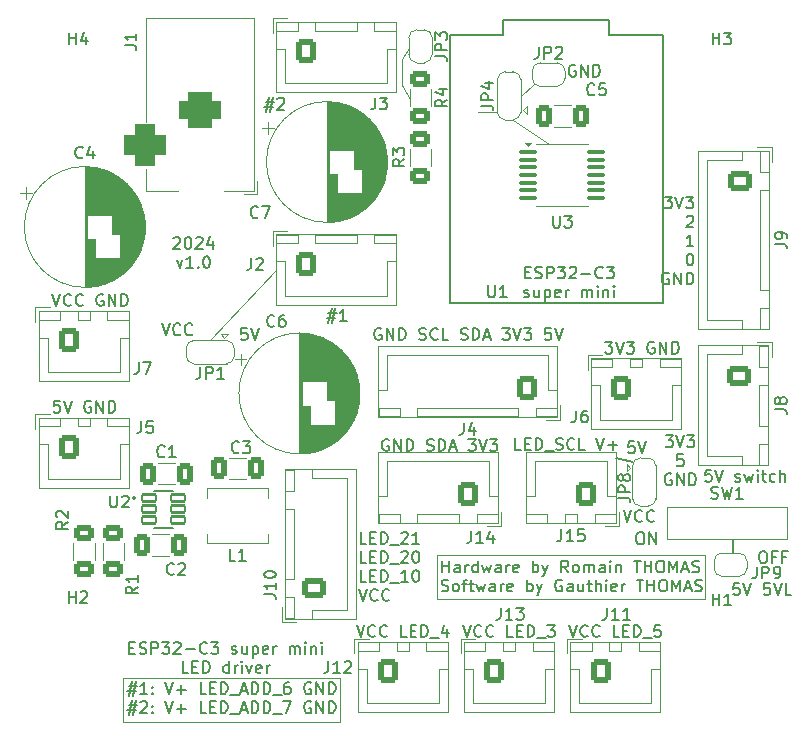
<source format=gto>
G04 #@! TF.GenerationSoftware,KiCad,Pcbnew,8.0.5-8.0.5-0~ubuntu24.04.1*
G04 #@! TF.CreationDate,2024-09-30T22:34:35+02:00*
G04 #@! TF.ProjectId,ESP32-C3_LED_driver_PCB,45535033-322d-4433-935f-4c45445f6472,v1.0*
G04 #@! TF.SameCoordinates,Original*
G04 #@! TF.FileFunction,Legend,Top*
G04 #@! TF.FilePolarity,Positive*
%FSLAX46Y46*%
G04 Gerber Fmt 4.6, Leading zero omitted, Abs format (unit mm)*
G04 Created by KiCad (PCBNEW 8.0.5-8.0.5-0~ubuntu24.04.1) date 2024-09-30 22:34:35*
%MOMM*%
%LPD*%
G01*
G04 APERTURE LIST*
G04 Aperture macros list*
%AMRoundRect*
0 Rectangle with rounded corners*
0 $1 Rounding radius*
0 $2 $3 $4 $5 $6 $7 $8 $9 X,Y pos of 4 corners*
0 Add a 4 corners polygon primitive as box body*
4,1,4,$2,$3,$4,$5,$6,$7,$8,$9,$2,$3,0*
0 Add four circle primitives for the rounded corners*
1,1,$1+$1,$2,$3*
1,1,$1+$1,$4,$5*
1,1,$1+$1,$6,$7*
1,1,$1+$1,$8,$9*
0 Add four rect primitives between the rounded corners*
20,1,$1+$1,$2,$3,$4,$5,0*
20,1,$1+$1,$4,$5,$6,$7,0*
20,1,$1+$1,$6,$7,$8,$9,0*
20,1,$1+$1,$8,$9,$2,$3,0*%
%AMFreePoly0*
4,1,19,0.000000,0.744911,0.071157,0.744911,0.207708,0.704816,0.327430,0.627875,0.420627,0.520320,0.479746,0.390866,0.500000,0.250000,0.500000,-0.250000,0.479746,-0.390866,0.420627,-0.520320,0.327430,-0.627875,0.207708,-0.704816,0.071157,-0.744911,0.000000,-0.744911,0.000000,-0.750000,-0.500000,-0.750000,-0.500000,0.750000,0.000000,0.750000,0.000000,0.744911,0.000000,0.744911,
$1*%
%AMFreePoly1*
4,1,19,0.500000,-0.750000,0.000000,-0.750000,0.000000,-0.744911,-0.071157,-0.744911,-0.207708,-0.704816,-0.327430,-0.627875,-0.420627,-0.520320,-0.479746,-0.390866,-0.500000,-0.250000,-0.500000,0.250000,-0.479746,0.390866,-0.420627,0.520320,-0.327430,0.627875,-0.207708,0.704816,-0.071157,0.744911,0.000000,0.744911,0.000000,0.750000,0.500000,0.750000,0.500000,-0.750000,0.500000,-0.750000,
$1*%
%AMFreePoly2*
4,1,19,0.550000,-0.750000,0.000000,-0.750000,0.000000,-0.744911,-0.071157,-0.744911,-0.207708,-0.704816,-0.327430,-0.627875,-0.420627,-0.520320,-0.479746,-0.390866,-0.500000,-0.250000,-0.500000,0.250000,-0.479746,0.390866,-0.420627,0.520320,-0.327430,0.627875,-0.207708,0.704816,-0.071157,0.744911,0.000000,0.744911,0.000000,0.750000,0.550000,0.750000,0.550000,-0.750000,0.550000,-0.750000,
$1*%
%AMFreePoly3*
4,1,19,0.000000,0.744911,0.071157,0.744911,0.207708,0.704816,0.327430,0.627875,0.420627,0.520320,0.479746,0.390866,0.500000,0.250000,0.500000,-0.250000,0.479746,-0.390866,0.420627,-0.520320,0.327430,-0.627875,0.207708,-0.704816,0.071157,-0.744911,0.000000,-0.744911,0.000000,-0.750000,-0.550000,-0.750000,-0.550000,0.750000,0.000000,0.750000,0.000000,0.744911,0.000000,0.744911,
$1*%
G04 Aperture macros list end*
%ADD10C,0.150000*%
%ADD11C,0.200000*%
%ADD12C,0.100000*%
%ADD13C,0.120000*%
%ADD14C,0.127000*%
%ADD15FreePoly0,0.000000*%
%ADD16FreePoly1,0.000000*%
%ADD17R,1.500000X1.500000*%
%ADD18C,1.600000*%
%ADD19RoundRect,0.250000X0.600000X0.750000X-0.600000X0.750000X-0.600000X-0.750000X0.600000X-0.750000X0*%
%ADD20O,1.700000X2.000000*%
%ADD21O,1.700000X1.950000*%
%ADD22RoundRect,0.250000X0.600000X0.725000X-0.600000X0.725000X-0.600000X-0.725000X0.600000X-0.725000X0*%
%ADD23C,0.800000*%
%ADD24C,7.000000*%
%ADD25RoundRect,0.250000X-0.600000X-0.750000X0.600000X-0.750000X0.600000X0.750000X-0.600000X0.750000X0*%
%ADD26R,1.500000X2.500000*%
%ADD27RoundRect,0.250000X0.412500X0.650000X-0.412500X0.650000X-0.412500X-0.650000X0.412500X-0.650000X0*%
%ADD28R,1.600000X1.600000*%
%ADD29O,3.500000X3.500000*%
%ADD30R,1.905000X2.000000*%
%ADD31O,1.905000X2.000000*%
%ADD32FreePoly1,270.000000*%
%ADD33FreePoly0,270.000000*%
%ADD34RoundRect,0.100000X-0.637500X-0.100000X0.637500X-0.100000X0.637500X0.100000X-0.637500X0.100000X0*%
%ADD35RoundRect,0.250000X-0.412500X-0.650000X0.412500X-0.650000X0.412500X0.650000X-0.412500X0.650000X0*%
%ADD36RoundRect,0.250000X0.625000X-0.400000X0.625000X0.400000X-0.625000X0.400000X-0.625000X-0.400000X0*%
%ADD37RoundRect,0.250000X-0.600000X-0.725000X0.600000X-0.725000X0.600000X0.725000X-0.600000X0.725000X0*%
%ADD38C,2.109000*%
%ADD39RoundRect,0.250000X-0.725000X0.600000X-0.725000X-0.600000X0.725000X-0.600000X0.725000X0.600000X0*%
%ADD40O,1.950000X1.700000*%
%ADD41R,3.500000X3.500000*%
%ADD42RoundRect,0.750000X-1.000000X0.750000X-1.000000X-0.750000X1.000000X-0.750000X1.000000X0.750000X0*%
%ADD43RoundRect,0.875000X-0.875000X0.875000X-0.875000X-0.875000X0.875000X-0.875000X0.875000X0.875000X0*%
%ADD44FreePoly2,90.000000*%
%ADD45R,1.500000X1.000000*%
%ADD46FreePoly3,90.000000*%
%ADD47RoundRect,0.250000X0.725000X-0.600000X0.725000X0.600000X-0.725000X0.600000X-0.725000X-0.600000X0*%
%ADD48RoundRect,0.098000X-0.609000X-0.294000X0.609000X-0.294000X0.609000X0.294000X-0.609000X0.294000X0*%
%ADD49RoundRect,0.250000X-0.625000X0.400000X-0.625000X-0.400000X0.625000X-0.400000X0.625000X0.400000X0*%
%ADD50FreePoly2,180.000000*%
%ADD51R,1.000000X1.500000*%
%ADD52FreePoly3,180.000000*%
%ADD53FreePoly3,270.000000*%
%ADD54FreePoly2,270.000000*%
G04 APERTURE END LIST*
D10*
X111357143Y-114036065D02*
X111690476Y-114036065D01*
X111833333Y-114559875D02*
X111357143Y-114559875D01*
X111357143Y-114559875D02*
X111357143Y-113559875D01*
X111357143Y-113559875D02*
X111833333Y-113559875D01*
X112214286Y-114512256D02*
X112357143Y-114559875D01*
X112357143Y-114559875D02*
X112595238Y-114559875D01*
X112595238Y-114559875D02*
X112690476Y-114512256D01*
X112690476Y-114512256D02*
X112738095Y-114464636D01*
X112738095Y-114464636D02*
X112785714Y-114369398D01*
X112785714Y-114369398D02*
X112785714Y-114274160D01*
X112785714Y-114274160D02*
X112738095Y-114178922D01*
X112738095Y-114178922D02*
X112690476Y-114131303D01*
X112690476Y-114131303D02*
X112595238Y-114083684D01*
X112595238Y-114083684D02*
X112404762Y-114036065D01*
X112404762Y-114036065D02*
X112309524Y-113988446D01*
X112309524Y-113988446D02*
X112261905Y-113940827D01*
X112261905Y-113940827D02*
X112214286Y-113845589D01*
X112214286Y-113845589D02*
X112214286Y-113750351D01*
X112214286Y-113750351D02*
X112261905Y-113655113D01*
X112261905Y-113655113D02*
X112309524Y-113607494D01*
X112309524Y-113607494D02*
X112404762Y-113559875D01*
X112404762Y-113559875D02*
X112642857Y-113559875D01*
X112642857Y-113559875D02*
X112785714Y-113607494D01*
X113214286Y-114559875D02*
X113214286Y-113559875D01*
X113214286Y-113559875D02*
X113595238Y-113559875D01*
X113595238Y-113559875D02*
X113690476Y-113607494D01*
X113690476Y-113607494D02*
X113738095Y-113655113D01*
X113738095Y-113655113D02*
X113785714Y-113750351D01*
X113785714Y-113750351D02*
X113785714Y-113893208D01*
X113785714Y-113893208D02*
X113738095Y-113988446D01*
X113738095Y-113988446D02*
X113690476Y-114036065D01*
X113690476Y-114036065D02*
X113595238Y-114083684D01*
X113595238Y-114083684D02*
X113214286Y-114083684D01*
X114119048Y-113559875D02*
X114738095Y-113559875D01*
X114738095Y-113559875D02*
X114404762Y-113940827D01*
X114404762Y-113940827D02*
X114547619Y-113940827D01*
X114547619Y-113940827D02*
X114642857Y-113988446D01*
X114642857Y-113988446D02*
X114690476Y-114036065D01*
X114690476Y-114036065D02*
X114738095Y-114131303D01*
X114738095Y-114131303D02*
X114738095Y-114369398D01*
X114738095Y-114369398D02*
X114690476Y-114464636D01*
X114690476Y-114464636D02*
X114642857Y-114512256D01*
X114642857Y-114512256D02*
X114547619Y-114559875D01*
X114547619Y-114559875D02*
X114261905Y-114559875D01*
X114261905Y-114559875D02*
X114166667Y-114512256D01*
X114166667Y-114512256D02*
X114119048Y-114464636D01*
X115119048Y-113655113D02*
X115166667Y-113607494D01*
X115166667Y-113607494D02*
X115261905Y-113559875D01*
X115261905Y-113559875D02*
X115500000Y-113559875D01*
X115500000Y-113559875D02*
X115595238Y-113607494D01*
X115595238Y-113607494D02*
X115642857Y-113655113D01*
X115642857Y-113655113D02*
X115690476Y-113750351D01*
X115690476Y-113750351D02*
X115690476Y-113845589D01*
X115690476Y-113845589D02*
X115642857Y-113988446D01*
X115642857Y-113988446D02*
X115071429Y-114559875D01*
X115071429Y-114559875D02*
X115690476Y-114559875D01*
X116119048Y-114178922D02*
X116880953Y-114178922D01*
X117928571Y-114464636D02*
X117880952Y-114512256D01*
X117880952Y-114512256D02*
X117738095Y-114559875D01*
X117738095Y-114559875D02*
X117642857Y-114559875D01*
X117642857Y-114559875D02*
X117500000Y-114512256D01*
X117500000Y-114512256D02*
X117404762Y-114417017D01*
X117404762Y-114417017D02*
X117357143Y-114321779D01*
X117357143Y-114321779D02*
X117309524Y-114131303D01*
X117309524Y-114131303D02*
X117309524Y-113988446D01*
X117309524Y-113988446D02*
X117357143Y-113797970D01*
X117357143Y-113797970D02*
X117404762Y-113702732D01*
X117404762Y-113702732D02*
X117500000Y-113607494D01*
X117500000Y-113607494D02*
X117642857Y-113559875D01*
X117642857Y-113559875D02*
X117738095Y-113559875D01*
X117738095Y-113559875D02*
X117880952Y-113607494D01*
X117880952Y-113607494D02*
X117928571Y-113655113D01*
X118261905Y-113559875D02*
X118880952Y-113559875D01*
X118880952Y-113559875D02*
X118547619Y-113940827D01*
X118547619Y-113940827D02*
X118690476Y-113940827D01*
X118690476Y-113940827D02*
X118785714Y-113988446D01*
X118785714Y-113988446D02*
X118833333Y-114036065D01*
X118833333Y-114036065D02*
X118880952Y-114131303D01*
X118880952Y-114131303D02*
X118880952Y-114369398D01*
X118880952Y-114369398D02*
X118833333Y-114464636D01*
X118833333Y-114464636D02*
X118785714Y-114512256D01*
X118785714Y-114512256D02*
X118690476Y-114559875D01*
X118690476Y-114559875D02*
X118404762Y-114559875D01*
X118404762Y-114559875D02*
X118309524Y-114512256D01*
X118309524Y-114512256D02*
X118261905Y-114464636D01*
X120023810Y-114512256D02*
X120119048Y-114559875D01*
X120119048Y-114559875D02*
X120309524Y-114559875D01*
X120309524Y-114559875D02*
X120404762Y-114512256D01*
X120404762Y-114512256D02*
X120452381Y-114417017D01*
X120452381Y-114417017D02*
X120452381Y-114369398D01*
X120452381Y-114369398D02*
X120404762Y-114274160D01*
X120404762Y-114274160D02*
X120309524Y-114226541D01*
X120309524Y-114226541D02*
X120166667Y-114226541D01*
X120166667Y-114226541D02*
X120071429Y-114178922D01*
X120071429Y-114178922D02*
X120023810Y-114083684D01*
X120023810Y-114083684D02*
X120023810Y-114036065D01*
X120023810Y-114036065D02*
X120071429Y-113940827D01*
X120071429Y-113940827D02*
X120166667Y-113893208D01*
X120166667Y-113893208D02*
X120309524Y-113893208D01*
X120309524Y-113893208D02*
X120404762Y-113940827D01*
X121309524Y-113893208D02*
X121309524Y-114559875D01*
X120880953Y-113893208D02*
X120880953Y-114417017D01*
X120880953Y-114417017D02*
X120928572Y-114512256D01*
X120928572Y-114512256D02*
X121023810Y-114559875D01*
X121023810Y-114559875D02*
X121166667Y-114559875D01*
X121166667Y-114559875D02*
X121261905Y-114512256D01*
X121261905Y-114512256D02*
X121309524Y-114464636D01*
X121785715Y-113893208D02*
X121785715Y-114893208D01*
X121785715Y-113940827D02*
X121880953Y-113893208D01*
X121880953Y-113893208D02*
X122071429Y-113893208D01*
X122071429Y-113893208D02*
X122166667Y-113940827D01*
X122166667Y-113940827D02*
X122214286Y-113988446D01*
X122214286Y-113988446D02*
X122261905Y-114083684D01*
X122261905Y-114083684D02*
X122261905Y-114369398D01*
X122261905Y-114369398D02*
X122214286Y-114464636D01*
X122214286Y-114464636D02*
X122166667Y-114512256D01*
X122166667Y-114512256D02*
X122071429Y-114559875D01*
X122071429Y-114559875D02*
X121880953Y-114559875D01*
X121880953Y-114559875D02*
X121785715Y-114512256D01*
X123071429Y-114512256D02*
X122976191Y-114559875D01*
X122976191Y-114559875D02*
X122785715Y-114559875D01*
X122785715Y-114559875D02*
X122690477Y-114512256D01*
X122690477Y-114512256D02*
X122642858Y-114417017D01*
X122642858Y-114417017D02*
X122642858Y-114036065D01*
X122642858Y-114036065D02*
X122690477Y-113940827D01*
X122690477Y-113940827D02*
X122785715Y-113893208D01*
X122785715Y-113893208D02*
X122976191Y-113893208D01*
X122976191Y-113893208D02*
X123071429Y-113940827D01*
X123071429Y-113940827D02*
X123119048Y-114036065D01*
X123119048Y-114036065D02*
X123119048Y-114131303D01*
X123119048Y-114131303D02*
X122642858Y-114226541D01*
X123547620Y-114559875D02*
X123547620Y-113893208D01*
X123547620Y-114083684D02*
X123595239Y-113988446D01*
X123595239Y-113988446D02*
X123642858Y-113940827D01*
X123642858Y-113940827D02*
X123738096Y-113893208D01*
X123738096Y-113893208D02*
X123833334Y-113893208D01*
X124928573Y-114559875D02*
X124928573Y-113893208D01*
X124928573Y-113988446D02*
X124976192Y-113940827D01*
X124976192Y-113940827D02*
X125071430Y-113893208D01*
X125071430Y-113893208D02*
X125214287Y-113893208D01*
X125214287Y-113893208D02*
X125309525Y-113940827D01*
X125309525Y-113940827D02*
X125357144Y-114036065D01*
X125357144Y-114036065D02*
X125357144Y-114559875D01*
X125357144Y-114036065D02*
X125404763Y-113940827D01*
X125404763Y-113940827D02*
X125500001Y-113893208D01*
X125500001Y-113893208D02*
X125642858Y-113893208D01*
X125642858Y-113893208D02*
X125738097Y-113940827D01*
X125738097Y-113940827D02*
X125785716Y-114036065D01*
X125785716Y-114036065D02*
X125785716Y-114559875D01*
X126261906Y-114559875D02*
X126261906Y-113893208D01*
X126261906Y-113559875D02*
X126214287Y-113607494D01*
X126214287Y-113607494D02*
X126261906Y-113655113D01*
X126261906Y-113655113D02*
X126309525Y-113607494D01*
X126309525Y-113607494D02*
X126261906Y-113559875D01*
X126261906Y-113559875D02*
X126261906Y-113655113D01*
X126738096Y-113893208D02*
X126738096Y-114559875D01*
X126738096Y-113988446D02*
X126785715Y-113940827D01*
X126785715Y-113940827D02*
X126880953Y-113893208D01*
X126880953Y-113893208D02*
X127023810Y-113893208D01*
X127023810Y-113893208D02*
X127119048Y-113940827D01*
X127119048Y-113940827D02*
X127166667Y-114036065D01*
X127166667Y-114036065D02*
X127166667Y-114559875D01*
X127642858Y-114559875D02*
X127642858Y-113893208D01*
X127642858Y-113559875D02*
X127595239Y-113607494D01*
X127595239Y-113607494D02*
X127642858Y-113655113D01*
X127642858Y-113655113D02*
X127690477Y-113607494D01*
X127690477Y-113607494D02*
X127642858Y-113559875D01*
X127642858Y-113559875D02*
X127642858Y-113655113D01*
X116357142Y-116169819D02*
X115880952Y-116169819D01*
X115880952Y-116169819D02*
X115880952Y-115169819D01*
X116690476Y-115646009D02*
X117023809Y-115646009D01*
X117166666Y-116169819D02*
X116690476Y-116169819D01*
X116690476Y-116169819D02*
X116690476Y-115169819D01*
X116690476Y-115169819D02*
X117166666Y-115169819D01*
X117595238Y-116169819D02*
X117595238Y-115169819D01*
X117595238Y-115169819D02*
X117833333Y-115169819D01*
X117833333Y-115169819D02*
X117976190Y-115217438D01*
X117976190Y-115217438D02*
X118071428Y-115312676D01*
X118071428Y-115312676D02*
X118119047Y-115407914D01*
X118119047Y-115407914D02*
X118166666Y-115598390D01*
X118166666Y-115598390D02*
X118166666Y-115741247D01*
X118166666Y-115741247D02*
X118119047Y-115931723D01*
X118119047Y-115931723D02*
X118071428Y-116026961D01*
X118071428Y-116026961D02*
X117976190Y-116122200D01*
X117976190Y-116122200D02*
X117833333Y-116169819D01*
X117833333Y-116169819D02*
X117595238Y-116169819D01*
X119785714Y-116169819D02*
X119785714Y-115169819D01*
X119785714Y-116122200D02*
X119690476Y-116169819D01*
X119690476Y-116169819D02*
X119500000Y-116169819D01*
X119500000Y-116169819D02*
X119404762Y-116122200D01*
X119404762Y-116122200D02*
X119357143Y-116074580D01*
X119357143Y-116074580D02*
X119309524Y-115979342D01*
X119309524Y-115979342D02*
X119309524Y-115693628D01*
X119309524Y-115693628D02*
X119357143Y-115598390D01*
X119357143Y-115598390D02*
X119404762Y-115550771D01*
X119404762Y-115550771D02*
X119500000Y-115503152D01*
X119500000Y-115503152D02*
X119690476Y-115503152D01*
X119690476Y-115503152D02*
X119785714Y-115550771D01*
X120261905Y-116169819D02*
X120261905Y-115503152D01*
X120261905Y-115693628D02*
X120309524Y-115598390D01*
X120309524Y-115598390D02*
X120357143Y-115550771D01*
X120357143Y-115550771D02*
X120452381Y-115503152D01*
X120452381Y-115503152D02*
X120547619Y-115503152D01*
X120880953Y-116169819D02*
X120880953Y-115503152D01*
X120880953Y-115169819D02*
X120833334Y-115217438D01*
X120833334Y-115217438D02*
X120880953Y-115265057D01*
X120880953Y-115265057D02*
X120928572Y-115217438D01*
X120928572Y-115217438D02*
X120880953Y-115169819D01*
X120880953Y-115169819D02*
X120880953Y-115265057D01*
X121261905Y-115503152D02*
X121500000Y-116169819D01*
X121500000Y-116169819D02*
X121738095Y-115503152D01*
X122500000Y-116122200D02*
X122404762Y-116169819D01*
X122404762Y-116169819D02*
X122214286Y-116169819D01*
X122214286Y-116169819D02*
X122119048Y-116122200D01*
X122119048Y-116122200D02*
X122071429Y-116026961D01*
X122071429Y-116026961D02*
X122071429Y-115646009D01*
X122071429Y-115646009D02*
X122119048Y-115550771D01*
X122119048Y-115550771D02*
X122214286Y-115503152D01*
X122214286Y-115503152D02*
X122404762Y-115503152D01*
X122404762Y-115503152D02*
X122500000Y-115550771D01*
X122500000Y-115550771D02*
X122547619Y-115646009D01*
X122547619Y-115646009D02*
X122547619Y-115741247D01*
X122547619Y-115741247D02*
X122071429Y-115836485D01*
X122976191Y-116169819D02*
X122976191Y-115503152D01*
X122976191Y-115693628D02*
X123023810Y-115598390D01*
X123023810Y-115598390D02*
X123071429Y-115550771D01*
X123071429Y-115550771D02*
X123166667Y-115503152D01*
X123166667Y-115503152D02*
X123261905Y-115503152D01*
X163012969Y-108569819D02*
X162536779Y-108569819D01*
X162536779Y-108569819D02*
X162489160Y-109046009D01*
X162489160Y-109046009D02*
X162536779Y-108998390D01*
X162536779Y-108998390D02*
X162632017Y-108950771D01*
X162632017Y-108950771D02*
X162870112Y-108950771D01*
X162870112Y-108950771D02*
X162965350Y-108998390D01*
X162965350Y-108998390D02*
X163012969Y-109046009D01*
X163012969Y-109046009D02*
X163060588Y-109141247D01*
X163060588Y-109141247D02*
X163060588Y-109379342D01*
X163060588Y-109379342D02*
X163012969Y-109474580D01*
X163012969Y-109474580D02*
X162965350Y-109522200D01*
X162965350Y-109522200D02*
X162870112Y-109569819D01*
X162870112Y-109569819D02*
X162632017Y-109569819D01*
X162632017Y-109569819D02*
X162536779Y-109522200D01*
X162536779Y-109522200D02*
X162489160Y-109474580D01*
X163346303Y-108569819D02*
X163679636Y-109569819D01*
X163679636Y-109569819D02*
X164012969Y-108569819D01*
X165584398Y-108569819D02*
X165108208Y-108569819D01*
X165108208Y-108569819D02*
X165060589Y-109046009D01*
X165060589Y-109046009D02*
X165108208Y-108998390D01*
X165108208Y-108998390D02*
X165203446Y-108950771D01*
X165203446Y-108950771D02*
X165441541Y-108950771D01*
X165441541Y-108950771D02*
X165536779Y-108998390D01*
X165536779Y-108998390D02*
X165584398Y-109046009D01*
X165584398Y-109046009D02*
X165632017Y-109141247D01*
X165632017Y-109141247D02*
X165632017Y-109379342D01*
X165632017Y-109379342D02*
X165584398Y-109474580D01*
X165584398Y-109474580D02*
X165536779Y-109522200D01*
X165536779Y-109522200D02*
X165441541Y-109569819D01*
X165441541Y-109569819D02*
X165203446Y-109569819D01*
X165203446Y-109569819D02*
X165108208Y-109522200D01*
X165108208Y-109522200D02*
X165060589Y-109474580D01*
X165917732Y-108569819D02*
X166251065Y-109569819D01*
X166251065Y-109569819D02*
X166584398Y-108569819D01*
X167393922Y-109569819D02*
X166917732Y-109569819D01*
X166917732Y-109569819D02*
X166917732Y-108569819D01*
D11*
X162500000Y-106000000D02*
X162500000Y-104900000D01*
D10*
X164927255Y-105869819D02*
X165117731Y-105869819D01*
X165117731Y-105869819D02*
X165212969Y-105917438D01*
X165212969Y-105917438D02*
X165308207Y-106012676D01*
X165308207Y-106012676D02*
X165355826Y-106203152D01*
X165355826Y-106203152D02*
X165355826Y-106536485D01*
X165355826Y-106536485D02*
X165308207Y-106726961D01*
X165308207Y-106726961D02*
X165212969Y-106822200D01*
X165212969Y-106822200D02*
X165117731Y-106869819D01*
X165117731Y-106869819D02*
X164927255Y-106869819D01*
X164927255Y-106869819D02*
X164832017Y-106822200D01*
X164832017Y-106822200D02*
X164736779Y-106726961D01*
X164736779Y-106726961D02*
X164689160Y-106536485D01*
X164689160Y-106536485D02*
X164689160Y-106203152D01*
X164689160Y-106203152D02*
X164736779Y-106012676D01*
X164736779Y-106012676D02*
X164832017Y-105917438D01*
X164832017Y-105917438D02*
X164927255Y-105869819D01*
X166117731Y-106346009D02*
X165784398Y-106346009D01*
X165784398Y-106869819D02*
X165784398Y-105869819D01*
X165784398Y-105869819D02*
X166260588Y-105869819D01*
X166974874Y-106346009D02*
X166641541Y-106346009D01*
X166641541Y-106869819D02*
X166641541Y-105869819D01*
X166641541Y-105869819D02*
X167117731Y-105869819D01*
X154527255Y-104269819D02*
X154717731Y-104269819D01*
X154717731Y-104269819D02*
X154812969Y-104317438D01*
X154812969Y-104317438D02*
X154908207Y-104412676D01*
X154908207Y-104412676D02*
X154955826Y-104603152D01*
X154955826Y-104603152D02*
X154955826Y-104936485D01*
X154955826Y-104936485D02*
X154908207Y-105126961D01*
X154908207Y-105126961D02*
X154812969Y-105222200D01*
X154812969Y-105222200D02*
X154717731Y-105269819D01*
X154717731Y-105269819D02*
X154527255Y-105269819D01*
X154527255Y-105269819D02*
X154432017Y-105222200D01*
X154432017Y-105222200D02*
X154336779Y-105126961D01*
X154336779Y-105126961D02*
X154289160Y-104936485D01*
X154289160Y-104936485D02*
X154289160Y-104603152D01*
X154289160Y-104603152D02*
X154336779Y-104412676D01*
X154336779Y-104412676D02*
X154432017Y-104317438D01*
X154432017Y-104317438D02*
X154527255Y-104269819D01*
X155384398Y-105269819D02*
X155384398Y-104269819D01*
X155384398Y-104269819D02*
X155955826Y-105269819D01*
X155955826Y-105269819D02*
X155955826Y-104269819D01*
X160612969Y-98969819D02*
X160136779Y-98969819D01*
X160136779Y-98969819D02*
X160089160Y-99446009D01*
X160089160Y-99446009D02*
X160136779Y-99398390D01*
X160136779Y-99398390D02*
X160232017Y-99350771D01*
X160232017Y-99350771D02*
X160470112Y-99350771D01*
X160470112Y-99350771D02*
X160565350Y-99398390D01*
X160565350Y-99398390D02*
X160612969Y-99446009D01*
X160612969Y-99446009D02*
X160660588Y-99541247D01*
X160660588Y-99541247D02*
X160660588Y-99779342D01*
X160660588Y-99779342D02*
X160612969Y-99874580D01*
X160612969Y-99874580D02*
X160565350Y-99922200D01*
X160565350Y-99922200D02*
X160470112Y-99969819D01*
X160470112Y-99969819D02*
X160232017Y-99969819D01*
X160232017Y-99969819D02*
X160136779Y-99922200D01*
X160136779Y-99922200D02*
X160089160Y-99874580D01*
X160946303Y-98969819D02*
X161279636Y-99969819D01*
X161279636Y-99969819D02*
X161612969Y-98969819D01*
X162660589Y-99922200D02*
X162755827Y-99969819D01*
X162755827Y-99969819D02*
X162946303Y-99969819D01*
X162946303Y-99969819D02*
X163041541Y-99922200D01*
X163041541Y-99922200D02*
X163089160Y-99826961D01*
X163089160Y-99826961D02*
X163089160Y-99779342D01*
X163089160Y-99779342D02*
X163041541Y-99684104D01*
X163041541Y-99684104D02*
X162946303Y-99636485D01*
X162946303Y-99636485D02*
X162803446Y-99636485D01*
X162803446Y-99636485D02*
X162708208Y-99588866D01*
X162708208Y-99588866D02*
X162660589Y-99493628D01*
X162660589Y-99493628D02*
X162660589Y-99446009D01*
X162660589Y-99446009D02*
X162708208Y-99350771D01*
X162708208Y-99350771D02*
X162803446Y-99303152D01*
X162803446Y-99303152D02*
X162946303Y-99303152D01*
X162946303Y-99303152D02*
X163041541Y-99350771D01*
X163422494Y-99303152D02*
X163612970Y-99969819D01*
X163612970Y-99969819D02*
X163803446Y-99493628D01*
X163803446Y-99493628D02*
X163993922Y-99969819D01*
X163993922Y-99969819D02*
X164184398Y-99303152D01*
X164565351Y-99969819D02*
X164565351Y-99303152D01*
X164565351Y-98969819D02*
X164517732Y-99017438D01*
X164517732Y-99017438D02*
X164565351Y-99065057D01*
X164565351Y-99065057D02*
X164612970Y-99017438D01*
X164612970Y-99017438D02*
X164565351Y-98969819D01*
X164565351Y-98969819D02*
X164565351Y-99065057D01*
X164898684Y-99303152D02*
X165279636Y-99303152D01*
X165041541Y-98969819D02*
X165041541Y-99826961D01*
X165041541Y-99826961D02*
X165089160Y-99922200D01*
X165089160Y-99922200D02*
X165184398Y-99969819D01*
X165184398Y-99969819D02*
X165279636Y-99969819D01*
X166041541Y-99922200D02*
X165946303Y-99969819D01*
X165946303Y-99969819D02*
X165755827Y-99969819D01*
X165755827Y-99969819D02*
X165660589Y-99922200D01*
X165660589Y-99922200D02*
X165612970Y-99874580D01*
X165612970Y-99874580D02*
X165565351Y-99779342D01*
X165565351Y-99779342D02*
X165565351Y-99493628D01*
X165565351Y-99493628D02*
X165612970Y-99398390D01*
X165612970Y-99398390D02*
X165660589Y-99350771D01*
X165660589Y-99350771D02*
X165755827Y-99303152D01*
X165755827Y-99303152D02*
X165946303Y-99303152D01*
X165946303Y-99303152D02*
X166041541Y-99350771D01*
X166470113Y-99969819D02*
X166470113Y-98969819D01*
X166898684Y-99969819D02*
X166898684Y-99446009D01*
X166898684Y-99446009D02*
X166851065Y-99350771D01*
X166851065Y-99350771D02*
X166755827Y-99303152D01*
X166755827Y-99303152D02*
X166612970Y-99303152D01*
X166612970Y-99303152D02*
X166517732Y-99350771D01*
X166517732Y-99350771D02*
X166470113Y-99398390D01*
D12*
X134400000Y-66400000D02*
X135090000Y-67600000D01*
X134400000Y-64200000D02*
X134400000Y-66400000D01*
X135000000Y-63250000D02*
X134400000Y-64200000D01*
X145655025Y-66294975D02*
X144500000Y-67300000D01*
X143800000Y-69350000D02*
X146900000Y-71390000D01*
X140300000Y-68700000D02*
X142500000Y-68700000D01*
X118200000Y-88000000D02*
X123781874Y-82025000D01*
D10*
X121312969Y-86969819D02*
X120836779Y-86969819D01*
X120836779Y-86969819D02*
X120789160Y-87446009D01*
X120789160Y-87446009D02*
X120836779Y-87398390D01*
X120836779Y-87398390D02*
X120932017Y-87350771D01*
X120932017Y-87350771D02*
X121170112Y-87350771D01*
X121170112Y-87350771D02*
X121265350Y-87398390D01*
X121265350Y-87398390D02*
X121312969Y-87446009D01*
X121312969Y-87446009D02*
X121360588Y-87541247D01*
X121360588Y-87541247D02*
X121360588Y-87779342D01*
X121360588Y-87779342D02*
X121312969Y-87874580D01*
X121312969Y-87874580D02*
X121265350Y-87922200D01*
X121265350Y-87922200D02*
X121170112Y-87969819D01*
X121170112Y-87969819D02*
X120932017Y-87969819D01*
X120932017Y-87969819D02*
X120836779Y-87922200D01*
X120836779Y-87922200D02*
X120789160Y-87874580D01*
X121646303Y-86969819D02*
X121979636Y-87969819D01*
X121979636Y-87969819D02*
X122312969Y-86969819D01*
X114093922Y-86569819D02*
X114427255Y-87569819D01*
X114427255Y-87569819D02*
X114760588Y-86569819D01*
X115665350Y-87474580D02*
X115617731Y-87522200D01*
X115617731Y-87522200D02*
X115474874Y-87569819D01*
X115474874Y-87569819D02*
X115379636Y-87569819D01*
X115379636Y-87569819D02*
X115236779Y-87522200D01*
X115236779Y-87522200D02*
X115141541Y-87426961D01*
X115141541Y-87426961D02*
X115093922Y-87331723D01*
X115093922Y-87331723D02*
X115046303Y-87141247D01*
X115046303Y-87141247D02*
X115046303Y-86998390D01*
X115046303Y-86998390D02*
X115093922Y-86807914D01*
X115093922Y-86807914D02*
X115141541Y-86712676D01*
X115141541Y-86712676D02*
X115236779Y-86617438D01*
X115236779Y-86617438D02*
X115379636Y-86569819D01*
X115379636Y-86569819D02*
X115474874Y-86569819D01*
X115474874Y-86569819D02*
X115617731Y-86617438D01*
X115617731Y-86617438D02*
X115665350Y-86665057D01*
X116665350Y-87474580D02*
X116617731Y-87522200D01*
X116617731Y-87522200D02*
X116474874Y-87569819D01*
X116474874Y-87569819D02*
X116379636Y-87569819D01*
X116379636Y-87569819D02*
X116236779Y-87522200D01*
X116236779Y-87522200D02*
X116141541Y-87426961D01*
X116141541Y-87426961D02*
X116093922Y-87331723D01*
X116093922Y-87331723D02*
X116046303Y-87141247D01*
X116046303Y-87141247D02*
X116046303Y-86998390D01*
X116046303Y-86998390D02*
X116093922Y-86807914D01*
X116093922Y-86807914D02*
X116141541Y-86712676D01*
X116141541Y-86712676D02*
X116236779Y-86617438D01*
X116236779Y-86617438D02*
X116379636Y-86569819D01*
X116379636Y-86569819D02*
X116474874Y-86569819D01*
X116474874Y-86569819D02*
X116617731Y-86617438D01*
X116617731Y-86617438D02*
X116665350Y-86665057D01*
X149110588Y-64717438D02*
X149015350Y-64669819D01*
X149015350Y-64669819D02*
X148872493Y-64669819D01*
X148872493Y-64669819D02*
X148729636Y-64717438D01*
X148729636Y-64717438D02*
X148634398Y-64812676D01*
X148634398Y-64812676D02*
X148586779Y-64907914D01*
X148586779Y-64907914D02*
X148539160Y-65098390D01*
X148539160Y-65098390D02*
X148539160Y-65241247D01*
X148539160Y-65241247D02*
X148586779Y-65431723D01*
X148586779Y-65431723D02*
X148634398Y-65526961D01*
X148634398Y-65526961D02*
X148729636Y-65622200D01*
X148729636Y-65622200D02*
X148872493Y-65669819D01*
X148872493Y-65669819D02*
X148967731Y-65669819D01*
X148967731Y-65669819D02*
X149110588Y-65622200D01*
X149110588Y-65622200D02*
X149158207Y-65574580D01*
X149158207Y-65574580D02*
X149158207Y-65241247D01*
X149158207Y-65241247D02*
X148967731Y-65241247D01*
X149586779Y-65669819D02*
X149586779Y-64669819D01*
X149586779Y-64669819D02*
X150158207Y-65669819D01*
X150158207Y-65669819D02*
X150158207Y-64669819D01*
X150634398Y-65669819D02*
X150634398Y-64669819D01*
X150634398Y-64669819D02*
X150872493Y-64669819D01*
X150872493Y-64669819D02*
X151015350Y-64717438D01*
X151015350Y-64717438D02*
X151110588Y-64812676D01*
X151110588Y-64812676D02*
X151158207Y-64907914D01*
X151158207Y-64907914D02*
X151205826Y-65098390D01*
X151205826Y-65098390D02*
X151205826Y-65241247D01*
X151205826Y-65241247D02*
X151158207Y-65431723D01*
X151158207Y-65431723D02*
X151110588Y-65526961D01*
X151110588Y-65526961D02*
X151015350Y-65622200D01*
X151015350Y-65622200D02*
X150872493Y-65669819D01*
X150872493Y-65669819D02*
X150634398Y-65669819D01*
D12*
X137400000Y-106200000D02*
X160100000Y-106200000D01*
X160100000Y-109900000D01*
X137400000Y-109900000D01*
X137400000Y-106200000D01*
D10*
X137836779Y-107659875D02*
X137836779Y-106659875D01*
X137836779Y-107136065D02*
X138408207Y-107136065D01*
X138408207Y-107659875D02*
X138408207Y-106659875D01*
X139312969Y-107659875D02*
X139312969Y-107136065D01*
X139312969Y-107136065D02*
X139265350Y-107040827D01*
X139265350Y-107040827D02*
X139170112Y-106993208D01*
X139170112Y-106993208D02*
X138979636Y-106993208D01*
X138979636Y-106993208D02*
X138884398Y-107040827D01*
X139312969Y-107612256D02*
X139217731Y-107659875D01*
X139217731Y-107659875D02*
X138979636Y-107659875D01*
X138979636Y-107659875D02*
X138884398Y-107612256D01*
X138884398Y-107612256D02*
X138836779Y-107517017D01*
X138836779Y-107517017D02*
X138836779Y-107421779D01*
X138836779Y-107421779D02*
X138884398Y-107326541D01*
X138884398Y-107326541D02*
X138979636Y-107278922D01*
X138979636Y-107278922D02*
X139217731Y-107278922D01*
X139217731Y-107278922D02*
X139312969Y-107231303D01*
X139789160Y-107659875D02*
X139789160Y-106993208D01*
X139789160Y-107183684D02*
X139836779Y-107088446D01*
X139836779Y-107088446D02*
X139884398Y-107040827D01*
X139884398Y-107040827D02*
X139979636Y-106993208D01*
X139979636Y-106993208D02*
X140074874Y-106993208D01*
X140836779Y-107659875D02*
X140836779Y-106659875D01*
X140836779Y-107612256D02*
X140741541Y-107659875D01*
X140741541Y-107659875D02*
X140551065Y-107659875D01*
X140551065Y-107659875D02*
X140455827Y-107612256D01*
X140455827Y-107612256D02*
X140408208Y-107564636D01*
X140408208Y-107564636D02*
X140360589Y-107469398D01*
X140360589Y-107469398D02*
X140360589Y-107183684D01*
X140360589Y-107183684D02*
X140408208Y-107088446D01*
X140408208Y-107088446D02*
X140455827Y-107040827D01*
X140455827Y-107040827D02*
X140551065Y-106993208D01*
X140551065Y-106993208D02*
X140741541Y-106993208D01*
X140741541Y-106993208D02*
X140836779Y-107040827D01*
X141217732Y-106993208D02*
X141408208Y-107659875D01*
X141408208Y-107659875D02*
X141598684Y-107183684D01*
X141598684Y-107183684D02*
X141789160Y-107659875D01*
X141789160Y-107659875D02*
X141979636Y-106993208D01*
X142789160Y-107659875D02*
X142789160Y-107136065D01*
X142789160Y-107136065D02*
X142741541Y-107040827D01*
X142741541Y-107040827D02*
X142646303Y-106993208D01*
X142646303Y-106993208D02*
X142455827Y-106993208D01*
X142455827Y-106993208D02*
X142360589Y-107040827D01*
X142789160Y-107612256D02*
X142693922Y-107659875D01*
X142693922Y-107659875D02*
X142455827Y-107659875D01*
X142455827Y-107659875D02*
X142360589Y-107612256D01*
X142360589Y-107612256D02*
X142312970Y-107517017D01*
X142312970Y-107517017D02*
X142312970Y-107421779D01*
X142312970Y-107421779D02*
X142360589Y-107326541D01*
X142360589Y-107326541D02*
X142455827Y-107278922D01*
X142455827Y-107278922D02*
X142693922Y-107278922D01*
X142693922Y-107278922D02*
X142789160Y-107231303D01*
X143265351Y-107659875D02*
X143265351Y-106993208D01*
X143265351Y-107183684D02*
X143312970Y-107088446D01*
X143312970Y-107088446D02*
X143360589Y-107040827D01*
X143360589Y-107040827D02*
X143455827Y-106993208D01*
X143455827Y-106993208D02*
X143551065Y-106993208D01*
X144265351Y-107612256D02*
X144170113Y-107659875D01*
X144170113Y-107659875D02*
X143979637Y-107659875D01*
X143979637Y-107659875D02*
X143884399Y-107612256D01*
X143884399Y-107612256D02*
X143836780Y-107517017D01*
X143836780Y-107517017D02*
X143836780Y-107136065D01*
X143836780Y-107136065D02*
X143884399Y-107040827D01*
X143884399Y-107040827D02*
X143979637Y-106993208D01*
X143979637Y-106993208D02*
X144170113Y-106993208D01*
X144170113Y-106993208D02*
X144265351Y-107040827D01*
X144265351Y-107040827D02*
X144312970Y-107136065D01*
X144312970Y-107136065D02*
X144312970Y-107231303D01*
X144312970Y-107231303D02*
X143836780Y-107326541D01*
X145503447Y-107659875D02*
X145503447Y-106659875D01*
X145503447Y-107040827D02*
X145598685Y-106993208D01*
X145598685Y-106993208D02*
X145789161Y-106993208D01*
X145789161Y-106993208D02*
X145884399Y-107040827D01*
X145884399Y-107040827D02*
X145932018Y-107088446D01*
X145932018Y-107088446D02*
X145979637Y-107183684D01*
X145979637Y-107183684D02*
X145979637Y-107469398D01*
X145979637Y-107469398D02*
X145932018Y-107564636D01*
X145932018Y-107564636D02*
X145884399Y-107612256D01*
X145884399Y-107612256D02*
X145789161Y-107659875D01*
X145789161Y-107659875D02*
X145598685Y-107659875D01*
X145598685Y-107659875D02*
X145503447Y-107612256D01*
X146312971Y-106993208D02*
X146551066Y-107659875D01*
X146789161Y-106993208D02*
X146551066Y-107659875D01*
X146551066Y-107659875D02*
X146455828Y-107897970D01*
X146455828Y-107897970D02*
X146408209Y-107945589D01*
X146408209Y-107945589D02*
X146312971Y-107993208D01*
X148503447Y-107659875D02*
X148170114Y-107183684D01*
X147932019Y-107659875D02*
X147932019Y-106659875D01*
X147932019Y-106659875D02*
X148312971Y-106659875D01*
X148312971Y-106659875D02*
X148408209Y-106707494D01*
X148408209Y-106707494D02*
X148455828Y-106755113D01*
X148455828Y-106755113D02*
X148503447Y-106850351D01*
X148503447Y-106850351D02*
X148503447Y-106993208D01*
X148503447Y-106993208D02*
X148455828Y-107088446D01*
X148455828Y-107088446D02*
X148408209Y-107136065D01*
X148408209Y-107136065D02*
X148312971Y-107183684D01*
X148312971Y-107183684D02*
X147932019Y-107183684D01*
X149074876Y-107659875D02*
X148979638Y-107612256D01*
X148979638Y-107612256D02*
X148932019Y-107564636D01*
X148932019Y-107564636D02*
X148884400Y-107469398D01*
X148884400Y-107469398D02*
X148884400Y-107183684D01*
X148884400Y-107183684D02*
X148932019Y-107088446D01*
X148932019Y-107088446D02*
X148979638Y-107040827D01*
X148979638Y-107040827D02*
X149074876Y-106993208D01*
X149074876Y-106993208D02*
X149217733Y-106993208D01*
X149217733Y-106993208D02*
X149312971Y-107040827D01*
X149312971Y-107040827D02*
X149360590Y-107088446D01*
X149360590Y-107088446D02*
X149408209Y-107183684D01*
X149408209Y-107183684D02*
X149408209Y-107469398D01*
X149408209Y-107469398D02*
X149360590Y-107564636D01*
X149360590Y-107564636D02*
X149312971Y-107612256D01*
X149312971Y-107612256D02*
X149217733Y-107659875D01*
X149217733Y-107659875D02*
X149074876Y-107659875D01*
X149836781Y-107659875D02*
X149836781Y-106993208D01*
X149836781Y-107088446D02*
X149884400Y-107040827D01*
X149884400Y-107040827D02*
X149979638Y-106993208D01*
X149979638Y-106993208D02*
X150122495Y-106993208D01*
X150122495Y-106993208D02*
X150217733Y-107040827D01*
X150217733Y-107040827D02*
X150265352Y-107136065D01*
X150265352Y-107136065D02*
X150265352Y-107659875D01*
X150265352Y-107136065D02*
X150312971Y-107040827D01*
X150312971Y-107040827D02*
X150408209Y-106993208D01*
X150408209Y-106993208D02*
X150551066Y-106993208D01*
X150551066Y-106993208D02*
X150646305Y-107040827D01*
X150646305Y-107040827D02*
X150693924Y-107136065D01*
X150693924Y-107136065D02*
X150693924Y-107659875D01*
X151598685Y-107659875D02*
X151598685Y-107136065D01*
X151598685Y-107136065D02*
X151551066Y-107040827D01*
X151551066Y-107040827D02*
X151455828Y-106993208D01*
X151455828Y-106993208D02*
X151265352Y-106993208D01*
X151265352Y-106993208D02*
X151170114Y-107040827D01*
X151598685Y-107612256D02*
X151503447Y-107659875D01*
X151503447Y-107659875D02*
X151265352Y-107659875D01*
X151265352Y-107659875D02*
X151170114Y-107612256D01*
X151170114Y-107612256D02*
X151122495Y-107517017D01*
X151122495Y-107517017D02*
X151122495Y-107421779D01*
X151122495Y-107421779D02*
X151170114Y-107326541D01*
X151170114Y-107326541D02*
X151265352Y-107278922D01*
X151265352Y-107278922D02*
X151503447Y-107278922D01*
X151503447Y-107278922D02*
X151598685Y-107231303D01*
X152074876Y-107659875D02*
X152074876Y-106993208D01*
X152074876Y-106659875D02*
X152027257Y-106707494D01*
X152027257Y-106707494D02*
X152074876Y-106755113D01*
X152074876Y-106755113D02*
X152122495Y-106707494D01*
X152122495Y-106707494D02*
X152074876Y-106659875D01*
X152074876Y-106659875D02*
X152074876Y-106755113D01*
X152551066Y-106993208D02*
X152551066Y-107659875D01*
X152551066Y-107088446D02*
X152598685Y-107040827D01*
X152598685Y-107040827D02*
X152693923Y-106993208D01*
X152693923Y-106993208D02*
X152836780Y-106993208D01*
X152836780Y-106993208D02*
X152932018Y-107040827D01*
X152932018Y-107040827D02*
X152979637Y-107136065D01*
X152979637Y-107136065D02*
X152979637Y-107659875D01*
X154074876Y-106659875D02*
X154646304Y-106659875D01*
X154360590Y-107659875D02*
X154360590Y-106659875D01*
X154979638Y-107659875D02*
X154979638Y-106659875D01*
X154979638Y-107136065D02*
X155551066Y-107136065D01*
X155551066Y-107659875D02*
X155551066Y-106659875D01*
X156217733Y-106659875D02*
X156408209Y-106659875D01*
X156408209Y-106659875D02*
X156503447Y-106707494D01*
X156503447Y-106707494D02*
X156598685Y-106802732D01*
X156598685Y-106802732D02*
X156646304Y-106993208D01*
X156646304Y-106993208D02*
X156646304Y-107326541D01*
X156646304Y-107326541D02*
X156598685Y-107517017D01*
X156598685Y-107517017D02*
X156503447Y-107612256D01*
X156503447Y-107612256D02*
X156408209Y-107659875D01*
X156408209Y-107659875D02*
X156217733Y-107659875D01*
X156217733Y-107659875D02*
X156122495Y-107612256D01*
X156122495Y-107612256D02*
X156027257Y-107517017D01*
X156027257Y-107517017D02*
X155979638Y-107326541D01*
X155979638Y-107326541D02*
X155979638Y-106993208D01*
X155979638Y-106993208D02*
X156027257Y-106802732D01*
X156027257Y-106802732D02*
X156122495Y-106707494D01*
X156122495Y-106707494D02*
X156217733Y-106659875D01*
X157074876Y-107659875D02*
X157074876Y-106659875D01*
X157074876Y-106659875D02*
X157408209Y-107374160D01*
X157408209Y-107374160D02*
X157741542Y-106659875D01*
X157741542Y-106659875D02*
X157741542Y-107659875D01*
X158170114Y-107374160D02*
X158646304Y-107374160D01*
X158074876Y-107659875D02*
X158408209Y-106659875D01*
X158408209Y-106659875D02*
X158741542Y-107659875D01*
X159027257Y-107612256D02*
X159170114Y-107659875D01*
X159170114Y-107659875D02*
X159408209Y-107659875D01*
X159408209Y-107659875D02*
X159503447Y-107612256D01*
X159503447Y-107612256D02*
X159551066Y-107564636D01*
X159551066Y-107564636D02*
X159598685Y-107469398D01*
X159598685Y-107469398D02*
X159598685Y-107374160D01*
X159598685Y-107374160D02*
X159551066Y-107278922D01*
X159551066Y-107278922D02*
X159503447Y-107231303D01*
X159503447Y-107231303D02*
X159408209Y-107183684D01*
X159408209Y-107183684D02*
X159217733Y-107136065D01*
X159217733Y-107136065D02*
X159122495Y-107088446D01*
X159122495Y-107088446D02*
X159074876Y-107040827D01*
X159074876Y-107040827D02*
X159027257Y-106945589D01*
X159027257Y-106945589D02*
X159027257Y-106850351D01*
X159027257Y-106850351D02*
X159074876Y-106755113D01*
X159074876Y-106755113D02*
X159122495Y-106707494D01*
X159122495Y-106707494D02*
X159217733Y-106659875D01*
X159217733Y-106659875D02*
X159455828Y-106659875D01*
X159455828Y-106659875D02*
X159598685Y-106707494D01*
X137789160Y-109222200D02*
X137932017Y-109269819D01*
X137932017Y-109269819D02*
X138170112Y-109269819D01*
X138170112Y-109269819D02*
X138265350Y-109222200D01*
X138265350Y-109222200D02*
X138312969Y-109174580D01*
X138312969Y-109174580D02*
X138360588Y-109079342D01*
X138360588Y-109079342D02*
X138360588Y-108984104D01*
X138360588Y-108984104D02*
X138312969Y-108888866D01*
X138312969Y-108888866D02*
X138265350Y-108841247D01*
X138265350Y-108841247D02*
X138170112Y-108793628D01*
X138170112Y-108793628D02*
X137979636Y-108746009D01*
X137979636Y-108746009D02*
X137884398Y-108698390D01*
X137884398Y-108698390D02*
X137836779Y-108650771D01*
X137836779Y-108650771D02*
X137789160Y-108555533D01*
X137789160Y-108555533D02*
X137789160Y-108460295D01*
X137789160Y-108460295D02*
X137836779Y-108365057D01*
X137836779Y-108365057D02*
X137884398Y-108317438D01*
X137884398Y-108317438D02*
X137979636Y-108269819D01*
X137979636Y-108269819D02*
X138217731Y-108269819D01*
X138217731Y-108269819D02*
X138360588Y-108317438D01*
X138932017Y-109269819D02*
X138836779Y-109222200D01*
X138836779Y-109222200D02*
X138789160Y-109174580D01*
X138789160Y-109174580D02*
X138741541Y-109079342D01*
X138741541Y-109079342D02*
X138741541Y-108793628D01*
X138741541Y-108793628D02*
X138789160Y-108698390D01*
X138789160Y-108698390D02*
X138836779Y-108650771D01*
X138836779Y-108650771D02*
X138932017Y-108603152D01*
X138932017Y-108603152D02*
X139074874Y-108603152D01*
X139074874Y-108603152D02*
X139170112Y-108650771D01*
X139170112Y-108650771D02*
X139217731Y-108698390D01*
X139217731Y-108698390D02*
X139265350Y-108793628D01*
X139265350Y-108793628D02*
X139265350Y-109079342D01*
X139265350Y-109079342D02*
X139217731Y-109174580D01*
X139217731Y-109174580D02*
X139170112Y-109222200D01*
X139170112Y-109222200D02*
X139074874Y-109269819D01*
X139074874Y-109269819D02*
X138932017Y-109269819D01*
X139551065Y-108603152D02*
X139932017Y-108603152D01*
X139693922Y-109269819D02*
X139693922Y-108412676D01*
X139693922Y-108412676D02*
X139741541Y-108317438D01*
X139741541Y-108317438D02*
X139836779Y-108269819D01*
X139836779Y-108269819D02*
X139932017Y-108269819D01*
X140122494Y-108603152D02*
X140503446Y-108603152D01*
X140265351Y-108269819D02*
X140265351Y-109126961D01*
X140265351Y-109126961D02*
X140312970Y-109222200D01*
X140312970Y-109222200D02*
X140408208Y-109269819D01*
X140408208Y-109269819D02*
X140503446Y-109269819D01*
X140741542Y-108603152D02*
X140932018Y-109269819D01*
X140932018Y-109269819D02*
X141122494Y-108793628D01*
X141122494Y-108793628D02*
X141312970Y-109269819D01*
X141312970Y-109269819D02*
X141503446Y-108603152D01*
X142312970Y-109269819D02*
X142312970Y-108746009D01*
X142312970Y-108746009D02*
X142265351Y-108650771D01*
X142265351Y-108650771D02*
X142170113Y-108603152D01*
X142170113Y-108603152D02*
X141979637Y-108603152D01*
X141979637Y-108603152D02*
X141884399Y-108650771D01*
X142312970Y-109222200D02*
X142217732Y-109269819D01*
X142217732Y-109269819D02*
X141979637Y-109269819D01*
X141979637Y-109269819D02*
X141884399Y-109222200D01*
X141884399Y-109222200D02*
X141836780Y-109126961D01*
X141836780Y-109126961D02*
X141836780Y-109031723D01*
X141836780Y-109031723D02*
X141884399Y-108936485D01*
X141884399Y-108936485D02*
X141979637Y-108888866D01*
X141979637Y-108888866D02*
X142217732Y-108888866D01*
X142217732Y-108888866D02*
X142312970Y-108841247D01*
X142789161Y-109269819D02*
X142789161Y-108603152D01*
X142789161Y-108793628D02*
X142836780Y-108698390D01*
X142836780Y-108698390D02*
X142884399Y-108650771D01*
X142884399Y-108650771D02*
X142979637Y-108603152D01*
X142979637Y-108603152D02*
X143074875Y-108603152D01*
X143789161Y-109222200D02*
X143693923Y-109269819D01*
X143693923Y-109269819D02*
X143503447Y-109269819D01*
X143503447Y-109269819D02*
X143408209Y-109222200D01*
X143408209Y-109222200D02*
X143360590Y-109126961D01*
X143360590Y-109126961D02*
X143360590Y-108746009D01*
X143360590Y-108746009D02*
X143408209Y-108650771D01*
X143408209Y-108650771D02*
X143503447Y-108603152D01*
X143503447Y-108603152D02*
X143693923Y-108603152D01*
X143693923Y-108603152D02*
X143789161Y-108650771D01*
X143789161Y-108650771D02*
X143836780Y-108746009D01*
X143836780Y-108746009D02*
X143836780Y-108841247D01*
X143836780Y-108841247D02*
X143360590Y-108936485D01*
X145027257Y-109269819D02*
X145027257Y-108269819D01*
X145027257Y-108650771D02*
X145122495Y-108603152D01*
X145122495Y-108603152D02*
X145312971Y-108603152D01*
X145312971Y-108603152D02*
X145408209Y-108650771D01*
X145408209Y-108650771D02*
X145455828Y-108698390D01*
X145455828Y-108698390D02*
X145503447Y-108793628D01*
X145503447Y-108793628D02*
X145503447Y-109079342D01*
X145503447Y-109079342D02*
X145455828Y-109174580D01*
X145455828Y-109174580D02*
X145408209Y-109222200D01*
X145408209Y-109222200D02*
X145312971Y-109269819D01*
X145312971Y-109269819D02*
X145122495Y-109269819D01*
X145122495Y-109269819D02*
X145027257Y-109222200D01*
X145836781Y-108603152D02*
X146074876Y-109269819D01*
X146312971Y-108603152D02*
X146074876Y-109269819D01*
X146074876Y-109269819D02*
X145979638Y-109507914D01*
X145979638Y-109507914D02*
X145932019Y-109555533D01*
X145932019Y-109555533D02*
X145836781Y-109603152D01*
X147979638Y-108317438D02*
X147884400Y-108269819D01*
X147884400Y-108269819D02*
X147741543Y-108269819D01*
X147741543Y-108269819D02*
X147598686Y-108317438D01*
X147598686Y-108317438D02*
X147503448Y-108412676D01*
X147503448Y-108412676D02*
X147455829Y-108507914D01*
X147455829Y-108507914D02*
X147408210Y-108698390D01*
X147408210Y-108698390D02*
X147408210Y-108841247D01*
X147408210Y-108841247D02*
X147455829Y-109031723D01*
X147455829Y-109031723D02*
X147503448Y-109126961D01*
X147503448Y-109126961D02*
X147598686Y-109222200D01*
X147598686Y-109222200D02*
X147741543Y-109269819D01*
X147741543Y-109269819D02*
X147836781Y-109269819D01*
X147836781Y-109269819D02*
X147979638Y-109222200D01*
X147979638Y-109222200D02*
X148027257Y-109174580D01*
X148027257Y-109174580D02*
X148027257Y-108841247D01*
X148027257Y-108841247D02*
X147836781Y-108841247D01*
X148884400Y-109269819D02*
X148884400Y-108746009D01*
X148884400Y-108746009D02*
X148836781Y-108650771D01*
X148836781Y-108650771D02*
X148741543Y-108603152D01*
X148741543Y-108603152D02*
X148551067Y-108603152D01*
X148551067Y-108603152D02*
X148455829Y-108650771D01*
X148884400Y-109222200D02*
X148789162Y-109269819D01*
X148789162Y-109269819D02*
X148551067Y-109269819D01*
X148551067Y-109269819D02*
X148455829Y-109222200D01*
X148455829Y-109222200D02*
X148408210Y-109126961D01*
X148408210Y-109126961D02*
X148408210Y-109031723D01*
X148408210Y-109031723D02*
X148455829Y-108936485D01*
X148455829Y-108936485D02*
X148551067Y-108888866D01*
X148551067Y-108888866D02*
X148789162Y-108888866D01*
X148789162Y-108888866D02*
X148884400Y-108841247D01*
X149789162Y-108603152D02*
X149789162Y-109269819D01*
X149360591Y-108603152D02*
X149360591Y-109126961D01*
X149360591Y-109126961D02*
X149408210Y-109222200D01*
X149408210Y-109222200D02*
X149503448Y-109269819D01*
X149503448Y-109269819D02*
X149646305Y-109269819D01*
X149646305Y-109269819D02*
X149741543Y-109222200D01*
X149741543Y-109222200D02*
X149789162Y-109174580D01*
X150122496Y-108603152D02*
X150503448Y-108603152D01*
X150265353Y-108269819D02*
X150265353Y-109126961D01*
X150265353Y-109126961D02*
X150312972Y-109222200D01*
X150312972Y-109222200D02*
X150408210Y-109269819D01*
X150408210Y-109269819D02*
X150503448Y-109269819D01*
X150836782Y-109269819D02*
X150836782Y-108269819D01*
X151265353Y-109269819D02*
X151265353Y-108746009D01*
X151265353Y-108746009D02*
X151217734Y-108650771D01*
X151217734Y-108650771D02*
X151122496Y-108603152D01*
X151122496Y-108603152D02*
X150979639Y-108603152D01*
X150979639Y-108603152D02*
X150884401Y-108650771D01*
X150884401Y-108650771D02*
X150836782Y-108698390D01*
X151741544Y-109269819D02*
X151741544Y-108603152D01*
X151741544Y-108269819D02*
X151693925Y-108317438D01*
X151693925Y-108317438D02*
X151741544Y-108365057D01*
X151741544Y-108365057D02*
X151789163Y-108317438D01*
X151789163Y-108317438D02*
X151741544Y-108269819D01*
X151741544Y-108269819D02*
X151741544Y-108365057D01*
X152598686Y-109222200D02*
X152503448Y-109269819D01*
X152503448Y-109269819D02*
X152312972Y-109269819D01*
X152312972Y-109269819D02*
X152217734Y-109222200D01*
X152217734Y-109222200D02*
X152170115Y-109126961D01*
X152170115Y-109126961D02*
X152170115Y-108746009D01*
X152170115Y-108746009D02*
X152217734Y-108650771D01*
X152217734Y-108650771D02*
X152312972Y-108603152D01*
X152312972Y-108603152D02*
X152503448Y-108603152D01*
X152503448Y-108603152D02*
X152598686Y-108650771D01*
X152598686Y-108650771D02*
X152646305Y-108746009D01*
X152646305Y-108746009D02*
X152646305Y-108841247D01*
X152646305Y-108841247D02*
X152170115Y-108936485D01*
X153074877Y-109269819D02*
X153074877Y-108603152D01*
X153074877Y-108793628D02*
X153122496Y-108698390D01*
X153122496Y-108698390D02*
X153170115Y-108650771D01*
X153170115Y-108650771D02*
X153265353Y-108603152D01*
X153265353Y-108603152D02*
X153360591Y-108603152D01*
X154312973Y-108269819D02*
X154884401Y-108269819D01*
X154598687Y-109269819D02*
X154598687Y-108269819D01*
X155217735Y-109269819D02*
X155217735Y-108269819D01*
X155217735Y-108746009D02*
X155789163Y-108746009D01*
X155789163Y-109269819D02*
X155789163Y-108269819D01*
X156455830Y-108269819D02*
X156646306Y-108269819D01*
X156646306Y-108269819D02*
X156741544Y-108317438D01*
X156741544Y-108317438D02*
X156836782Y-108412676D01*
X156836782Y-108412676D02*
X156884401Y-108603152D01*
X156884401Y-108603152D02*
X156884401Y-108936485D01*
X156884401Y-108936485D02*
X156836782Y-109126961D01*
X156836782Y-109126961D02*
X156741544Y-109222200D01*
X156741544Y-109222200D02*
X156646306Y-109269819D01*
X156646306Y-109269819D02*
X156455830Y-109269819D01*
X156455830Y-109269819D02*
X156360592Y-109222200D01*
X156360592Y-109222200D02*
X156265354Y-109126961D01*
X156265354Y-109126961D02*
X156217735Y-108936485D01*
X156217735Y-108936485D02*
X156217735Y-108603152D01*
X156217735Y-108603152D02*
X156265354Y-108412676D01*
X156265354Y-108412676D02*
X156360592Y-108317438D01*
X156360592Y-108317438D02*
X156455830Y-108269819D01*
X157312973Y-109269819D02*
X157312973Y-108269819D01*
X157312973Y-108269819D02*
X157646306Y-108984104D01*
X157646306Y-108984104D02*
X157979639Y-108269819D01*
X157979639Y-108269819D02*
X157979639Y-109269819D01*
X158408211Y-108984104D02*
X158884401Y-108984104D01*
X158312973Y-109269819D02*
X158646306Y-108269819D01*
X158646306Y-108269819D02*
X158979639Y-109269819D01*
X159265354Y-109222200D02*
X159408211Y-109269819D01*
X159408211Y-109269819D02*
X159646306Y-109269819D01*
X159646306Y-109269819D02*
X159741544Y-109222200D01*
X159741544Y-109222200D02*
X159789163Y-109174580D01*
X159789163Y-109174580D02*
X159836782Y-109079342D01*
X159836782Y-109079342D02*
X159836782Y-108984104D01*
X159836782Y-108984104D02*
X159789163Y-108888866D01*
X159789163Y-108888866D02*
X159741544Y-108841247D01*
X159741544Y-108841247D02*
X159646306Y-108793628D01*
X159646306Y-108793628D02*
X159455830Y-108746009D01*
X159455830Y-108746009D02*
X159360592Y-108698390D01*
X159360592Y-108698390D02*
X159312973Y-108650771D01*
X159312973Y-108650771D02*
X159265354Y-108555533D01*
X159265354Y-108555533D02*
X159265354Y-108460295D01*
X159265354Y-108460295D02*
X159312973Y-108365057D01*
X159312973Y-108365057D02*
X159360592Y-108317438D01*
X159360592Y-108317438D02*
X159455830Y-108269819D01*
X159455830Y-108269819D02*
X159693925Y-108269819D01*
X159693925Y-108269819D02*
X159836782Y-108317438D01*
X115085714Y-79355113D02*
X115133333Y-79307494D01*
X115133333Y-79307494D02*
X115228571Y-79259875D01*
X115228571Y-79259875D02*
X115466666Y-79259875D01*
X115466666Y-79259875D02*
X115561904Y-79307494D01*
X115561904Y-79307494D02*
X115609523Y-79355113D01*
X115609523Y-79355113D02*
X115657142Y-79450351D01*
X115657142Y-79450351D02*
X115657142Y-79545589D01*
X115657142Y-79545589D02*
X115609523Y-79688446D01*
X115609523Y-79688446D02*
X115038095Y-80259875D01*
X115038095Y-80259875D02*
X115657142Y-80259875D01*
X116276190Y-79259875D02*
X116371428Y-79259875D01*
X116371428Y-79259875D02*
X116466666Y-79307494D01*
X116466666Y-79307494D02*
X116514285Y-79355113D01*
X116514285Y-79355113D02*
X116561904Y-79450351D01*
X116561904Y-79450351D02*
X116609523Y-79640827D01*
X116609523Y-79640827D02*
X116609523Y-79878922D01*
X116609523Y-79878922D02*
X116561904Y-80069398D01*
X116561904Y-80069398D02*
X116514285Y-80164636D01*
X116514285Y-80164636D02*
X116466666Y-80212256D01*
X116466666Y-80212256D02*
X116371428Y-80259875D01*
X116371428Y-80259875D02*
X116276190Y-80259875D01*
X116276190Y-80259875D02*
X116180952Y-80212256D01*
X116180952Y-80212256D02*
X116133333Y-80164636D01*
X116133333Y-80164636D02*
X116085714Y-80069398D01*
X116085714Y-80069398D02*
X116038095Y-79878922D01*
X116038095Y-79878922D02*
X116038095Y-79640827D01*
X116038095Y-79640827D02*
X116085714Y-79450351D01*
X116085714Y-79450351D02*
X116133333Y-79355113D01*
X116133333Y-79355113D02*
X116180952Y-79307494D01*
X116180952Y-79307494D02*
X116276190Y-79259875D01*
X116990476Y-79355113D02*
X117038095Y-79307494D01*
X117038095Y-79307494D02*
X117133333Y-79259875D01*
X117133333Y-79259875D02*
X117371428Y-79259875D01*
X117371428Y-79259875D02*
X117466666Y-79307494D01*
X117466666Y-79307494D02*
X117514285Y-79355113D01*
X117514285Y-79355113D02*
X117561904Y-79450351D01*
X117561904Y-79450351D02*
X117561904Y-79545589D01*
X117561904Y-79545589D02*
X117514285Y-79688446D01*
X117514285Y-79688446D02*
X116942857Y-80259875D01*
X116942857Y-80259875D02*
X117561904Y-80259875D01*
X118419047Y-79593208D02*
X118419047Y-80259875D01*
X118180952Y-79212256D02*
X117942857Y-79926541D01*
X117942857Y-79926541D02*
X118561904Y-79926541D01*
X115371429Y-81203152D02*
X115609524Y-81869819D01*
X115609524Y-81869819D02*
X115847619Y-81203152D01*
X116752381Y-81869819D02*
X116180953Y-81869819D01*
X116466667Y-81869819D02*
X116466667Y-80869819D01*
X116466667Y-80869819D02*
X116371429Y-81012676D01*
X116371429Y-81012676D02*
X116276191Y-81107914D01*
X116276191Y-81107914D02*
X116180953Y-81155533D01*
X117180953Y-81774580D02*
X117228572Y-81822200D01*
X117228572Y-81822200D02*
X117180953Y-81869819D01*
X117180953Y-81869819D02*
X117133334Y-81822200D01*
X117133334Y-81822200D02*
X117180953Y-81774580D01*
X117180953Y-81774580D02*
X117180953Y-81869819D01*
X117847619Y-80869819D02*
X117942857Y-80869819D01*
X117942857Y-80869819D02*
X118038095Y-80917438D01*
X118038095Y-80917438D02*
X118085714Y-80965057D01*
X118085714Y-80965057D02*
X118133333Y-81060295D01*
X118133333Y-81060295D02*
X118180952Y-81250771D01*
X118180952Y-81250771D02*
X118180952Y-81488866D01*
X118180952Y-81488866D02*
X118133333Y-81679342D01*
X118133333Y-81679342D02*
X118085714Y-81774580D01*
X118085714Y-81774580D02*
X118038095Y-81822200D01*
X118038095Y-81822200D02*
X117942857Y-81869819D01*
X117942857Y-81869819D02*
X117847619Y-81869819D01*
X117847619Y-81869819D02*
X117752381Y-81822200D01*
X117752381Y-81822200D02*
X117704762Y-81774580D01*
X117704762Y-81774580D02*
X117657143Y-81679342D01*
X117657143Y-81679342D02*
X117609524Y-81488866D01*
X117609524Y-81488866D02*
X117609524Y-81250771D01*
X117609524Y-81250771D02*
X117657143Y-81060295D01*
X117657143Y-81060295D02*
X117704762Y-80965057D01*
X117704762Y-80965057D02*
X117752381Y-80917438D01*
X117752381Y-80917438D02*
X117847619Y-80869819D01*
X144861905Y-82236065D02*
X145195238Y-82236065D01*
X145338095Y-82759875D02*
X144861905Y-82759875D01*
X144861905Y-82759875D02*
X144861905Y-81759875D01*
X144861905Y-81759875D02*
X145338095Y-81759875D01*
X145719048Y-82712256D02*
X145861905Y-82759875D01*
X145861905Y-82759875D02*
X146100000Y-82759875D01*
X146100000Y-82759875D02*
X146195238Y-82712256D01*
X146195238Y-82712256D02*
X146242857Y-82664636D01*
X146242857Y-82664636D02*
X146290476Y-82569398D01*
X146290476Y-82569398D02*
X146290476Y-82474160D01*
X146290476Y-82474160D02*
X146242857Y-82378922D01*
X146242857Y-82378922D02*
X146195238Y-82331303D01*
X146195238Y-82331303D02*
X146100000Y-82283684D01*
X146100000Y-82283684D02*
X145909524Y-82236065D01*
X145909524Y-82236065D02*
X145814286Y-82188446D01*
X145814286Y-82188446D02*
X145766667Y-82140827D01*
X145766667Y-82140827D02*
X145719048Y-82045589D01*
X145719048Y-82045589D02*
X145719048Y-81950351D01*
X145719048Y-81950351D02*
X145766667Y-81855113D01*
X145766667Y-81855113D02*
X145814286Y-81807494D01*
X145814286Y-81807494D02*
X145909524Y-81759875D01*
X145909524Y-81759875D02*
X146147619Y-81759875D01*
X146147619Y-81759875D02*
X146290476Y-81807494D01*
X146719048Y-82759875D02*
X146719048Y-81759875D01*
X146719048Y-81759875D02*
X147100000Y-81759875D01*
X147100000Y-81759875D02*
X147195238Y-81807494D01*
X147195238Y-81807494D02*
X147242857Y-81855113D01*
X147242857Y-81855113D02*
X147290476Y-81950351D01*
X147290476Y-81950351D02*
X147290476Y-82093208D01*
X147290476Y-82093208D02*
X147242857Y-82188446D01*
X147242857Y-82188446D02*
X147195238Y-82236065D01*
X147195238Y-82236065D02*
X147100000Y-82283684D01*
X147100000Y-82283684D02*
X146719048Y-82283684D01*
X147623810Y-81759875D02*
X148242857Y-81759875D01*
X148242857Y-81759875D02*
X147909524Y-82140827D01*
X147909524Y-82140827D02*
X148052381Y-82140827D01*
X148052381Y-82140827D02*
X148147619Y-82188446D01*
X148147619Y-82188446D02*
X148195238Y-82236065D01*
X148195238Y-82236065D02*
X148242857Y-82331303D01*
X148242857Y-82331303D02*
X148242857Y-82569398D01*
X148242857Y-82569398D02*
X148195238Y-82664636D01*
X148195238Y-82664636D02*
X148147619Y-82712256D01*
X148147619Y-82712256D02*
X148052381Y-82759875D01*
X148052381Y-82759875D02*
X147766667Y-82759875D01*
X147766667Y-82759875D02*
X147671429Y-82712256D01*
X147671429Y-82712256D02*
X147623810Y-82664636D01*
X148623810Y-81855113D02*
X148671429Y-81807494D01*
X148671429Y-81807494D02*
X148766667Y-81759875D01*
X148766667Y-81759875D02*
X149004762Y-81759875D01*
X149004762Y-81759875D02*
X149100000Y-81807494D01*
X149100000Y-81807494D02*
X149147619Y-81855113D01*
X149147619Y-81855113D02*
X149195238Y-81950351D01*
X149195238Y-81950351D02*
X149195238Y-82045589D01*
X149195238Y-82045589D02*
X149147619Y-82188446D01*
X149147619Y-82188446D02*
X148576191Y-82759875D01*
X148576191Y-82759875D02*
X149195238Y-82759875D01*
X149623810Y-82378922D02*
X150385715Y-82378922D01*
X151433333Y-82664636D02*
X151385714Y-82712256D01*
X151385714Y-82712256D02*
X151242857Y-82759875D01*
X151242857Y-82759875D02*
X151147619Y-82759875D01*
X151147619Y-82759875D02*
X151004762Y-82712256D01*
X151004762Y-82712256D02*
X150909524Y-82617017D01*
X150909524Y-82617017D02*
X150861905Y-82521779D01*
X150861905Y-82521779D02*
X150814286Y-82331303D01*
X150814286Y-82331303D02*
X150814286Y-82188446D01*
X150814286Y-82188446D02*
X150861905Y-81997970D01*
X150861905Y-81997970D02*
X150909524Y-81902732D01*
X150909524Y-81902732D02*
X151004762Y-81807494D01*
X151004762Y-81807494D02*
X151147619Y-81759875D01*
X151147619Y-81759875D02*
X151242857Y-81759875D01*
X151242857Y-81759875D02*
X151385714Y-81807494D01*
X151385714Y-81807494D02*
X151433333Y-81855113D01*
X151766667Y-81759875D02*
X152385714Y-81759875D01*
X152385714Y-81759875D02*
X152052381Y-82140827D01*
X152052381Y-82140827D02*
X152195238Y-82140827D01*
X152195238Y-82140827D02*
X152290476Y-82188446D01*
X152290476Y-82188446D02*
X152338095Y-82236065D01*
X152338095Y-82236065D02*
X152385714Y-82331303D01*
X152385714Y-82331303D02*
X152385714Y-82569398D01*
X152385714Y-82569398D02*
X152338095Y-82664636D01*
X152338095Y-82664636D02*
X152290476Y-82712256D01*
X152290476Y-82712256D02*
X152195238Y-82759875D01*
X152195238Y-82759875D02*
X151909524Y-82759875D01*
X151909524Y-82759875D02*
X151814286Y-82712256D01*
X151814286Y-82712256D02*
X151766667Y-82664636D01*
X144766667Y-84322200D02*
X144861905Y-84369819D01*
X144861905Y-84369819D02*
X145052381Y-84369819D01*
X145052381Y-84369819D02*
X145147619Y-84322200D01*
X145147619Y-84322200D02*
X145195238Y-84226961D01*
X145195238Y-84226961D02*
X145195238Y-84179342D01*
X145195238Y-84179342D02*
X145147619Y-84084104D01*
X145147619Y-84084104D02*
X145052381Y-84036485D01*
X145052381Y-84036485D02*
X144909524Y-84036485D01*
X144909524Y-84036485D02*
X144814286Y-83988866D01*
X144814286Y-83988866D02*
X144766667Y-83893628D01*
X144766667Y-83893628D02*
X144766667Y-83846009D01*
X144766667Y-83846009D02*
X144814286Y-83750771D01*
X144814286Y-83750771D02*
X144909524Y-83703152D01*
X144909524Y-83703152D02*
X145052381Y-83703152D01*
X145052381Y-83703152D02*
X145147619Y-83750771D01*
X146052381Y-83703152D02*
X146052381Y-84369819D01*
X145623810Y-83703152D02*
X145623810Y-84226961D01*
X145623810Y-84226961D02*
X145671429Y-84322200D01*
X145671429Y-84322200D02*
X145766667Y-84369819D01*
X145766667Y-84369819D02*
X145909524Y-84369819D01*
X145909524Y-84369819D02*
X146004762Y-84322200D01*
X146004762Y-84322200D02*
X146052381Y-84274580D01*
X146528572Y-83703152D02*
X146528572Y-84703152D01*
X146528572Y-83750771D02*
X146623810Y-83703152D01*
X146623810Y-83703152D02*
X146814286Y-83703152D01*
X146814286Y-83703152D02*
X146909524Y-83750771D01*
X146909524Y-83750771D02*
X146957143Y-83798390D01*
X146957143Y-83798390D02*
X147004762Y-83893628D01*
X147004762Y-83893628D02*
X147004762Y-84179342D01*
X147004762Y-84179342D02*
X146957143Y-84274580D01*
X146957143Y-84274580D02*
X146909524Y-84322200D01*
X146909524Y-84322200D02*
X146814286Y-84369819D01*
X146814286Y-84369819D02*
X146623810Y-84369819D01*
X146623810Y-84369819D02*
X146528572Y-84322200D01*
X147814286Y-84322200D02*
X147719048Y-84369819D01*
X147719048Y-84369819D02*
X147528572Y-84369819D01*
X147528572Y-84369819D02*
X147433334Y-84322200D01*
X147433334Y-84322200D02*
X147385715Y-84226961D01*
X147385715Y-84226961D02*
X147385715Y-83846009D01*
X147385715Y-83846009D02*
X147433334Y-83750771D01*
X147433334Y-83750771D02*
X147528572Y-83703152D01*
X147528572Y-83703152D02*
X147719048Y-83703152D01*
X147719048Y-83703152D02*
X147814286Y-83750771D01*
X147814286Y-83750771D02*
X147861905Y-83846009D01*
X147861905Y-83846009D02*
X147861905Y-83941247D01*
X147861905Y-83941247D02*
X147385715Y-84036485D01*
X148290477Y-84369819D02*
X148290477Y-83703152D01*
X148290477Y-83893628D02*
X148338096Y-83798390D01*
X148338096Y-83798390D02*
X148385715Y-83750771D01*
X148385715Y-83750771D02*
X148480953Y-83703152D01*
X148480953Y-83703152D02*
X148576191Y-83703152D01*
X149671430Y-84369819D02*
X149671430Y-83703152D01*
X149671430Y-83798390D02*
X149719049Y-83750771D01*
X149719049Y-83750771D02*
X149814287Y-83703152D01*
X149814287Y-83703152D02*
X149957144Y-83703152D01*
X149957144Y-83703152D02*
X150052382Y-83750771D01*
X150052382Y-83750771D02*
X150100001Y-83846009D01*
X150100001Y-83846009D02*
X150100001Y-84369819D01*
X150100001Y-83846009D02*
X150147620Y-83750771D01*
X150147620Y-83750771D02*
X150242858Y-83703152D01*
X150242858Y-83703152D02*
X150385715Y-83703152D01*
X150385715Y-83703152D02*
X150480954Y-83750771D01*
X150480954Y-83750771D02*
X150528573Y-83846009D01*
X150528573Y-83846009D02*
X150528573Y-84369819D01*
X151004763Y-84369819D02*
X151004763Y-83703152D01*
X151004763Y-83369819D02*
X150957144Y-83417438D01*
X150957144Y-83417438D02*
X151004763Y-83465057D01*
X151004763Y-83465057D02*
X151052382Y-83417438D01*
X151052382Y-83417438D02*
X151004763Y-83369819D01*
X151004763Y-83369819D02*
X151004763Y-83465057D01*
X151480953Y-83703152D02*
X151480953Y-84369819D01*
X151480953Y-83798390D02*
X151528572Y-83750771D01*
X151528572Y-83750771D02*
X151623810Y-83703152D01*
X151623810Y-83703152D02*
X151766667Y-83703152D01*
X151766667Y-83703152D02*
X151861905Y-83750771D01*
X151861905Y-83750771D02*
X151909524Y-83846009D01*
X151909524Y-83846009D02*
X151909524Y-84369819D01*
X152385715Y-84369819D02*
X152385715Y-83703152D01*
X152385715Y-83369819D02*
X152338096Y-83417438D01*
X152338096Y-83417438D02*
X152385715Y-83465057D01*
X152385715Y-83465057D02*
X152433334Y-83417438D01*
X152433334Y-83417438D02*
X152385715Y-83369819D01*
X152385715Y-83369819D02*
X152385715Y-83465057D01*
X156761905Y-96049931D02*
X157380952Y-96049931D01*
X157380952Y-96049931D02*
X157047619Y-96430883D01*
X157047619Y-96430883D02*
X157190476Y-96430883D01*
X157190476Y-96430883D02*
X157285714Y-96478502D01*
X157285714Y-96478502D02*
X157333333Y-96526121D01*
X157333333Y-96526121D02*
X157380952Y-96621359D01*
X157380952Y-96621359D02*
X157380952Y-96859454D01*
X157380952Y-96859454D02*
X157333333Y-96954692D01*
X157333333Y-96954692D02*
X157285714Y-97002312D01*
X157285714Y-97002312D02*
X157190476Y-97049931D01*
X157190476Y-97049931D02*
X156904762Y-97049931D01*
X156904762Y-97049931D02*
X156809524Y-97002312D01*
X156809524Y-97002312D02*
X156761905Y-96954692D01*
X157666667Y-96049931D02*
X158000000Y-97049931D01*
X158000000Y-97049931D02*
X158333333Y-96049931D01*
X158571429Y-96049931D02*
X159190476Y-96049931D01*
X159190476Y-96049931D02*
X158857143Y-96430883D01*
X158857143Y-96430883D02*
X159000000Y-96430883D01*
X159000000Y-96430883D02*
X159095238Y-96478502D01*
X159095238Y-96478502D02*
X159142857Y-96526121D01*
X159142857Y-96526121D02*
X159190476Y-96621359D01*
X159190476Y-96621359D02*
X159190476Y-96859454D01*
X159190476Y-96859454D02*
X159142857Y-96954692D01*
X159142857Y-96954692D02*
X159095238Y-97002312D01*
X159095238Y-97002312D02*
X159000000Y-97049931D01*
X159000000Y-97049931D02*
X158714286Y-97049931D01*
X158714286Y-97049931D02*
X158619048Y-97002312D01*
X158619048Y-97002312D02*
X158571429Y-96954692D01*
X158238095Y-97659875D02*
X157761905Y-97659875D01*
X157761905Y-97659875D02*
X157714286Y-98136065D01*
X157714286Y-98136065D02*
X157761905Y-98088446D01*
X157761905Y-98088446D02*
X157857143Y-98040827D01*
X157857143Y-98040827D02*
X158095238Y-98040827D01*
X158095238Y-98040827D02*
X158190476Y-98088446D01*
X158190476Y-98088446D02*
X158238095Y-98136065D01*
X158238095Y-98136065D02*
X158285714Y-98231303D01*
X158285714Y-98231303D02*
X158285714Y-98469398D01*
X158285714Y-98469398D02*
X158238095Y-98564636D01*
X158238095Y-98564636D02*
X158190476Y-98612256D01*
X158190476Y-98612256D02*
X158095238Y-98659875D01*
X158095238Y-98659875D02*
X157857143Y-98659875D01*
X157857143Y-98659875D02*
X157761905Y-98612256D01*
X157761905Y-98612256D02*
X157714286Y-98564636D01*
X157238095Y-99317438D02*
X157142857Y-99269819D01*
X157142857Y-99269819D02*
X157000000Y-99269819D01*
X157000000Y-99269819D02*
X156857143Y-99317438D01*
X156857143Y-99317438D02*
X156761905Y-99412676D01*
X156761905Y-99412676D02*
X156714286Y-99507914D01*
X156714286Y-99507914D02*
X156666667Y-99698390D01*
X156666667Y-99698390D02*
X156666667Y-99841247D01*
X156666667Y-99841247D02*
X156714286Y-100031723D01*
X156714286Y-100031723D02*
X156761905Y-100126961D01*
X156761905Y-100126961D02*
X156857143Y-100222200D01*
X156857143Y-100222200D02*
X157000000Y-100269819D01*
X157000000Y-100269819D02*
X157095238Y-100269819D01*
X157095238Y-100269819D02*
X157238095Y-100222200D01*
X157238095Y-100222200D02*
X157285714Y-100174580D01*
X157285714Y-100174580D02*
X157285714Y-99841247D01*
X157285714Y-99841247D02*
X157095238Y-99841247D01*
X157714286Y-100269819D02*
X157714286Y-99269819D01*
X157714286Y-99269819D02*
X158285714Y-100269819D01*
X158285714Y-100269819D02*
X158285714Y-99269819D01*
X158761905Y-100269819D02*
X158761905Y-99269819D01*
X158761905Y-99269819D02*
X159000000Y-99269819D01*
X159000000Y-99269819D02*
X159142857Y-99317438D01*
X159142857Y-99317438D02*
X159238095Y-99412676D01*
X159238095Y-99412676D02*
X159285714Y-99507914D01*
X159285714Y-99507914D02*
X159333333Y-99698390D01*
X159333333Y-99698390D02*
X159333333Y-99841247D01*
X159333333Y-99841247D02*
X159285714Y-100031723D01*
X159285714Y-100031723D02*
X159238095Y-100126961D01*
X159238095Y-100126961D02*
X159142857Y-100222200D01*
X159142857Y-100222200D02*
X159000000Y-100269819D01*
X159000000Y-100269819D02*
X158761905Y-100269819D01*
X156682268Y-75830043D02*
X157301315Y-75830043D01*
X157301315Y-75830043D02*
X156967982Y-76210995D01*
X156967982Y-76210995D02*
X157110839Y-76210995D01*
X157110839Y-76210995D02*
X157206077Y-76258614D01*
X157206077Y-76258614D02*
X157253696Y-76306233D01*
X157253696Y-76306233D02*
X157301315Y-76401471D01*
X157301315Y-76401471D02*
X157301315Y-76639566D01*
X157301315Y-76639566D02*
X157253696Y-76734804D01*
X157253696Y-76734804D02*
X157206077Y-76782424D01*
X157206077Y-76782424D02*
X157110839Y-76830043D01*
X157110839Y-76830043D02*
X156825125Y-76830043D01*
X156825125Y-76830043D02*
X156729887Y-76782424D01*
X156729887Y-76782424D02*
X156682268Y-76734804D01*
X157587030Y-75830043D02*
X157920363Y-76830043D01*
X157920363Y-76830043D02*
X158253696Y-75830043D01*
X158491792Y-75830043D02*
X159110839Y-75830043D01*
X159110839Y-75830043D02*
X158777506Y-76210995D01*
X158777506Y-76210995D02*
X158920363Y-76210995D01*
X158920363Y-76210995D02*
X159015601Y-76258614D01*
X159015601Y-76258614D02*
X159063220Y-76306233D01*
X159063220Y-76306233D02*
X159110839Y-76401471D01*
X159110839Y-76401471D02*
X159110839Y-76639566D01*
X159110839Y-76639566D02*
X159063220Y-76734804D01*
X159063220Y-76734804D02*
X159015601Y-76782424D01*
X159015601Y-76782424D02*
X158920363Y-76830043D01*
X158920363Y-76830043D02*
X158634649Y-76830043D01*
X158634649Y-76830043D02*
X158539411Y-76782424D01*
X158539411Y-76782424D02*
X158491792Y-76734804D01*
X158539411Y-77535225D02*
X158587030Y-77487606D01*
X158587030Y-77487606D02*
X158682268Y-77439987D01*
X158682268Y-77439987D02*
X158920363Y-77439987D01*
X158920363Y-77439987D02*
X159015601Y-77487606D01*
X159015601Y-77487606D02*
X159063220Y-77535225D01*
X159063220Y-77535225D02*
X159110839Y-77630463D01*
X159110839Y-77630463D02*
X159110839Y-77725701D01*
X159110839Y-77725701D02*
X159063220Y-77868558D01*
X159063220Y-77868558D02*
X158491792Y-78439987D01*
X158491792Y-78439987D02*
X159110839Y-78439987D01*
X159110839Y-80049931D02*
X158539411Y-80049931D01*
X158825125Y-80049931D02*
X158825125Y-79049931D01*
X158825125Y-79049931D02*
X158729887Y-79192788D01*
X158729887Y-79192788D02*
X158634649Y-79288026D01*
X158634649Y-79288026D02*
X158539411Y-79335645D01*
X158777506Y-80659875D02*
X158872744Y-80659875D01*
X158872744Y-80659875D02*
X158967982Y-80707494D01*
X158967982Y-80707494D02*
X159015601Y-80755113D01*
X159015601Y-80755113D02*
X159063220Y-80850351D01*
X159063220Y-80850351D02*
X159110839Y-81040827D01*
X159110839Y-81040827D02*
X159110839Y-81278922D01*
X159110839Y-81278922D02*
X159063220Y-81469398D01*
X159063220Y-81469398D02*
X159015601Y-81564636D01*
X159015601Y-81564636D02*
X158967982Y-81612256D01*
X158967982Y-81612256D02*
X158872744Y-81659875D01*
X158872744Y-81659875D02*
X158777506Y-81659875D01*
X158777506Y-81659875D02*
X158682268Y-81612256D01*
X158682268Y-81612256D02*
X158634649Y-81564636D01*
X158634649Y-81564636D02*
X158587030Y-81469398D01*
X158587030Y-81469398D02*
X158539411Y-81278922D01*
X158539411Y-81278922D02*
X158539411Y-81040827D01*
X158539411Y-81040827D02*
X158587030Y-80850351D01*
X158587030Y-80850351D02*
X158634649Y-80755113D01*
X158634649Y-80755113D02*
X158682268Y-80707494D01*
X158682268Y-80707494D02*
X158777506Y-80659875D01*
X157015601Y-82317438D02*
X156920363Y-82269819D01*
X156920363Y-82269819D02*
X156777506Y-82269819D01*
X156777506Y-82269819D02*
X156634649Y-82317438D01*
X156634649Y-82317438D02*
X156539411Y-82412676D01*
X156539411Y-82412676D02*
X156491792Y-82507914D01*
X156491792Y-82507914D02*
X156444173Y-82698390D01*
X156444173Y-82698390D02*
X156444173Y-82841247D01*
X156444173Y-82841247D02*
X156491792Y-83031723D01*
X156491792Y-83031723D02*
X156539411Y-83126961D01*
X156539411Y-83126961D02*
X156634649Y-83222200D01*
X156634649Y-83222200D02*
X156777506Y-83269819D01*
X156777506Y-83269819D02*
X156872744Y-83269819D01*
X156872744Y-83269819D02*
X157015601Y-83222200D01*
X157015601Y-83222200D02*
X157063220Y-83174580D01*
X157063220Y-83174580D02*
X157063220Y-82841247D01*
X157063220Y-82841247D02*
X156872744Y-82841247D01*
X157491792Y-83269819D02*
X157491792Y-82269819D01*
X157491792Y-82269819D02*
X158063220Y-83269819D01*
X158063220Y-83269819D02*
X158063220Y-82269819D01*
X158539411Y-83269819D02*
X158539411Y-82269819D01*
X158539411Y-82269819D02*
X158777506Y-82269819D01*
X158777506Y-82269819D02*
X158920363Y-82317438D01*
X158920363Y-82317438D02*
X159015601Y-82412676D01*
X159015601Y-82412676D02*
X159063220Y-82507914D01*
X159063220Y-82507914D02*
X159110839Y-82698390D01*
X159110839Y-82698390D02*
X159110839Y-82841247D01*
X159110839Y-82841247D02*
X159063220Y-83031723D01*
X159063220Y-83031723D02*
X159015601Y-83126961D01*
X159015601Y-83126961D02*
X158920363Y-83222200D01*
X158920363Y-83222200D02*
X158777506Y-83269819D01*
X158777506Y-83269819D02*
X158539411Y-83269819D01*
X128189160Y-85703152D02*
X128903445Y-85703152D01*
X128474874Y-85274580D02*
X128189160Y-86560295D01*
X128808207Y-86131723D02*
X128093922Y-86131723D01*
X128522493Y-86560295D02*
X128808207Y-85274580D01*
X129760588Y-86369819D02*
X129189160Y-86369819D01*
X129474874Y-86369819D02*
X129474874Y-85369819D01*
X129474874Y-85369819D02*
X129379636Y-85512676D01*
X129379636Y-85512676D02*
X129284398Y-85607914D01*
X129284398Y-85607914D02*
X129189160Y-85655533D01*
D12*
X110800000Y-116600000D02*
X129200000Y-116600000D01*
X129200000Y-120300000D01*
X110800000Y-120300000D01*
X110800000Y-116600000D01*
D10*
X122889160Y-67803152D02*
X123603445Y-67803152D01*
X123174874Y-67374580D02*
X122889160Y-68660295D01*
X123508207Y-68231723D02*
X122793922Y-68231723D01*
X123222493Y-68660295D02*
X123508207Y-67374580D01*
X123889160Y-67565057D02*
X123936779Y-67517438D01*
X123936779Y-67517438D02*
X124032017Y-67469819D01*
X124032017Y-67469819D02*
X124270112Y-67469819D01*
X124270112Y-67469819D02*
X124365350Y-67517438D01*
X124365350Y-67517438D02*
X124412969Y-67565057D01*
X124412969Y-67565057D02*
X124460588Y-67660295D01*
X124460588Y-67660295D02*
X124460588Y-67755533D01*
X124460588Y-67755533D02*
X124412969Y-67898390D01*
X124412969Y-67898390D02*
X123841541Y-68469819D01*
X123841541Y-68469819D02*
X124460588Y-68469819D01*
X111289160Y-117293208D02*
X112003445Y-117293208D01*
X111574874Y-116864636D02*
X111289160Y-118150351D01*
X111908207Y-117721779D02*
X111193922Y-117721779D01*
X111622493Y-118150351D02*
X111908207Y-116864636D01*
X112860588Y-117959875D02*
X112289160Y-117959875D01*
X112574874Y-117959875D02*
X112574874Y-116959875D01*
X112574874Y-116959875D02*
X112479636Y-117102732D01*
X112479636Y-117102732D02*
X112384398Y-117197970D01*
X112384398Y-117197970D02*
X112289160Y-117245589D01*
X113289160Y-117864636D02*
X113336779Y-117912256D01*
X113336779Y-117912256D02*
X113289160Y-117959875D01*
X113289160Y-117959875D02*
X113241541Y-117912256D01*
X113241541Y-117912256D02*
X113289160Y-117864636D01*
X113289160Y-117864636D02*
X113289160Y-117959875D01*
X113289160Y-117340827D02*
X113336779Y-117388446D01*
X113336779Y-117388446D02*
X113289160Y-117436065D01*
X113289160Y-117436065D02*
X113241541Y-117388446D01*
X113241541Y-117388446D02*
X113289160Y-117340827D01*
X113289160Y-117340827D02*
X113289160Y-117436065D01*
X114384398Y-116959875D02*
X114717731Y-117959875D01*
X114717731Y-117959875D02*
X115051064Y-116959875D01*
X115384398Y-117578922D02*
X116146303Y-117578922D01*
X115765350Y-117959875D02*
X115765350Y-117197970D01*
X117860588Y-117959875D02*
X117384398Y-117959875D01*
X117384398Y-117959875D02*
X117384398Y-116959875D01*
X118193922Y-117436065D02*
X118527255Y-117436065D01*
X118670112Y-117959875D02*
X118193922Y-117959875D01*
X118193922Y-117959875D02*
X118193922Y-116959875D01*
X118193922Y-116959875D02*
X118670112Y-116959875D01*
X119098684Y-117959875D02*
X119098684Y-116959875D01*
X119098684Y-116959875D02*
X119336779Y-116959875D01*
X119336779Y-116959875D02*
X119479636Y-117007494D01*
X119479636Y-117007494D02*
X119574874Y-117102732D01*
X119574874Y-117102732D02*
X119622493Y-117197970D01*
X119622493Y-117197970D02*
X119670112Y-117388446D01*
X119670112Y-117388446D02*
X119670112Y-117531303D01*
X119670112Y-117531303D02*
X119622493Y-117721779D01*
X119622493Y-117721779D02*
X119574874Y-117817017D01*
X119574874Y-117817017D02*
X119479636Y-117912256D01*
X119479636Y-117912256D02*
X119336779Y-117959875D01*
X119336779Y-117959875D02*
X119098684Y-117959875D01*
X119860589Y-118055113D02*
X120622493Y-118055113D01*
X120812970Y-117674160D02*
X121289160Y-117674160D01*
X120717732Y-117959875D02*
X121051065Y-116959875D01*
X121051065Y-116959875D02*
X121384398Y-117959875D01*
X121717732Y-117959875D02*
X121717732Y-116959875D01*
X121717732Y-116959875D02*
X121955827Y-116959875D01*
X121955827Y-116959875D02*
X122098684Y-117007494D01*
X122098684Y-117007494D02*
X122193922Y-117102732D01*
X122193922Y-117102732D02*
X122241541Y-117197970D01*
X122241541Y-117197970D02*
X122289160Y-117388446D01*
X122289160Y-117388446D02*
X122289160Y-117531303D01*
X122289160Y-117531303D02*
X122241541Y-117721779D01*
X122241541Y-117721779D02*
X122193922Y-117817017D01*
X122193922Y-117817017D02*
X122098684Y-117912256D01*
X122098684Y-117912256D02*
X121955827Y-117959875D01*
X121955827Y-117959875D02*
X121717732Y-117959875D01*
X122717732Y-117959875D02*
X122717732Y-116959875D01*
X122717732Y-116959875D02*
X122955827Y-116959875D01*
X122955827Y-116959875D02*
X123098684Y-117007494D01*
X123098684Y-117007494D02*
X123193922Y-117102732D01*
X123193922Y-117102732D02*
X123241541Y-117197970D01*
X123241541Y-117197970D02*
X123289160Y-117388446D01*
X123289160Y-117388446D02*
X123289160Y-117531303D01*
X123289160Y-117531303D02*
X123241541Y-117721779D01*
X123241541Y-117721779D02*
X123193922Y-117817017D01*
X123193922Y-117817017D02*
X123098684Y-117912256D01*
X123098684Y-117912256D02*
X122955827Y-117959875D01*
X122955827Y-117959875D02*
X122717732Y-117959875D01*
X123479637Y-118055113D02*
X124241541Y-118055113D01*
X124908208Y-116959875D02*
X124717732Y-116959875D01*
X124717732Y-116959875D02*
X124622494Y-117007494D01*
X124622494Y-117007494D02*
X124574875Y-117055113D01*
X124574875Y-117055113D02*
X124479637Y-117197970D01*
X124479637Y-117197970D02*
X124432018Y-117388446D01*
X124432018Y-117388446D02*
X124432018Y-117769398D01*
X124432018Y-117769398D02*
X124479637Y-117864636D01*
X124479637Y-117864636D02*
X124527256Y-117912256D01*
X124527256Y-117912256D02*
X124622494Y-117959875D01*
X124622494Y-117959875D02*
X124812970Y-117959875D01*
X124812970Y-117959875D02*
X124908208Y-117912256D01*
X124908208Y-117912256D02*
X124955827Y-117864636D01*
X124955827Y-117864636D02*
X125003446Y-117769398D01*
X125003446Y-117769398D02*
X125003446Y-117531303D01*
X125003446Y-117531303D02*
X124955827Y-117436065D01*
X124955827Y-117436065D02*
X124908208Y-117388446D01*
X124908208Y-117388446D02*
X124812970Y-117340827D01*
X124812970Y-117340827D02*
X124622494Y-117340827D01*
X124622494Y-117340827D02*
X124527256Y-117388446D01*
X124527256Y-117388446D02*
X124479637Y-117436065D01*
X124479637Y-117436065D02*
X124432018Y-117531303D01*
X126717732Y-117007494D02*
X126622494Y-116959875D01*
X126622494Y-116959875D02*
X126479637Y-116959875D01*
X126479637Y-116959875D02*
X126336780Y-117007494D01*
X126336780Y-117007494D02*
X126241542Y-117102732D01*
X126241542Y-117102732D02*
X126193923Y-117197970D01*
X126193923Y-117197970D02*
X126146304Y-117388446D01*
X126146304Y-117388446D02*
X126146304Y-117531303D01*
X126146304Y-117531303D02*
X126193923Y-117721779D01*
X126193923Y-117721779D02*
X126241542Y-117817017D01*
X126241542Y-117817017D02*
X126336780Y-117912256D01*
X126336780Y-117912256D02*
X126479637Y-117959875D01*
X126479637Y-117959875D02*
X126574875Y-117959875D01*
X126574875Y-117959875D02*
X126717732Y-117912256D01*
X126717732Y-117912256D02*
X126765351Y-117864636D01*
X126765351Y-117864636D02*
X126765351Y-117531303D01*
X126765351Y-117531303D02*
X126574875Y-117531303D01*
X127193923Y-117959875D02*
X127193923Y-116959875D01*
X127193923Y-116959875D02*
X127765351Y-117959875D01*
X127765351Y-117959875D02*
X127765351Y-116959875D01*
X128241542Y-117959875D02*
X128241542Y-116959875D01*
X128241542Y-116959875D02*
X128479637Y-116959875D01*
X128479637Y-116959875D02*
X128622494Y-117007494D01*
X128622494Y-117007494D02*
X128717732Y-117102732D01*
X128717732Y-117102732D02*
X128765351Y-117197970D01*
X128765351Y-117197970D02*
X128812970Y-117388446D01*
X128812970Y-117388446D02*
X128812970Y-117531303D01*
X128812970Y-117531303D02*
X128765351Y-117721779D01*
X128765351Y-117721779D02*
X128717732Y-117817017D01*
X128717732Y-117817017D02*
X128622494Y-117912256D01*
X128622494Y-117912256D02*
X128479637Y-117959875D01*
X128479637Y-117959875D02*
X128241542Y-117959875D01*
X111289160Y-118903152D02*
X112003445Y-118903152D01*
X111574874Y-118474580D02*
X111289160Y-119760295D01*
X111908207Y-119331723D02*
X111193922Y-119331723D01*
X111622493Y-119760295D02*
X111908207Y-118474580D01*
X112289160Y-118665057D02*
X112336779Y-118617438D01*
X112336779Y-118617438D02*
X112432017Y-118569819D01*
X112432017Y-118569819D02*
X112670112Y-118569819D01*
X112670112Y-118569819D02*
X112765350Y-118617438D01*
X112765350Y-118617438D02*
X112812969Y-118665057D01*
X112812969Y-118665057D02*
X112860588Y-118760295D01*
X112860588Y-118760295D02*
X112860588Y-118855533D01*
X112860588Y-118855533D02*
X112812969Y-118998390D01*
X112812969Y-118998390D02*
X112241541Y-119569819D01*
X112241541Y-119569819D02*
X112860588Y-119569819D01*
X113289160Y-119474580D02*
X113336779Y-119522200D01*
X113336779Y-119522200D02*
X113289160Y-119569819D01*
X113289160Y-119569819D02*
X113241541Y-119522200D01*
X113241541Y-119522200D02*
X113289160Y-119474580D01*
X113289160Y-119474580D02*
X113289160Y-119569819D01*
X113289160Y-118950771D02*
X113336779Y-118998390D01*
X113336779Y-118998390D02*
X113289160Y-119046009D01*
X113289160Y-119046009D02*
X113241541Y-118998390D01*
X113241541Y-118998390D02*
X113289160Y-118950771D01*
X113289160Y-118950771D02*
X113289160Y-119046009D01*
X114384398Y-118569819D02*
X114717731Y-119569819D01*
X114717731Y-119569819D02*
X115051064Y-118569819D01*
X115384398Y-119188866D02*
X116146303Y-119188866D01*
X115765350Y-119569819D02*
X115765350Y-118807914D01*
X117860588Y-119569819D02*
X117384398Y-119569819D01*
X117384398Y-119569819D02*
X117384398Y-118569819D01*
X118193922Y-119046009D02*
X118527255Y-119046009D01*
X118670112Y-119569819D02*
X118193922Y-119569819D01*
X118193922Y-119569819D02*
X118193922Y-118569819D01*
X118193922Y-118569819D02*
X118670112Y-118569819D01*
X119098684Y-119569819D02*
X119098684Y-118569819D01*
X119098684Y-118569819D02*
X119336779Y-118569819D01*
X119336779Y-118569819D02*
X119479636Y-118617438D01*
X119479636Y-118617438D02*
X119574874Y-118712676D01*
X119574874Y-118712676D02*
X119622493Y-118807914D01*
X119622493Y-118807914D02*
X119670112Y-118998390D01*
X119670112Y-118998390D02*
X119670112Y-119141247D01*
X119670112Y-119141247D02*
X119622493Y-119331723D01*
X119622493Y-119331723D02*
X119574874Y-119426961D01*
X119574874Y-119426961D02*
X119479636Y-119522200D01*
X119479636Y-119522200D02*
X119336779Y-119569819D01*
X119336779Y-119569819D02*
X119098684Y-119569819D01*
X119860589Y-119665057D02*
X120622493Y-119665057D01*
X120812970Y-119284104D02*
X121289160Y-119284104D01*
X120717732Y-119569819D02*
X121051065Y-118569819D01*
X121051065Y-118569819D02*
X121384398Y-119569819D01*
X121717732Y-119569819D02*
X121717732Y-118569819D01*
X121717732Y-118569819D02*
X121955827Y-118569819D01*
X121955827Y-118569819D02*
X122098684Y-118617438D01*
X122098684Y-118617438D02*
X122193922Y-118712676D01*
X122193922Y-118712676D02*
X122241541Y-118807914D01*
X122241541Y-118807914D02*
X122289160Y-118998390D01*
X122289160Y-118998390D02*
X122289160Y-119141247D01*
X122289160Y-119141247D02*
X122241541Y-119331723D01*
X122241541Y-119331723D02*
X122193922Y-119426961D01*
X122193922Y-119426961D02*
X122098684Y-119522200D01*
X122098684Y-119522200D02*
X121955827Y-119569819D01*
X121955827Y-119569819D02*
X121717732Y-119569819D01*
X122717732Y-119569819D02*
X122717732Y-118569819D01*
X122717732Y-118569819D02*
X122955827Y-118569819D01*
X122955827Y-118569819D02*
X123098684Y-118617438D01*
X123098684Y-118617438D02*
X123193922Y-118712676D01*
X123193922Y-118712676D02*
X123241541Y-118807914D01*
X123241541Y-118807914D02*
X123289160Y-118998390D01*
X123289160Y-118998390D02*
X123289160Y-119141247D01*
X123289160Y-119141247D02*
X123241541Y-119331723D01*
X123241541Y-119331723D02*
X123193922Y-119426961D01*
X123193922Y-119426961D02*
X123098684Y-119522200D01*
X123098684Y-119522200D02*
X122955827Y-119569819D01*
X122955827Y-119569819D02*
X122717732Y-119569819D01*
X123479637Y-119665057D02*
X124241541Y-119665057D01*
X124384399Y-118569819D02*
X125051065Y-118569819D01*
X125051065Y-118569819D02*
X124622494Y-119569819D01*
X126717732Y-118617438D02*
X126622494Y-118569819D01*
X126622494Y-118569819D02*
X126479637Y-118569819D01*
X126479637Y-118569819D02*
X126336780Y-118617438D01*
X126336780Y-118617438D02*
X126241542Y-118712676D01*
X126241542Y-118712676D02*
X126193923Y-118807914D01*
X126193923Y-118807914D02*
X126146304Y-118998390D01*
X126146304Y-118998390D02*
X126146304Y-119141247D01*
X126146304Y-119141247D02*
X126193923Y-119331723D01*
X126193923Y-119331723D02*
X126241542Y-119426961D01*
X126241542Y-119426961D02*
X126336780Y-119522200D01*
X126336780Y-119522200D02*
X126479637Y-119569819D01*
X126479637Y-119569819D02*
X126574875Y-119569819D01*
X126574875Y-119569819D02*
X126717732Y-119522200D01*
X126717732Y-119522200D02*
X126765351Y-119474580D01*
X126765351Y-119474580D02*
X126765351Y-119141247D01*
X126765351Y-119141247D02*
X126574875Y-119141247D01*
X127193923Y-119569819D02*
X127193923Y-118569819D01*
X127193923Y-118569819D02*
X127765351Y-119569819D01*
X127765351Y-119569819D02*
X127765351Y-118569819D01*
X128241542Y-119569819D02*
X128241542Y-118569819D01*
X128241542Y-118569819D02*
X128479637Y-118569819D01*
X128479637Y-118569819D02*
X128622494Y-118617438D01*
X128622494Y-118617438D02*
X128717732Y-118712676D01*
X128717732Y-118712676D02*
X128765351Y-118807914D01*
X128765351Y-118807914D02*
X128812970Y-118998390D01*
X128812970Y-118998390D02*
X128812970Y-119141247D01*
X128812970Y-119141247D02*
X128765351Y-119331723D01*
X128765351Y-119331723D02*
X128717732Y-119426961D01*
X128717732Y-119426961D02*
X128622494Y-119522200D01*
X128622494Y-119522200D02*
X128479637Y-119569819D01*
X128479637Y-119569819D02*
X128241542Y-119569819D01*
X104843922Y-84094819D02*
X105177255Y-85094819D01*
X105177255Y-85094819D02*
X105510588Y-84094819D01*
X106415350Y-84999580D02*
X106367731Y-85047200D01*
X106367731Y-85047200D02*
X106224874Y-85094819D01*
X106224874Y-85094819D02*
X106129636Y-85094819D01*
X106129636Y-85094819D02*
X105986779Y-85047200D01*
X105986779Y-85047200D02*
X105891541Y-84951961D01*
X105891541Y-84951961D02*
X105843922Y-84856723D01*
X105843922Y-84856723D02*
X105796303Y-84666247D01*
X105796303Y-84666247D02*
X105796303Y-84523390D01*
X105796303Y-84523390D02*
X105843922Y-84332914D01*
X105843922Y-84332914D02*
X105891541Y-84237676D01*
X105891541Y-84237676D02*
X105986779Y-84142438D01*
X105986779Y-84142438D02*
X106129636Y-84094819D01*
X106129636Y-84094819D02*
X106224874Y-84094819D01*
X106224874Y-84094819D02*
X106367731Y-84142438D01*
X106367731Y-84142438D02*
X106415350Y-84190057D01*
X107415350Y-84999580D02*
X107367731Y-85047200D01*
X107367731Y-85047200D02*
X107224874Y-85094819D01*
X107224874Y-85094819D02*
X107129636Y-85094819D01*
X107129636Y-85094819D02*
X106986779Y-85047200D01*
X106986779Y-85047200D02*
X106891541Y-84951961D01*
X106891541Y-84951961D02*
X106843922Y-84856723D01*
X106843922Y-84856723D02*
X106796303Y-84666247D01*
X106796303Y-84666247D02*
X106796303Y-84523390D01*
X106796303Y-84523390D02*
X106843922Y-84332914D01*
X106843922Y-84332914D02*
X106891541Y-84237676D01*
X106891541Y-84237676D02*
X106986779Y-84142438D01*
X106986779Y-84142438D02*
X107129636Y-84094819D01*
X107129636Y-84094819D02*
X107224874Y-84094819D01*
X107224874Y-84094819D02*
X107367731Y-84142438D01*
X107367731Y-84142438D02*
X107415350Y-84190057D01*
X109129636Y-84142438D02*
X109034398Y-84094819D01*
X109034398Y-84094819D02*
X108891541Y-84094819D01*
X108891541Y-84094819D02*
X108748684Y-84142438D01*
X108748684Y-84142438D02*
X108653446Y-84237676D01*
X108653446Y-84237676D02*
X108605827Y-84332914D01*
X108605827Y-84332914D02*
X108558208Y-84523390D01*
X108558208Y-84523390D02*
X108558208Y-84666247D01*
X108558208Y-84666247D02*
X108605827Y-84856723D01*
X108605827Y-84856723D02*
X108653446Y-84951961D01*
X108653446Y-84951961D02*
X108748684Y-85047200D01*
X108748684Y-85047200D02*
X108891541Y-85094819D01*
X108891541Y-85094819D02*
X108986779Y-85094819D01*
X108986779Y-85094819D02*
X109129636Y-85047200D01*
X109129636Y-85047200D02*
X109177255Y-84999580D01*
X109177255Y-84999580D02*
X109177255Y-84666247D01*
X109177255Y-84666247D02*
X108986779Y-84666247D01*
X109605827Y-85094819D02*
X109605827Y-84094819D01*
X109605827Y-84094819D02*
X110177255Y-85094819D01*
X110177255Y-85094819D02*
X110177255Y-84094819D01*
X110653446Y-85094819D02*
X110653446Y-84094819D01*
X110653446Y-84094819D02*
X110891541Y-84094819D01*
X110891541Y-84094819D02*
X111034398Y-84142438D01*
X111034398Y-84142438D02*
X111129636Y-84237676D01*
X111129636Y-84237676D02*
X111177255Y-84332914D01*
X111177255Y-84332914D02*
X111224874Y-84523390D01*
X111224874Y-84523390D02*
X111224874Y-84666247D01*
X111224874Y-84666247D02*
X111177255Y-84856723D01*
X111177255Y-84856723D02*
X111129636Y-84951961D01*
X111129636Y-84951961D02*
X111034398Y-85047200D01*
X111034398Y-85047200D02*
X110891541Y-85094819D01*
X110891541Y-85094819D02*
X110653446Y-85094819D01*
X105462969Y-93119819D02*
X104986779Y-93119819D01*
X104986779Y-93119819D02*
X104939160Y-93596009D01*
X104939160Y-93596009D02*
X104986779Y-93548390D01*
X104986779Y-93548390D02*
X105082017Y-93500771D01*
X105082017Y-93500771D02*
X105320112Y-93500771D01*
X105320112Y-93500771D02*
X105415350Y-93548390D01*
X105415350Y-93548390D02*
X105462969Y-93596009D01*
X105462969Y-93596009D02*
X105510588Y-93691247D01*
X105510588Y-93691247D02*
X105510588Y-93929342D01*
X105510588Y-93929342D02*
X105462969Y-94024580D01*
X105462969Y-94024580D02*
X105415350Y-94072200D01*
X105415350Y-94072200D02*
X105320112Y-94119819D01*
X105320112Y-94119819D02*
X105082017Y-94119819D01*
X105082017Y-94119819D02*
X104986779Y-94072200D01*
X104986779Y-94072200D02*
X104939160Y-94024580D01*
X105796303Y-93119819D02*
X106129636Y-94119819D01*
X106129636Y-94119819D02*
X106462969Y-93119819D01*
X108082017Y-93167438D02*
X107986779Y-93119819D01*
X107986779Y-93119819D02*
X107843922Y-93119819D01*
X107843922Y-93119819D02*
X107701065Y-93167438D01*
X107701065Y-93167438D02*
X107605827Y-93262676D01*
X107605827Y-93262676D02*
X107558208Y-93357914D01*
X107558208Y-93357914D02*
X107510589Y-93548390D01*
X107510589Y-93548390D02*
X107510589Y-93691247D01*
X107510589Y-93691247D02*
X107558208Y-93881723D01*
X107558208Y-93881723D02*
X107605827Y-93976961D01*
X107605827Y-93976961D02*
X107701065Y-94072200D01*
X107701065Y-94072200D02*
X107843922Y-94119819D01*
X107843922Y-94119819D02*
X107939160Y-94119819D01*
X107939160Y-94119819D02*
X108082017Y-94072200D01*
X108082017Y-94072200D02*
X108129636Y-94024580D01*
X108129636Y-94024580D02*
X108129636Y-93691247D01*
X108129636Y-93691247D02*
X107939160Y-93691247D01*
X108558208Y-94119819D02*
X108558208Y-93119819D01*
X108558208Y-93119819D02*
X109129636Y-94119819D01*
X109129636Y-94119819D02*
X109129636Y-93119819D01*
X109605827Y-94119819D02*
X109605827Y-93119819D01*
X109605827Y-93119819D02*
X109843922Y-93119819D01*
X109843922Y-93119819D02*
X109986779Y-93167438D01*
X109986779Y-93167438D02*
X110082017Y-93262676D01*
X110082017Y-93262676D02*
X110129636Y-93357914D01*
X110129636Y-93357914D02*
X110177255Y-93548390D01*
X110177255Y-93548390D02*
X110177255Y-93691247D01*
X110177255Y-93691247D02*
X110129636Y-93881723D01*
X110129636Y-93881723D02*
X110082017Y-93976961D01*
X110082017Y-93976961D02*
X109986779Y-94072200D01*
X109986779Y-94072200D02*
X109843922Y-94119819D01*
X109843922Y-94119819D02*
X109605827Y-94119819D01*
X148593922Y-112119819D02*
X148927255Y-113119819D01*
X148927255Y-113119819D02*
X149260588Y-112119819D01*
X150165350Y-113024580D02*
X150117731Y-113072200D01*
X150117731Y-113072200D02*
X149974874Y-113119819D01*
X149974874Y-113119819D02*
X149879636Y-113119819D01*
X149879636Y-113119819D02*
X149736779Y-113072200D01*
X149736779Y-113072200D02*
X149641541Y-112976961D01*
X149641541Y-112976961D02*
X149593922Y-112881723D01*
X149593922Y-112881723D02*
X149546303Y-112691247D01*
X149546303Y-112691247D02*
X149546303Y-112548390D01*
X149546303Y-112548390D02*
X149593922Y-112357914D01*
X149593922Y-112357914D02*
X149641541Y-112262676D01*
X149641541Y-112262676D02*
X149736779Y-112167438D01*
X149736779Y-112167438D02*
X149879636Y-112119819D01*
X149879636Y-112119819D02*
X149974874Y-112119819D01*
X149974874Y-112119819D02*
X150117731Y-112167438D01*
X150117731Y-112167438D02*
X150165350Y-112215057D01*
X151165350Y-113024580D02*
X151117731Y-113072200D01*
X151117731Y-113072200D02*
X150974874Y-113119819D01*
X150974874Y-113119819D02*
X150879636Y-113119819D01*
X150879636Y-113119819D02*
X150736779Y-113072200D01*
X150736779Y-113072200D02*
X150641541Y-112976961D01*
X150641541Y-112976961D02*
X150593922Y-112881723D01*
X150593922Y-112881723D02*
X150546303Y-112691247D01*
X150546303Y-112691247D02*
X150546303Y-112548390D01*
X150546303Y-112548390D02*
X150593922Y-112357914D01*
X150593922Y-112357914D02*
X150641541Y-112262676D01*
X150641541Y-112262676D02*
X150736779Y-112167438D01*
X150736779Y-112167438D02*
X150879636Y-112119819D01*
X150879636Y-112119819D02*
X150974874Y-112119819D01*
X150974874Y-112119819D02*
X151117731Y-112167438D01*
X151117731Y-112167438D02*
X151165350Y-112215057D01*
X152832017Y-113119819D02*
X152355827Y-113119819D01*
X152355827Y-113119819D02*
X152355827Y-112119819D01*
X153165351Y-112596009D02*
X153498684Y-112596009D01*
X153641541Y-113119819D02*
X153165351Y-113119819D01*
X153165351Y-113119819D02*
X153165351Y-112119819D01*
X153165351Y-112119819D02*
X153641541Y-112119819D01*
X154070113Y-113119819D02*
X154070113Y-112119819D01*
X154070113Y-112119819D02*
X154308208Y-112119819D01*
X154308208Y-112119819D02*
X154451065Y-112167438D01*
X154451065Y-112167438D02*
X154546303Y-112262676D01*
X154546303Y-112262676D02*
X154593922Y-112357914D01*
X154593922Y-112357914D02*
X154641541Y-112548390D01*
X154641541Y-112548390D02*
X154641541Y-112691247D01*
X154641541Y-112691247D02*
X154593922Y-112881723D01*
X154593922Y-112881723D02*
X154546303Y-112976961D01*
X154546303Y-112976961D02*
X154451065Y-113072200D01*
X154451065Y-113072200D02*
X154308208Y-113119819D01*
X154308208Y-113119819D02*
X154070113Y-113119819D01*
X154832018Y-113215057D02*
X155593922Y-113215057D01*
X156308208Y-112119819D02*
X155832018Y-112119819D01*
X155832018Y-112119819D02*
X155784399Y-112596009D01*
X155784399Y-112596009D02*
X155832018Y-112548390D01*
X155832018Y-112548390D02*
X155927256Y-112500771D01*
X155927256Y-112500771D02*
X156165351Y-112500771D01*
X156165351Y-112500771D02*
X156260589Y-112548390D01*
X156260589Y-112548390D02*
X156308208Y-112596009D01*
X156308208Y-112596009D02*
X156355827Y-112691247D01*
X156355827Y-112691247D02*
X156355827Y-112929342D01*
X156355827Y-112929342D02*
X156308208Y-113024580D01*
X156308208Y-113024580D02*
X156260589Y-113072200D01*
X156260589Y-113072200D02*
X156165351Y-113119819D01*
X156165351Y-113119819D02*
X155927256Y-113119819D01*
X155927256Y-113119819D02*
X155832018Y-113072200D01*
X155832018Y-113072200D02*
X155784399Y-113024580D01*
X139593922Y-112119819D02*
X139927255Y-113119819D01*
X139927255Y-113119819D02*
X140260588Y-112119819D01*
X141165350Y-113024580D02*
X141117731Y-113072200D01*
X141117731Y-113072200D02*
X140974874Y-113119819D01*
X140974874Y-113119819D02*
X140879636Y-113119819D01*
X140879636Y-113119819D02*
X140736779Y-113072200D01*
X140736779Y-113072200D02*
X140641541Y-112976961D01*
X140641541Y-112976961D02*
X140593922Y-112881723D01*
X140593922Y-112881723D02*
X140546303Y-112691247D01*
X140546303Y-112691247D02*
X140546303Y-112548390D01*
X140546303Y-112548390D02*
X140593922Y-112357914D01*
X140593922Y-112357914D02*
X140641541Y-112262676D01*
X140641541Y-112262676D02*
X140736779Y-112167438D01*
X140736779Y-112167438D02*
X140879636Y-112119819D01*
X140879636Y-112119819D02*
X140974874Y-112119819D01*
X140974874Y-112119819D02*
X141117731Y-112167438D01*
X141117731Y-112167438D02*
X141165350Y-112215057D01*
X142165350Y-113024580D02*
X142117731Y-113072200D01*
X142117731Y-113072200D02*
X141974874Y-113119819D01*
X141974874Y-113119819D02*
X141879636Y-113119819D01*
X141879636Y-113119819D02*
X141736779Y-113072200D01*
X141736779Y-113072200D02*
X141641541Y-112976961D01*
X141641541Y-112976961D02*
X141593922Y-112881723D01*
X141593922Y-112881723D02*
X141546303Y-112691247D01*
X141546303Y-112691247D02*
X141546303Y-112548390D01*
X141546303Y-112548390D02*
X141593922Y-112357914D01*
X141593922Y-112357914D02*
X141641541Y-112262676D01*
X141641541Y-112262676D02*
X141736779Y-112167438D01*
X141736779Y-112167438D02*
X141879636Y-112119819D01*
X141879636Y-112119819D02*
X141974874Y-112119819D01*
X141974874Y-112119819D02*
X142117731Y-112167438D01*
X142117731Y-112167438D02*
X142165350Y-112215057D01*
X143832017Y-113119819D02*
X143355827Y-113119819D01*
X143355827Y-113119819D02*
X143355827Y-112119819D01*
X144165351Y-112596009D02*
X144498684Y-112596009D01*
X144641541Y-113119819D02*
X144165351Y-113119819D01*
X144165351Y-113119819D02*
X144165351Y-112119819D01*
X144165351Y-112119819D02*
X144641541Y-112119819D01*
X145070113Y-113119819D02*
X145070113Y-112119819D01*
X145070113Y-112119819D02*
X145308208Y-112119819D01*
X145308208Y-112119819D02*
X145451065Y-112167438D01*
X145451065Y-112167438D02*
X145546303Y-112262676D01*
X145546303Y-112262676D02*
X145593922Y-112357914D01*
X145593922Y-112357914D02*
X145641541Y-112548390D01*
X145641541Y-112548390D02*
X145641541Y-112691247D01*
X145641541Y-112691247D02*
X145593922Y-112881723D01*
X145593922Y-112881723D02*
X145546303Y-112976961D01*
X145546303Y-112976961D02*
X145451065Y-113072200D01*
X145451065Y-113072200D02*
X145308208Y-113119819D01*
X145308208Y-113119819D02*
X145070113Y-113119819D01*
X145832018Y-113215057D02*
X146593922Y-113215057D01*
X146736780Y-112119819D02*
X147355827Y-112119819D01*
X147355827Y-112119819D02*
X147022494Y-112500771D01*
X147022494Y-112500771D02*
X147165351Y-112500771D01*
X147165351Y-112500771D02*
X147260589Y-112548390D01*
X147260589Y-112548390D02*
X147308208Y-112596009D01*
X147308208Y-112596009D02*
X147355827Y-112691247D01*
X147355827Y-112691247D02*
X147355827Y-112929342D01*
X147355827Y-112929342D02*
X147308208Y-113024580D01*
X147308208Y-113024580D02*
X147260589Y-113072200D01*
X147260589Y-113072200D02*
X147165351Y-113119819D01*
X147165351Y-113119819D02*
X146879637Y-113119819D01*
X146879637Y-113119819D02*
X146784399Y-113072200D01*
X146784399Y-113072200D02*
X146736780Y-113024580D01*
X130593922Y-112119819D02*
X130927255Y-113119819D01*
X130927255Y-113119819D02*
X131260588Y-112119819D01*
X132165350Y-113024580D02*
X132117731Y-113072200D01*
X132117731Y-113072200D02*
X131974874Y-113119819D01*
X131974874Y-113119819D02*
X131879636Y-113119819D01*
X131879636Y-113119819D02*
X131736779Y-113072200D01*
X131736779Y-113072200D02*
X131641541Y-112976961D01*
X131641541Y-112976961D02*
X131593922Y-112881723D01*
X131593922Y-112881723D02*
X131546303Y-112691247D01*
X131546303Y-112691247D02*
X131546303Y-112548390D01*
X131546303Y-112548390D02*
X131593922Y-112357914D01*
X131593922Y-112357914D02*
X131641541Y-112262676D01*
X131641541Y-112262676D02*
X131736779Y-112167438D01*
X131736779Y-112167438D02*
X131879636Y-112119819D01*
X131879636Y-112119819D02*
X131974874Y-112119819D01*
X131974874Y-112119819D02*
X132117731Y-112167438D01*
X132117731Y-112167438D02*
X132165350Y-112215057D01*
X133165350Y-113024580D02*
X133117731Y-113072200D01*
X133117731Y-113072200D02*
X132974874Y-113119819D01*
X132974874Y-113119819D02*
X132879636Y-113119819D01*
X132879636Y-113119819D02*
X132736779Y-113072200D01*
X132736779Y-113072200D02*
X132641541Y-112976961D01*
X132641541Y-112976961D02*
X132593922Y-112881723D01*
X132593922Y-112881723D02*
X132546303Y-112691247D01*
X132546303Y-112691247D02*
X132546303Y-112548390D01*
X132546303Y-112548390D02*
X132593922Y-112357914D01*
X132593922Y-112357914D02*
X132641541Y-112262676D01*
X132641541Y-112262676D02*
X132736779Y-112167438D01*
X132736779Y-112167438D02*
X132879636Y-112119819D01*
X132879636Y-112119819D02*
X132974874Y-112119819D01*
X132974874Y-112119819D02*
X133117731Y-112167438D01*
X133117731Y-112167438D02*
X133165350Y-112215057D01*
X134832017Y-113119819D02*
X134355827Y-113119819D01*
X134355827Y-113119819D02*
X134355827Y-112119819D01*
X135165351Y-112596009D02*
X135498684Y-112596009D01*
X135641541Y-113119819D02*
X135165351Y-113119819D01*
X135165351Y-113119819D02*
X135165351Y-112119819D01*
X135165351Y-112119819D02*
X135641541Y-112119819D01*
X136070113Y-113119819D02*
X136070113Y-112119819D01*
X136070113Y-112119819D02*
X136308208Y-112119819D01*
X136308208Y-112119819D02*
X136451065Y-112167438D01*
X136451065Y-112167438D02*
X136546303Y-112262676D01*
X136546303Y-112262676D02*
X136593922Y-112357914D01*
X136593922Y-112357914D02*
X136641541Y-112548390D01*
X136641541Y-112548390D02*
X136641541Y-112691247D01*
X136641541Y-112691247D02*
X136593922Y-112881723D01*
X136593922Y-112881723D02*
X136546303Y-112976961D01*
X136546303Y-112976961D02*
X136451065Y-113072200D01*
X136451065Y-113072200D02*
X136308208Y-113119819D01*
X136308208Y-113119819D02*
X136070113Y-113119819D01*
X136832018Y-113215057D02*
X137593922Y-113215057D01*
X138260589Y-112453152D02*
X138260589Y-113119819D01*
X138022494Y-112072200D02*
X137784399Y-112786485D01*
X137784399Y-112786485D02*
X138403446Y-112786485D01*
X131412969Y-105239987D02*
X130936779Y-105239987D01*
X130936779Y-105239987D02*
X130936779Y-104239987D01*
X131746303Y-104716177D02*
X132079636Y-104716177D01*
X132222493Y-105239987D02*
X131746303Y-105239987D01*
X131746303Y-105239987D02*
X131746303Y-104239987D01*
X131746303Y-104239987D02*
X132222493Y-104239987D01*
X132651065Y-105239987D02*
X132651065Y-104239987D01*
X132651065Y-104239987D02*
X132889160Y-104239987D01*
X132889160Y-104239987D02*
X133032017Y-104287606D01*
X133032017Y-104287606D02*
X133127255Y-104382844D01*
X133127255Y-104382844D02*
X133174874Y-104478082D01*
X133174874Y-104478082D02*
X133222493Y-104668558D01*
X133222493Y-104668558D02*
X133222493Y-104811415D01*
X133222493Y-104811415D02*
X133174874Y-105001891D01*
X133174874Y-105001891D02*
X133127255Y-105097129D01*
X133127255Y-105097129D02*
X133032017Y-105192368D01*
X133032017Y-105192368D02*
X132889160Y-105239987D01*
X132889160Y-105239987D02*
X132651065Y-105239987D01*
X133412970Y-105335225D02*
X134174874Y-105335225D01*
X134365351Y-104335225D02*
X134412970Y-104287606D01*
X134412970Y-104287606D02*
X134508208Y-104239987D01*
X134508208Y-104239987D02*
X134746303Y-104239987D01*
X134746303Y-104239987D02*
X134841541Y-104287606D01*
X134841541Y-104287606D02*
X134889160Y-104335225D01*
X134889160Y-104335225D02*
X134936779Y-104430463D01*
X134936779Y-104430463D02*
X134936779Y-104525701D01*
X134936779Y-104525701D02*
X134889160Y-104668558D01*
X134889160Y-104668558D02*
X134317732Y-105239987D01*
X134317732Y-105239987D02*
X134936779Y-105239987D01*
X135889160Y-105239987D02*
X135317732Y-105239987D01*
X135603446Y-105239987D02*
X135603446Y-104239987D01*
X135603446Y-104239987D02*
X135508208Y-104382844D01*
X135508208Y-104382844D02*
X135412970Y-104478082D01*
X135412970Y-104478082D02*
X135317732Y-104525701D01*
X131412969Y-106849931D02*
X130936779Y-106849931D01*
X130936779Y-106849931D02*
X130936779Y-105849931D01*
X131746303Y-106326121D02*
X132079636Y-106326121D01*
X132222493Y-106849931D02*
X131746303Y-106849931D01*
X131746303Y-106849931D02*
X131746303Y-105849931D01*
X131746303Y-105849931D02*
X132222493Y-105849931D01*
X132651065Y-106849931D02*
X132651065Y-105849931D01*
X132651065Y-105849931D02*
X132889160Y-105849931D01*
X132889160Y-105849931D02*
X133032017Y-105897550D01*
X133032017Y-105897550D02*
X133127255Y-105992788D01*
X133127255Y-105992788D02*
X133174874Y-106088026D01*
X133174874Y-106088026D02*
X133222493Y-106278502D01*
X133222493Y-106278502D02*
X133222493Y-106421359D01*
X133222493Y-106421359D02*
X133174874Y-106611835D01*
X133174874Y-106611835D02*
X133127255Y-106707073D01*
X133127255Y-106707073D02*
X133032017Y-106802312D01*
X133032017Y-106802312D02*
X132889160Y-106849931D01*
X132889160Y-106849931D02*
X132651065Y-106849931D01*
X133412970Y-106945169D02*
X134174874Y-106945169D01*
X134365351Y-105945169D02*
X134412970Y-105897550D01*
X134412970Y-105897550D02*
X134508208Y-105849931D01*
X134508208Y-105849931D02*
X134746303Y-105849931D01*
X134746303Y-105849931D02*
X134841541Y-105897550D01*
X134841541Y-105897550D02*
X134889160Y-105945169D01*
X134889160Y-105945169D02*
X134936779Y-106040407D01*
X134936779Y-106040407D02*
X134936779Y-106135645D01*
X134936779Y-106135645D02*
X134889160Y-106278502D01*
X134889160Y-106278502D02*
X134317732Y-106849931D01*
X134317732Y-106849931D02*
X134936779Y-106849931D01*
X135555827Y-105849931D02*
X135651065Y-105849931D01*
X135651065Y-105849931D02*
X135746303Y-105897550D01*
X135746303Y-105897550D02*
X135793922Y-105945169D01*
X135793922Y-105945169D02*
X135841541Y-106040407D01*
X135841541Y-106040407D02*
X135889160Y-106230883D01*
X135889160Y-106230883D02*
X135889160Y-106468978D01*
X135889160Y-106468978D02*
X135841541Y-106659454D01*
X135841541Y-106659454D02*
X135793922Y-106754692D01*
X135793922Y-106754692D02*
X135746303Y-106802312D01*
X135746303Y-106802312D02*
X135651065Y-106849931D01*
X135651065Y-106849931D02*
X135555827Y-106849931D01*
X135555827Y-106849931D02*
X135460589Y-106802312D01*
X135460589Y-106802312D02*
X135412970Y-106754692D01*
X135412970Y-106754692D02*
X135365351Y-106659454D01*
X135365351Y-106659454D02*
X135317732Y-106468978D01*
X135317732Y-106468978D02*
X135317732Y-106230883D01*
X135317732Y-106230883D02*
X135365351Y-106040407D01*
X135365351Y-106040407D02*
X135412970Y-105945169D01*
X135412970Y-105945169D02*
X135460589Y-105897550D01*
X135460589Y-105897550D02*
X135555827Y-105849931D01*
X131412969Y-108459875D02*
X130936779Y-108459875D01*
X130936779Y-108459875D02*
X130936779Y-107459875D01*
X131746303Y-107936065D02*
X132079636Y-107936065D01*
X132222493Y-108459875D02*
X131746303Y-108459875D01*
X131746303Y-108459875D02*
X131746303Y-107459875D01*
X131746303Y-107459875D02*
X132222493Y-107459875D01*
X132651065Y-108459875D02*
X132651065Y-107459875D01*
X132651065Y-107459875D02*
X132889160Y-107459875D01*
X132889160Y-107459875D02*
X133032017Y-107507494D01*
X133032017Y-107507494D02*
X133127255Y-107602732D01*
X133127255Y-107602732D02*
X133174874Y-107697970D01*
X133174874Y-107697970D02*
X133222493Y-107888446D01*
X133222493Y-107888446D02*
X133222493Y-108031303D01*
X133222493Y-108031303D02*
X133174874Y-108221779D01*
X133174874Y-108221779D02*
X133127255Y-108317017D01*
X133127255Y-108317017D02*
X133032017Y-108412256D01*
X133032017Y-108412256D02*
X132889160Y-108459875D01*
X132889160Y-108459875D02*
X132651065Y-108459875D01*
X133412970Y-108555113D02*
X134174874Y-108555113D01*
X134936779Y-108459875D02*
X134365351Y-108459875D01*
X134651065Y-108459875D02*
X134651065Y-107459875D01*
X134651065Y-107459875D02*
X134555827Y-107602732D01*
X134555827Y-107602732D02*
X134460589Y-107697970D01*
X134460589Y-107697970D02*
X134365351Y-107745589D01*
X135555827Y-107459875D02*
X135651065Y-107459875D01*
X135651065Y-107459875D02*
X135746303Y-107507494D01*
X135746303Y-107507494D02*
X135793922Y-107555113D01*
X135793922Y-107555113D02*
X135841541Y-107650351D01*
X135841541Y-107650351D02*
X135889160Y-107840827D01*
X135889160Y-107840827D02*
X135889160Y-108078922D01*
X135889160Y-108078922D02*
X135841541Y-108269398D01*
X135841541Y-108269398D02*
X135793922Y-108364636D01*
X135793922Y-108364636D02*
X135746303Y-108412256D01*
X135746303Y-108412256D02*
X135651065Y-108459875D01*
X135651065Y-108459875D02*
X135555827Y-108459875D01*
X135555827Y-108459875D02*
X135460589Y-108412256D01*
X135460589Y-108412256D02*
X135412970Y-108364636D01*
X135412970Y-108364636D02*
X135365351Y-108269398D01*
X135365351Y-108269398D02*
X135317732Y-108078922D01*
X135317732Y-108078922D02*
X135317732Y-107840827D01*
X135317732Y-107840827D02*
X135365351Y-107650351D01*
X135365351Y-107650351D02*
X135412970Y-107555113D01*
X135412970Y-107555113D02*
X135460589Y-107507494D01*
X135460589Y-107507494D02*
X135555827Y-107459875D01*
X130793922Y-109069819D02*
X131127255Y-110069819D01*
X131127255Y-110069819D02*
X131460588Y-109069819D01*
X132365350Y-109974580D02*
X132317731Y-110022200D01*
X132317731Y-110022200D02*
X132174874Y-110069819D01*
X132174874Y-110069819D02*
X132079636Y-110069819D01*
X132079636Y-110069819D02*
X131936779Y-110022200D01*
X131936779Y-110022200D02*
X131841541Y-109926961D01*
X131841541Y-109926961D02*
X131793922Y-109831723D01*
X131793922Y-109831723D02*
X131746303Y-109641247D01*
X131746303Y-109641247D02*
X131746303Y-109498390D01*
X131746303Y-109498390D02*
X131793922Y-109307914D01*
X131793922Y-109307914D02*
X131841541Y-109212676D01*
X131841541Y-109212676D02*
X131936779Y-109117438D01*
X131936779Y-109117438D02*
X132079636Y-109069819D01*
X132079636Y-109069819D02*
X132174874Y-109069819D01*
X132174874Y-109069819D02*
X132317731Y-109117438D01*
X132317731Y-109117438D02*
X132365350Y-109165057D01*
X133365350Y-109974580D02*
X133317731Y-110022200D01*
X133317731Y-110022200D02*
X133174874Y-110069819D01*
X133174874Y-110069819D02*
X133079636Y-110069819D01*
X133079636Y-110069819D02*
X132936779Y-110022200D01*
X132936779Y-110022200D02*
X132841541Y-109926961D01*
X132841541Y-109926961D02*
X132793922Y-109831723D01*
X132793922Y-109831723D02*
X132746303Y-109641247D01*
X132746303Y-109641247D02*
X132746303Y-109498390D01*
X132746303Y-109498390D02*
X132793922Y-109307914D01*
X132793922Y-109307914D02*
X132841541Y-109212676D01*
X132841541Y-109212676D02*
X132936779Y-109117438D01*
X132936779Y-109117438D02*
X133079636Y-109069819D01*
X133079636Y-109069819D02*
X133174874Y-109069819D01*
X133174874Y-109069819D02*
X133317731Y-109117438D01*
X133317731Y-109117438D02*
X133365350Y-109165057D01*
X154112969Y-96569819D02*
X153636779Y-96569819D01*
X153636779Y-96569819D02*
X153589160Y-97046009D01*
X153589160Y-97046009D02*
X153636779Y-96998390D01*
X153636779Y-96998390D02*
X153732017Y-96950771D01*
X153732017Y-96950771D02*
X153970112Y-96950771D01*
X153970112Y-96950771D02*
X154065350Y-96998390D01*
X154065350Y-96998390D02*
X154112969Y-97046009D01*
X154112969Y-97046009D02*
X154160588Y-97141247D01*
X154160588Y-97141247D02*
X154160588Y-97379342D01*
X154160588Y-97379342D02*
X154112969Y-97474580D01*
X154112969Y-97474580D02*
X154065350Y-97522200D01*
X154065350Y-97522200D02*
X153970112Y-97569819D01*
X153970112Y-97569819D02*
X153732017Y-97569819D01*
X153732017Y-97569819D02*
X153636779Y-97522200D01*
X153636779Y-97522200D02*
X153589160Y-97474580D01*
X154446303Y-96569819D02*
X154779636Y-97569819D01*
X154779636Y-97569819D02*
X155112969Y-96569819D01*
X144512969Y-97269819D02*
X144036779Y-97269819D01*
X144036779Y-97269819D02*
X144036779Y-96269819D01*
X144846303Y-96746009D02*
X145179636Y-96746009D01*
X145322493Y-97269819D02*
X144846303Y-97269819D01*
X144846303Y-97269819D02*
X144846303Y-96269819D01*
X144846303Y-96269819D02*
X145322493Y-96269819D01*
X145751065Y-97269819D02*
X145751065Y-96269819D01*
X145751065Y-96269819D02*
X145989160Y-96269819D01*
X145989160Y-96269819D02*
X146132017Y-96317438D01*
X146132017Y-96317438D02*
X146227255Y-96412676D01*
X146227255Y-96412676D02*
X146274874Y-96507914D01*
X146274874Y-96507914D02*
X146322493Y-96698390D01*
X146322493Y-96698390D02*
X146322493Y-96841247D01*
X146322493Y-96841247D02*
X146274874Y-97031723D01*
X146274874Y-97031723D02*
X146227255Y-97126961D01*
X146227255Y-97126961D02*
X146132017Y-97222200D01*
X146132017Y-97222200D02*
X145989160Y-97269819D01*
X145989160Y-97269819D02*
X145751065Y-97269819D01*
X146512970Y-97365057D02*
X147274874Y-97365057D01*
X147465351Y-97222200D02*
X147608208Y-97269819D01*
X147608208Y-97269819D02*
X147846303Y-97269819D01*
X147846303Y-97269819D02*
X147941541Y-97222200D01*
X147941541Y-97222200D02*
X147989160Y-97174580D01*
X147989160Y-97174580D02*
X148036779Y-97079342D01*
X148036779Y-97079342D02*
X148036779Y-96984104D01*
X148036779Y-96984104D02*
X147989160Y-96888866D01*
X147989160Y-96888866D02*
X147941541Y-96841247D01*
X147941541Y-96841247D02*
X147846303Y-96793628D01*
X147846303Y-96793628D02*
X147655827Y-96746009D01*
X147655827Y-96746009D02*
X147560589Y-96698390D01*
X147560589Y-96698390D02*
X147512970Y-96650771D01*
X147512970Y-96650771D02*
X147465351Y-96555533D01*
X147465351Y-96555533D02*
X147465351Y-96460295D01*
X147465351Y-96460295D02*
X147512970Y-96365057D01*
X147512970Y-96365057D02*
X147560589Y-96317438D01*
X147560589Y-96317438D02*
X147655827Y-96269819D01*
X147655827Y-96269819D02*
X147893922Y-96269819D01*
X147893922Y-96269819D02*
X148036779Y-96317438D01*
X149036779Y-97174580D02*
X148989160Y-97222200D01*
X148989160Y-97222200D02*
X148846303Y-97269819D01*
X148846303Y-97269819D02*
X148751065Y-97269819D01*
X148751065Y-97269819D02*
X148608208Y-97222200D01*
X148608208Y-97222200D02*
X148512970Y-97126961D01*
X148512970Y-97126961D02*
X148465351Y-97031723D01*
X148465351Y-97031723D02*
X148417732Y-96841247D01*
X148417732Y-96841247D02*
X148417732Y-96698390D01*
X148417732Y-96698390D02*
X148465351Y-96507914D01*
X148465351Y-96507914D02*
X148512970Y-96412676D01*
X148512970Y-96412676D02*
X148608208Y-96317438D01*
X148608208Y-96317438D02*
X148751065Y-96269819D01*
X148751065Y-96269819D02*
X148846303Y-96269819D01*
X148846303Y-96269819D02*
X148989160Y-96317438D01*
X148989160Y-96317438D02*
X149036779Y-96365057D01*
X149941541Y-97269819D02*
X149465351Y-97269819D01*
X149465351Y-97269819D02*
X149465351Y-96269819D01*
X150893923Y-96269819D02*
X151227256Y-97269819D01*
X151227256Y-97269819D02*
X151560589Y-96269819D01*
X151893923Y-96888866D02*
X152655828Y-96888866D01*
X152274875Y-97269819D02*
X152274875Y-96507914D01*
X133300588Y-96407438D02*
X133205350Y-96359819D01*
X133205350Y-96359819D02*
X133062493Y-96359819D01*
X133062493Y-96359819D02*
X132919636Y-96407438D01*
X132919636Y-96407438D02*
X132824398Y-96502676D01*
X132824398Y-96502676D02*
X132776779Y-96597914D01*
X132776779Y-96597914D02*
X132729160Y-96788390D01*
X132729160Y-96788390D02*
X132729160Y-96931247D01*
X132729160Y-96931247D02*
X132776779Y-97121723D01*
X132776779Y-97121723D02*
X132824398Y-97216961D01*
X132824398Y-97216961D02*
X132919636Y-97312200D01*
X132919636Y-97312200D02*
X133062493Y-97359819D01*
X133062493Y-97359819D02*
X133157731Y-97359819D01*
X133157731Y-97359819D02*
X133300588Y-97312200D01*
X133300588Y-97312200D02*
X133348207Y-97264580D01*
X133348207Y-97264580D02*
X133348207Y-96931247D01*
X133348207Y-96931247D02*
X133157731Y-96931247D01*
X133776779Y-97359819D02*
X133776779Y-96359819D01*
X133776779Y-96359819D02*
X134348207Y-97359819D01*
X134348207Y-97359819D02*
X134348207Y-96359819D01*
X134824398Y-97359819D02*
X134824398Y-96359819D01*
X134824398Y-96359819D02*
X135062493Y-96359819D01*
X135062493Y-96359819D02*
X135205350Y-96407438D01*
X135205350Y-96407438D02*
X135300588Y-96502676D01*
X135300588Y-96502676D02*
X135348207Y-96597914D01*
X135348207Y-96597914D02*
X135395826Y-96788390D01*
X135395826Y-96788390D02*
X135395826Y-96931247D01*
X135395826Y-96931247D02*
X135348207Y-97121723D01*
X135348207Y-97121723D02*
X135300588Y-97216961D01*
X135300588Y-97216961D02*
X135205350Y-97312200D01*
X135205350Y-97312200D02*
X135062493Y-97359819D01*
X135062493Y-97359819D02*
X134824398Y-97359819D01*
X136538684Y-97312200D02*
X136681541Y-97359819D01*
X136681541Y-97359819D02*
X136919636Y-97359819D01*
X136919636Y-97359819D02*
X137014874Y-97312200D01*
X137014874Y-97312200D02*
X137062493Y-97264580D01*
X137062493Y-97264580D02*
X137110112Y-97169342D01*
X137110112Y-97169342D02*
X137110112Y-97074104D01*
X137110112Y-97074104D02*
X137062493Y-96978866D01*
X137062493Y-96978866D02*
X137014874Y-96931247D01*
X137014874Y-96931247D02*
X136919636Y-96883628D01*
X136919636Y-96883628D02*
X136729160Y-96836009D01*
X136729160Y-96836009D02*
X136633922Y-96788390D01*
X136633922Y-96788390D02*
X136586303Y-96740771D01*
X136586303Y-96740771D02*
X136538684Y-96645533D01*
X136538684Y-96645533D02*
X136538684Y-96550295D01*
X136538684Y-96550295D02*
X136586303Y-96455057D01*
X136586303Y-96455057D02*
X136633922Y-96407438D01*
X136633922Y-96407438D02*
X136729160Y-96359819D01*
X136729160Y-96359819D02*
X136967255Y-96359819D01*
X136967255Y-96359819D02*
X137110112Y-96407438D01*
X137538684Y-97359819D02*
X137538684Y-96359819D01*
X137538684Y-96359819D02*
X137776779Y-96359819D01*
X137776779Y-96359819D02*
X137919636Y-96407438D01*
X137919636Y-96407438D02*
X138014874Y-96502676D01*
X138014874Y-96502676D02*
X138062493Y-96597914D01*
X138062493Y-96597914D02*
X138110112Y-96788390D01*
X138110112Y-96788390D02*
X138110112Y-96931247D01*
X138110112Y-96931247D02*
X138062493Y-97121723D01*
X138062493Y-97121723D02*
X138014874Y-97216961D01*
X138014874Y-97216961D02*
X137919636Y-97312200D01*
X137919636Y-97312200D02*
X137776779Y-97359819D01*
X137776779Y-97359819D02*
X137538684Y-97359819D01*
X138491065Y-97074104D02*
X138967255Y-97074104D01*
X138395827Y-97359819D02*
X138729160Y-96359819D01*
X138729160Y-96359819D02*
X139062493Y-97359819D01*
X140062494Y-96359819D02*
X140681541Y-96359819D01*
X140681541Y-96359819D02*
X140348208Y-96740771D01*
X140348208Y-96740771D02*
X140491065Y-96740771D01*
X140491065Y-96740771D02*
X140586303Y-96788390D01*
X140586303Y-96788390D02*
X140633922Y-96836009D01*
X140633922Y-96836009D02*
X140681541Y-96931247D01*
X140681541Y-96931247D02*
X140681541Y-97169342D01*
X140681541Y-97169342D02*
X140633922Y-97264580D01*
X140633922Y-97264580D02*
X140586303Y-97312200D01*
X140586303Y-97312200D02*
X140491065Y-97359819D01*
X140491065Y-97359819D02*
X140205351Y-97359819D01*
X140205351Y-97359819D02*
X140110113Y-97312200D01*
X140110113Y-97312200D02*
X140062494Y-97264580D01*
X140967256Y-96359819D02*
X141300589Y-97359819D01*
X141300589Y-97359819D02*
X141633922Y-96359819D01*
X141872018Y-96359819D02*
X142491065Y-96359819D01*
X142491065Y-96359819D02*
X142157732Y-96740771D01*
X142157732Y-96740771D02*
X142300589Y-96740771D01*
X142300589Y-96740771D02*
X142395827Y-96788390D01*
X142395827Y-96788390D02*
X142443446Y-96836009D01*
X142443446Y-96836009D02*
X142491065Y-96931247D01*
X142491065Y-96931247D02*
X142491065Y-97169342D01*
X142491065Y-97169342D02*
X142443446Y-97264580D01*
X142443446Y-97264580D02*
X142395827Y-97312200D01*
X142395827Y-97312200D02*
X142300589Y-97359819D01*
X142300589Y-97359819D02*
X142014875Y-97359819D01*
X142014875Y-97359819D02*
X141919637Y-97312200D01*
X141919637Y-97312200D02*
X141872018Y-97264580D01*
X132660588Y-87017438D02*
X132565350Y-86969819D01*
X132565350Y-86969819D02*
X132422493Y-86969819D01*
X132422493Y-86969819D02*
X132279636Y-87017438D01*
X132279636Y-87017438D02*
X132184398Y-87112676D01*
X132184398Y-87112676D02*
X132136779Y-87207914D01*
X132136779Y-87207914D02*
X132089160Y-87398390D01*
X132089160Y-87398390D02*
X132089160Y-87541247D01*
X132089160Y-87541247D02*
X132136779Y-87731723D01*
X132136779Y-87731723D02*
X132184398Y-87826961D01*
X132184398Y-87826961D02*
X132279636Y-87922200D01*
X132279636Y-87922200D02*
X132422493Y-87969819D01*
X132422493Y-87969819D02*
X132517731Y-87969819D01*
X132517731Y-87969819D02*
X132660588Y-87922200D01*
X132660588Y-87922200D02*
X132708207Y-87874580D01*
X132708207Y-87874580D02*
X132708207Y-87541247D01*
X132708207Y-87541247D02*
X132517731Y-87541247D01*
X133136779Y-87969819D02*
X133136779Y-86969819D01*
X133136779Y-86969819D02*
X133708207Y-87969819D01*
X133708207Y-87969819D02*
X133708207Y-86969819D01*
X134184398Y-87969819D02*
X134184398Y-86969819D01*
X134184398Y-86969819D02*
X134422493Y-86969819D01*
X134422493Y-86969819D02*
X134565350Y-87017438D01*
X134565350Y-87017438D02*
X134660588Y-87112676D01*
X134660588Y-87112676D02*
X134708207Y-87207914D01*
X134708207Y-87207914D02*
X134755826Y-87398390D01*
X134755826Y-87398390D02*
X134755826Y-87541247D01*
X134755826Y-87541247D02*
X134708207Y-87731723D01*
X134708207Y-87731723D02*
X134660588Y-87826961D01*
X134660588Y-87826961D02*
X134565350Y-87922200D01*
X134565350Y-87922200D02*
X134422493Y-87969819D01*
X134422493Y-87969819D02*
X134184398Y-87969819D01*
X135898684Y-87922200D02*
X136041541Y-87969819D01*
X136041541Y-87969819D02*
X136279636Y-87969819D01*
X136279636Y-87969819D02*
X136374874Y-87922200D01*
X136374874Y-87922200D02*
X136422493Y-87874580D01*
X136422493Y-87874580D02*
X136470112Y-87779342D01*
X136470112Y-87779342D02*
X136470112Y-87684104D01*
X136470112Y-87684104D02*
X136422493Y-87588866D01*
X136422493Y-87588866D02*
X136374874Y-87541247D01*
X136374874Y-87541247D02*
X136279636Y-87493628D01*
X136279636Y-87493628D02*
X136089160Y-87446009D01*
X136089160Y-87446009D02*
X135993922Y-87398390D01*
X135993922Y-87398390D02*
X135946303Y-87350771D01*
X135946303Y-87350771D02*
X135898684Y-87255533D01*
X135898684Y-87255533D02*
X135898684Y-87160295D01*
X135898684Y-87160295D02*
X135946303Y-87065057D01*
X135946303Y-87065057D02*
X135993922Y-87017438D01*
X135993922Y-87017438D02*
X136089160Y-86969819D01*
X136089160Y-86969819D02*
X136327255Y-86969819D01*
X136327255Y-86969819D02*
X136470112Y-87017438D01*
X137470112Y-87874580D02*
X137422493Y-87922200D01*
X137422493Y-87922200D02*
X137279636Y-87969819D01*
X137279636Y-87969819D02*
X137184398Y-87969819D01*
X137184398Y-87969819D02*
X137041541Y-87922200D01*
X137041541Y-87922200D02*
X136946303Y-87826961D01*
X136946303Y-87826961D02*
X136898684Y-87731723D01*
X136898684Y-87731723D02*
X136851065Y-87541247D01*
X136851065Y-87541247D02*
X136851065Y-87398390D01*
X136851065Y-87398390D02*
X136898684Y-87207914D01*
X136898684Y-87207914D02*
X136946303Y-87112676D01*
X136946303Y-87112676D02*
X137041541Y-87017438D01*
X137041541Y-87017438D02*
X137184398Y-86969819D01*
X137184398Y-86969819D02*
X137279636Y-86969819D01*
X137279636Y-86969819D02*
X137422493Y-87017438D01*
X137422493Y-87017438D02*
X137470112Y-87065057D01*
X138374874Y-87969819D02*
X137898684Y-87969819D01*
X137898684Y-87969819D02*
X137898684Y-86969819D01*
X139422494Y-87922200D02*
X139565351Y-87969819D01*
X139565351Y-87969819D02*
X139803446Y-87969819D01*
X139803446Y-87969819D02*
X139898684Y-87922200D01*
X139898684Y-87922200D02*
X139946303Y-87874580D01*
X139946303Y-87874580D02*
X139993922Y-87779342D01*
X139993922Y-87779342D02*
X139993922Y-87684104D01*
X139993922Y-87684104D02*
X139946303Y-87588866D01*
X139946303Y-87588866D02*
X139898684Y-87541247D01*
X139898684Y-87541247D02*
X139803446Y-87493628D01*
X139803446Y-87493628D02*
X139612970Y-87446009D01*
X139612970Y-87446009D02*
X139517732Y-87398390D01*
X139517732Y-87398390D02*
X139470113Y-87350771D01*
X139470113Y-87350771D02*
X139422494Y-87255533D01*
X139422494Y-87255533D02*
X139422494Y-87160295D01*
X139422494Y-87160295D02*
X139470113Y-87065057D01*
X139470113Y-87065057D02*
X139517732Y-87017438D01*
X139517732Y-87017438D02*
X139612970Y-86969819D01*
X139612970Y-86969819D02*
X139851065Y-86969819D01*
X139851065Y-86969819D02*
X139993922Y-87017438D01*
X140422494Y-87969819D02*
X140422494Y-86969819D01*
X140422494Y-86969819D02*
X140660589Y-86969819D01*
X140660589Y-86969819D02*
X140803446Y-87017438D01*
X140803446Y-87017438D02*
X140898684Y-87112676D01*
X140898684Y-87112676D02*
X140946303Y-87207914D01*
X140946303Y-87207914D02*
X140993922Y-87398390D01*
X140993922Y-87398390D02*
X140993922Y-87541247D01*
X140993922Y-87541247D02*
X140946303Y-87731723D01*
X140946303Y-87731723D02*
X140898684Y-87826961D01*
X140898684Y-87826961D02*
X140803446Y-87922200D01*
X140803446Y-87922200D02*
X140660589Y-87969819D01*
X140660589Y-87969819D02*
X140422494Y-87969819D01*
X141374875Y-87684104D02*
X141851065Y-87684104D01*
X141279637Y-87969819D02*
X141612970Y-86969819D01*
X141612970Y-86969819D02*
X141946303Y-87969819D01*
X142946304Y-86969819D02*
X143565351Y-86969819D01*
X143565351Y-86969819D02*
X143232018Y-87350771D01*
X143232018Y-87350771D02*
X143374875Y-87350771D01*
X143374875Y-87350771D02*
X143470113Y-87398390D01*
X143470113Y-87398390D02*
X143517732Y-87446009D01*
X143517732Y-87446009D02*
X143565351Y-87541247D01*
X143565351Y-87541247D02*
X143565351Y-87779342D01*
X143565351Y-87779342D02*
X143517732Y-87874580D01*
X143517732Y-87874580D02*
X143470113Y-87922200D01*
X143470113Y-87922200D02*
X143374875Y-87969819D01*
X143374875Y-87969819D02*
X143089161Y-87969819D01*
X143089161Y-87969819D02*
X142993923Y-87922200D01*
X142993923Y-87922200D02*
X142946304Y-87874580D01*
X143851066Y-86969819D02*
X144184399Y-87969819D01*
X144184399Y-87969819D02*
X144517732Y-86969819D01*
X144755828Y-86969819D02*
X145374875Y-86969819D01*
X145374875Y-86969819D02*
X145041542Y-87350771D01*
X145041542Y-87350771D02*
X145184399Y-87350771D01*
X145184399Y-87350771D02*
X145279637Y-87398390D01*
X145279637Y-87398390D02*
X145327256Y-87446009D01*
X145327256Y-87446009D02*
X145374875Y-87541247D01*
X145374875Y-87541247D02*
X145374875Y-87779342D01*
X145374875Y-87779342D02*
X145327256Y-87874580D01*
X145327256Y-87874580D02*
X145279637Y-87922200D01*
X145279637Y-87922200D02*
X145184399Y-87969819D01*
X145184399Y-87969819D02*
X144898685Y-87969819D01*
X144898685Y-87969819D02*
X144803447Y-87922200D01*
X144803447Y-87922200D02*
X144755828Y-87874580D01*
X147041542Y-86969819D02*
X146565352Y-86969819D01*
X146565352Y-86969819D02*
X146517733Y-87446009D01*
X146517733Y-87446009D02*
X146565352Y-87398390D01*
X146565352Y-87398390D02*
X146660590Y-87350771D01*
X146660590Y-87350771D02*
X146898685Y-87350771D01*
X146898685Y-87350771D02*
X146993923Y-87398390D01*
X146993923Y-87398390D02*
X147041542Y-87446009D01*
X147041542Y-87446009D02*
X147089161Y-87541247D01*
X147089161Y-87541247D02*
X147089161Y-87779342D01*
X147089161Y-87779342D02*
X147041542Y-87874580D01*
X147041542Y-87874580D02*
X146993923Y-87922200D01*
X146993923Y-87922200D02*
X146898685Y-87969819D01*
X146898685Y-87969819D02*
X146660590Y-87969819D01*
X146660590Y-87969819D02*
X146565352Y-87922200D01*
X146565352Y-87922200D02*
X146517733Y-87874580D01*
X147374876Y-86969819D02*
X147708209Y-87969819D01*
X147708209Y-87969819D02*
X148041542Y-86969819D01*
X151641541Y-88119819D02*
X152260588Y-88119819D01*
X152260588Y-88119819D02*
X151927255Y-88500771D01*
X151927255Y-88500771D02*
X152070112Y-88500771D01*
X152070112Y-88500771D02*
X152165350Y-88548390D01*
X152165350Y-88548390D02*
X152212969Y-88596009D01*
X152212969Y-88596009D02*
X152260588Y-88691247D01*
X152260588Y-88691247D02*
X152260588Y-88929342D01*
X152260588Y-88929342D02*
X152212969Y-89024580D01*
X152212969Y-89024580D02*
X152165350Y-89072200D01*
X152165350Y-89072200D02*
X152070112Y-89119819D01*
X152070112Y-89119819D02*
X151784398Y-89119819D01*
X151784398Y-89119819D02*
X151689160Y-89072200D01*
X151689160Y-89072200D02*
X151641541Y-89024580D01*
X152546303Y-88119819D02*
X152879636Y-89119819D01*
X152879636Y-89119819D02*
X153212969Y-88119819D01*
X153451065Y-88119819D02*
X154070112Y-88119819D01*
X154070112Y-88119819D02*
X153736779Y-88500771D01*
X153736779Y-88500771D02*
X153879636Y-88500771D01*
X153879636Y-88500771D02*
X153974874Y-88548390D01*
X153974874Y-88548390D02*
X154022493Y-88596009D01*
X154022493Y-88596009D02*
X154070112Y-88691247D01*
X154070112Y-88691247D02*
X154070112Y-88929342D01*
X154070112Y-88929342D02*
X154022493Y-89024580D01*
X154022493Y-89024580D02*
X153974874Y-89072200D01*
X153974874Y-89072200D02*
X153879636Y-89119819D01*
X153879636Y-89119819D02*
X153593922Y-89119819D01*
X153593922Y-89119819D02*
X153498684Y-89072200D01*
X153498684Y-89072200D02*
X153451065Y-89024580D01*
X155784398Y-88167438D02*
X155689160Y-88119819D01*
X155689160Y-88119819D02*
X155546303Y-88119819D01*
X155546303Y-88119819D02*
X155403446Y-88167438D01*
X155403446Y-88167438D02*
X155308208Y-88262676D01*
X155308208Y-88262676D02*
X155260589Y-88357914D01*
X155260589Y-88357914D02*
X155212970Y-88548390D01*
X155212970Y-88548390D02*
X155212970Y-88691247D01*
X155212970Y-88691247D02*
X155260589Y-88881723D01*
X155260589Y-88881723D02*
X155308208Y-88976961D01*
X155308208Y-88976961D02*
X155403446Y-89072200D01*
X155403446Y-89072200D02*
X155546303Y-89119819D01*
X155546303Y-89119819D02*
X155641541Y-89119819D01*
X155641541Y-89119819D02*
X155784398Y-89072200D01*
X155784398Y-89072200D02*
X155832017Y-89024580D01*
X155832017Y-89024580D02*
X155832017Y-88691247D01*
X155832017Y-88691247D02*
X155641541Y-88691247D01*
X156260589Y-89119819D02*
X156260589Y-88119819D01*
X156260589Y-88119819D02*
X156832017Y-89119819D01*
X156832017Y-89119819D02*
X156832017Y-88119819D01*
X157308208Y-89119819D02*
X157308208Y-88119819D01*
X157308208Y-88119819D02*
X157546303Y-88119819D01*
X157546303Y-88119819D02*
X157689160Y-88167438D01*
X157689160Y-88167438D02*
X157784398Y-88262676D01*
X157784398Y-88262676D02*
X157832017Y-88357914D01*
X157832017Y-88357914D02*
X157879636Y-88548390D01*
X157879636Y-88548390D02*
X157879636Y-88691247D01*
X157879636Y-88691247D02*
X157832017Y-88881723D01*
X157832017Y-88881723D02*
X157784398Y-88976961D01*
X157784398Y-88976961D02*
X157689160Y-89072200D01*
X157689160Y-89072200D02*
X157546303Y-89119819D01*
X157546303Y-89119819D02*
X157308208Y-89119819D01*
X153193922Y-102369819D02*
X153527255Y-103369819D01*
X153527255Y-103369819D02*
X153860588Y-102369819D01*
X154765350Y-103274580D02*
X154717731Y-103322200D01*
X154717731Y-103322200D02*
X154574874Y-103369819D01*
X154574874Y-103369819D02*
X154479636Y-103369819D01*
X154479636Y-103369819D02*
X154336779Y-103322200D01*
X154336779Y-103322200D02*
X154241541Y-103226961D01*
X154241541Y-103226961D02*
X154193922Y-103131723D01*
X154193922Y-103131723D02*
X154146303Y-102941247D01*
X154146303Y-102941247D02*
X154146303Y-102798390D01*
X154146303Y-102798390D02*
X154193922Y-102607914D01*
X154193922Y-102607914D02*
X154241541Y-102512676D01*
X154241541Y-102512676D02*
X154336779Y-102417438D01*
X154336779Y-102417438D02*
X154479636Y-102369819D01*
X154479636Y-102369819D02*
X154574874Y-102369819D01*
X154574874Y-102369819D02*
X154717731Y-102417438D01*
X154717731Y-102417438D02*
X154765350Y-102465057D01*
X155765350Y-103274580D02*
X155717731Y-103322200D01*
X155717731Y-103322200D02*
X155574874Y-103369819D01*
X155574874Y-103369819D02*
X155479636Y-103369819D01*
X155479636Y-103369819D02*
X155336779Y-103322200D01*
X155336779Y-103322200D02*
X155241541Y-103226961D01*
X155241541Y-103226961D02*
X155193922Y-103131723D01*
X155193922Y-103131723D02*
X155146303Y-102941247D01*
X155146303Y-102941247D02*
X155146303Y-102798390D01*
X155146303Y-102798390D02*
X155193922Y-102607914D01*
X155193922Y-102607914D02*
X155241541Y-102512676D01*
X155241541Y-102512676D02*
X155336779Y-102417438D01*
X155336779Y-102417438D02*
X155479636Y-102369819D01*
X155479636Y-102369819D02*
X155574874Y-102369819D01*
X155574874Y-102369819D02*
X155717731Y-102417438D01*
X155717731Y-102417438D02*
X155765350Y-102465057D01*
D11*
X154000000Y-98300000D02*
X152600000Y-98000000D01*
D10*
X164466666Y-107154819D02*
X164466666Y-107869104D01*
X164466666Y-107869104D02*
X164419047Y-108011961D01*
X164419047Y-108011961D02*
X164323809Y-108107200D01*
X164323809Y-108107200D02*
X164180952Y-108154819D01*
X164180952Y-108154819D02*
X164085714Y-108154819D01*
X164942857Y-108154819D02*
X164942857Y-107154819D01*
X164942857Y-107154819D02*
X165323809Y-107154819D01*
X165323809Y-107154819D02*
X165419047Y-107202438D01*
X165419047Y-107202438D02*
X165466666Y-107250057D01*
X165466666Y-107250057D02*
X165514285Y-107345295D01*
X165514285Y-107345295D02*
X165514285Y-107488152D01*
X165514285Y-107488152D02*
X165466666Y-107583390D01*
X165466666Y-107583390D02*
X165419047Y-107631009D01*
X165419047Y-107631009D02*
X165323809Y-107678628D01*
X165323809Y-107678628D02*
X164942857Y-107678628D01*
X165990476Y-108154819D02*
X166180952Y-108154819D01*
X166180952Y-108154819D02*
X166276190Y-108107200D01*
X166276190Y-108107200D02*
X166323809Y-108059580D01*
X166323809Y-108059580D02*
X166419047Y-107916723D01*
X166419047Y-107916723D02*
X166466666Y-107726247D01*
X166466666Y-107726247D02*
X166466666Y-107345295D01*
X166466666Y-107345295D02*
X166419047Y-107250057D01*
X166419047Y-107250057D02*
X166371428Y-107202438D01*
X166371428Y-107202438D02*
X166276190Y-107154819D01*
X166276190Y-107154819D02*
X166085714Y-107154819D01*
X166085714Y-107154819D02*
X165990476Y-107202438D01*
X165990476Y-107202438D02*
X165942857Y-107250057D01*
X165942857Y-107250057D02*
X165895238Y-107345295D01*
X165895238Y-107345295D02*
X165895238Y-107583390D01*
X165895238Y-107583390D02*
X165942857Y-107678628D01*
X165942857Y-107678628D02*
X165990476Y-107726247D01*
X165990476Y-107726247D02*
X166085714Y-107773866D01*
X166085714Y-107773866D02*
X166276190Y-107773866D01*
X166276190Y-107773866D02*
X166371428Y-107726247D01*
X166371428Y-107726247D02*
X166419047Y-107678628D01*
X166419047Y-107678628D02*
X166466666Y-107583390D01*
X160626667Y-101367200D02*
X160769524Y-101414819D01*
X160769524Y-101414819D02*
X161007619Y-101414819D01*
X161007619Y-101414819D02*
X161102857Y-101367200D01*
X161102857Y-101367200D02*
X161150476Y-101319580D01*
X161150476Y-101319580D02*
X161198095Y-101224342D01*
X161198095Y-101224342D02*
X161198095Y-101129104D01*
X161198095Y-101129104D02*
X161150476Y-101033866D01*
X161150476Y-101033866D02*
X161102857Y-100986247D01*
X161102857Y-100986247D02*
X161007619Y-100938628D01*
X161007619Y-100938628D02*
X160817143Y-100891009D01*
X160817143Y-100891009D02*
X160721905Y-100843390D01*
X160721905Y-100843390D02*
X160674286Y-100795771D01*
X160674286Y-100795771D02*
X160626667Y-100700533D01*
X160626667Y-100700533D02*
X160626667Y-100605295D01*
X160626667Y-100605295D02*
X160674286Y-100510057D01*
X160674286Y-100510057D02*
X160721905Y-100462438D01*
X160721905Y-100462438D02*
X160817143Y-100414819D01*
X160817143Y-100414819D02*
X161055238Y-100414819D01*
X161055238Y-100414819D02*
X161198095Y-100462438D01*
X161531429Y-100414819D02*
X161769524Y-101414819D01*
X161769524Y-101414819D02*
X161960000Y-100700533D01*
X161960000Y-100700533D02*
X162150476Y-101414819D01*
X162150476Y-101414819D02*
X162388572Y-100414819D01*
X163293333Y-101414819D02*
X162721905Y-101414819D01*
X163007619Y-101414819D02*
X163007619Y-100414819D01*
X163007619Y-100414819D02*
X162912381Y-100557676D01*
X162912381Y-100557676D02*
X162817143Y-100652914D01*
X162817143Y-100652914D02*
X162721905Y-100700533D01*
X147940476Y-104004819D02*
X147940476Y-104719104D01*
X147940476Y-104719104D02*
X147892857Y-104861961D01*
X147892857Y-104861961D02*
X147797619Y-104957200D01*
X147797619Y-104957200D02*
X147654762Y-105004819D01*
X147654762Y-105004819D02*
X147559524Y-105004819D01*
X148940476Y-105004819D02*
X148369048Y-105004819D01*
X148654762Y-105004819D02*
X148654762Y-104004819D01*
X148654762Y-104004819D02*
X148559524Y-104147676D01*
X148559524Y-104147676D02*
X148464286Y-104242914D01*
X148464286Y-104242914D02*
X148369048Y-104290533D01*
X149845238Y-104004819D02*
X149369048Y-104004819D01*
X149369048Y-104004819D02*
X149321429Y-104481009D01*
X149321429Y-104481009D02*
X149369048Y-104433390D01*
X149369048Y-104433390D02*
X149464286Y-104385771D01*
X149464286Y-104385771D02*
X149702381Y-104385771D01*
X149702381Y-104385771D02*
X149797619Y-104433390D01*
X149797619Y-104433390D02*
X149845238Y-104481009D01*
X149845238Y-104481009D02*
X149892857Y-104576247D01*
X149892857Y-104576247D02*
X149892857Y-104814342D01*
X149892857Y-104814342D02*
X149845238Y-104909580D01*
X149845238Y-104909580D02*
X149797619Y-104957200D01*
X149797619Y-104957200D02*
X149702381Y-105004819D01*
X149702381Y-105004819D02*
X149464286Y-105004819D01*
X149464286Y-105004819D02*
X149369048Y-104957200D01*
X149369048Y-104957200D02*
X149321429Y-104909580D01*
X140290476Y-104154819D02*
X140290476Y-104869104D01*
X140290476Y-104869104D02*
X140242857Y-105011961D01*
X140242857Y-105011961D02*
X140147619Y-105107200D01*
X140147619Y-105107200D02*
X140004762Y-105154819D01*
X140004762Y-105154819D02*
X139909524Y-105154819D01*
X141290476Y-105154819D02*
X140719048Y-105154819D01*
X141004762Y-105154819D02*
X141004762Y-104154819D01*
X141004762Y-104154819D02*
X140909524Y-104297676D01*
X140909524Y-104297676D02*
X140814286Y-104392914D01*
X140814286Y-104392914D02*
X140719048Y-104440533D01*
X142147619Y-104488152D02*
X142147619Y-105154819D01*
X141909524Y-104107200D02*
X141671429Y-104821485D01*
X141671429Y-104821485D02*
X142290476Y-104821485D01*
X106238095Y-62954819D02*
X106238095Y-61954819D01*
X106238095Y-62431009D02*
X106809523Y-62431009D01*
X106809523Y-62954819D02*
X106809523Y-61954819D01*
X107714285Y-62288152D02*
X107714285Y-62954819D01*
X107476190Y-61907200D02*
X107238095Y-62621485D01*
X107238095Y-62621485D02*
X107857142Y-62621485D01*
X160738095Y-62954819D02*
X160738095Y-61954819D01*
X160738095Y-62431009D02*
X161309523Y-62431009D01*
X161309523Y-62954819D02*
X161309523Y-61954819D01*
X161690476Y-61954819D02*
X162309523Y-61954819D01*
X162309523Y-61954819D02*
X161976190Y-62335771D01*
X161976190Y-62335771D02*
X162119047Y-62335771D01*
X162119047Y-62335771D02*
X162214285Y-62383390D01*
X162214285Y-62383390D02*
X162261904Y-62431009D01*
X162261904Y-62431009D02*
X162309523Y-62526247D01*
X162309523Y-62526247D02*
X162309523Y-62764342D01*
X162309523Y-62764342D02*
X162261904Y-62859580D01*
X162261904Y-62859580D02*
X162214285Y-62907200D01*
X162214285Y-62907200D02*
X162119047Y-62954819D01*
X162119047Y-62954819D02*
X161833333Y-62954819D01*
X161833333Y-62954819D02*
X161738095Y-62907200D01*
X161738095Y-62907200D02*
X161690476Y-62859580D01*
X106238095Y-110254819D02*
X106238095Y-109254819D01*
X106238095Y-109731009D02*
X106809523Y-109731009D01*
X106809523Y-110254819D02*
X106809523Y-109254819D01*
X107238095Y-109350057D02*
X107285714Y-109302438D01*
X107285714Y-109302438D02*
X107380952Y-109254819D01*
X107380952Y-109254819D02*
X107619047Y-109254819D01*
X107619047Y-109254819D02*
X107714285Y-109302438D01*
X107714285Y-109302438D02*
X107761904Y-109350057D01*
X107761904Y-109350057D02*
X107809523Y-109445295D01*
X107809523Y-109445295D02*
X107809523Y-109540533D01*
X107809523Y-109540533D02*
X107761904Y-109683390D01*
X107761904Y-109683390D02*
X107190476Y-110254819D01*
X107190476Y-110254819D02*
X107809523Y-110254819D01*
X160738095Y-110454819D02*
X160738095Y-109454819D01*
X160738095Y-109931009D02*
X161309523Y-109931009D01*
X161309523Y-110454819D02*
X161309523Y-109454819D01*
X162309523Y-110454819D02*
X161738095Y-110454819D01*
X162023809Y-110454819D02*
X162023809Y-109454819D01*
X162023809Y-109454819D02*
X161928571Y-109597676D01*
X161928571Y-109597676D02*
X161833333Y-109692914D01*
X161833333Y-109692914D02*
X161738095Y-109740533D01*
X151790476Y-110654819D02*
X151790476Y-111369104D01*
X151790476Y-111369104D02*
X151742857Y-111511961D01*
X151742857Y-111511961D02*
X151647619Y-111607200D01*
X151647619Y-111607200D02*
X151504762Y-111654819D01*
X151504762Y-111654819D02*
X151409524Y-111654819D01*
X152790476Y-111654819D02*
X152219048Y-111654819D01*
X152504762Y-111654819D02*
X152504762Y-110654819D01*
X152504762Y-110654819D02*
X152409524Y-110797676D01*
X152409524Y-110797676D02*
X152314286Y-110892914D01*
X152314286Y-110892914D02*
X152219048Y-110940533D01*
X153742857Y-111654819D02*
X153171429Y-111654819D01*
X153457143Y-111654819D02*
X153457143Y-110654819D01*
X153457143Y-110654819D02*
X153361905Y-110797676D01*
X153361905Y-110797676D02*
X153266667Y-110892914D01*
X153266667Y-110892914D02*
X153171429Y-110940533D01*
X120333333Y-106654819D02*
X119857143Y-106654819D01*
X119857143Y-106654819D02*
X119857143Y-105654819D01*
X121190476Y-106654819D02*
X120619048Y-106654819D01*
X120904762Y-106654819D02*
X120904762Y-105654819D01*
X120904762Y-105654819D02*
X120809524Y-105797676D01*
X120809524Y-105797676D02*
X120714286Y-105892914D01*
X120714286Y-105892914D02*
X120619048Y-105940533D01*
X150733333Y-67159580D02*
X150685714Y-67207200D01*
X150685714Y-67207200D02*
X150542857Y-67254819D01*
X150542857Y-67254819D02*
X150447619Y-67254819D01*
X150447619Y-67254819D02*
X150304762Y-67207200D01*
X150304762Y-67207200D02*
X150209524Y-67111961D01*
X150209524Y-67111961D02*
X150161905Y-67016723D01*
X150161905Y-67016723D02*
X150114286Y-66826247D01*
X150114286Y-66826247D02*
X150114286Y-66683390D01*
X150114286Y-66683390D02*
X150161905Y-66492914D01*
X150161905Y-66492914D02*
X150209524Y-66397676D01*
X150209524Y-66397676D02*
X150304762Y-66302438D01*
X150304762Y-66302438D02*
X150447619Y-66254819D01*
X150447619Y-66254819D02*
X150542857Y-66254819D01*
X150542857Y-66254819D02*
X150685714Y-66302438D01*
X150685714Y-66302438D02*
X150733333Y-66350057D01*
X151638095Y-66254819D02*
X151161905Y-66254819D01*
X151161905Y-66254819D02*
X151114286Y-66731009D01*
X151114286Y-66731009D02*
X151161905Y-66683390D01*
X151161905Y-66683390D02*
X151257143Y-66635771D01*
X151257143Y-66635771D02*
X151495238Y-66635771D01*
X151495238Y-66635771D02*
X151590476Y-66683390D01*
X151590476Y-66683390D02*
X151638095Y-66731009D01*
X151638095Y-66731009D02*
X151685714Y-66826247D01*
X151685714Y-66826247D02*
X151685714Y-67064342D01*
X151685714Y-67064342D02*
X151638095Y-67159580D01*
X151638095Y-67159580D02*
X151590476Y-67207200D01*
X151590476Y-67207200D02*
X151495238Y-67254819D01*
X151495238Y-67254819D02*
X151257143Y-67254819D01*
X151257143Y-67254819D02*
X151161905Y-67207200D01*
X151161905Y-67207200D02*
X151114286Y-67159580D01*
X120633333Y-97459580D02*
X120585714Y-97507200D01*
X120585714Y-97507200D02*
X120442857Y-97554819D01*
X120442857Y-97554819D02*
X120347619Y-97554819D01*
X120347619Y-97554819D02*
X120204762Y-97507200D01*
X120204762Y-97507200D02*
X120109524Y-97411961D01*
X120109524Y-97411961D02*
X120061905Y-97316723D01*
X120061905Y-97316723D02*
X120014286Y-97126247D01*
X120014286Y-97126247D02*
X120014286Y-96983390D01*
X120014286Y-96983390D02*
X120061905Y-96792914D01*
X120061905Y-96792914D02*
X120109524Y-96697676D01*
X120109524Y-96697676D02*
X120204762Y-96602438D01*
X120204762Y-96602438D02*
X120347619Y-96554819D01*
X120347619Y-96554819D02*
X120442857Y-96554819D01*
X120442857Y-96554819D02*
X120585714Y-96602438D01*
X120585714Y-96602438D02*
X120633333Y-96650057D01*
X120966667Y-96554819D02*
X121585714Y-96554819D01*
X121585714Y-96554819D02*
X121252381Y-96935771D01*
X121252381Y-96935771D02*
X121395238Y-96935771D01*
X121395238Y-96935771D02*
X121490476Y-96983390D01*
X121490476Y-96983390D02*
X121538095Y-97031009D01*
X121538095Y-97031009D02*
X121585714Y-97126247D01*
X121585714Y-97126247D02*
X121585714Y-97364342D01*
X121585714Y-97364342D02*
X121538095Y-97459580D01*
X121538095Y-97459580D02*
X121490476Y-97507200D01*
X121490476Y-97507200D02*
X121395238Y-97554819D01*
X121395238Y-97554819D02*
X121109524Y-97554819D01*
X121109524Y-97554819D02*
X121014286Y-97507200D01*
X121014286Y-97507200D02*
X120966667Y-97459580D01*
X139666666Y-95004819D02*
X139666666Y-95719104D01*
X139666666Y-95719104D02*
X139619047Y-95861961D01*
X139619047Y-95861961D02*
X139523809Y-95957200D01*
X139523809Y-95957200D02*
X139380952Y-96004819D01*
X139380952Y-96004819D02*
X139285714Y-96004819D01*
X140571428Y-95338152D02*
X140571428Y-96004819D01*
X140333333Y-94957200D02*
X140095238Y-95671485D01*
X140095238Y-95671485D02*
X140714285Y-95671485D01*
X122233333Y-77559580D02*
X122185714Y-77607200D01*
X122185714Y-77607200D02*
X122042857Y-77654819D01*
X122042857Y-77654819D02*
X121947619Y-77654819D01*
X121947619Y-77654819D02*
X121804762Y-77607200D01*
X121804762Y-77607200D02*
X121709524Y-77511961D01*
X121709524Y-77511961D02*
X121661905Y-77416723D01*
X121661905Y-77416723D02*
X121614286Y-77226247D01*
X121614286Y-77226247D02*
X121614286Y-77083390D01*
X121614286Y-77083390D02*
X121661905Y-76892914D01*
X121661905Y-76892914D02*
X121709524Y-76797676D01*
X121709524Y-76797676D02*
X121804762Y-76702438D01*
X121804762Y-76702438D02*
X121947619Y-76654819D01*
X121947619Y-76654819D02*
X122042857Y-76654819D01*
X122042857Y-76654819D02*
X122185714Y-76702438D01*
X122185714Y-76702438D02*
X122233333Y-76750057D01*
X122566667Y-76654819D02*
X123233333Y-76654819D01*
X123233333Y-76654819D02*
X122804762Y-77654819D01*
X142790476Y-110654819D02*
X142790476Y-111369104D01*
X142790476Y-111369104D02*
X142742857Y-111511961D01*
X142742857Y-111511961D02*
X142647619Y-111607200D01*
X142647619Y-111607200D02*
X142504762Y-111654819D01*
X142504762Y-111654819D02*
X142409524Y-111654819D01*
X143790476Y-111654819D02*
X143219048Y-111654819D01*
X143504762Y-111654819D02*
X143504762Y-110654819D01*
X143504762Y-110654819D02*
X143409524Y-110797676D01*
X143409524Y-110797676D02*
X143314286Y-110892914D01*
X143314286Y-110892914D02*
X143219048Y-110940533D01*
X144123810Y-110654819D02*
X144742857Y-110654819D01*
X144742857Y-110654819D02*
X144409524Y-111035771D01*
X144409524Y-111035771D02*
X144552381Y-111035771D01*
X144552381Y-111035771D02*
X144647619Y-111083390D01*
X144647619Y-111083390D02*
X144695238Y-111131009D01*
X144695238Y-111131009D02*
X144742857Y-111226247D01*
X144742857Y-111226247D02*
X144742857Y-111464342D01*
X144742857Y-111464342D02*
X144695238Y-111559580D01*
X144695238Y-111559580D02*
X144647619Y-111607200D01*
X144647619Y-111607200D02*
X144552381Y-111654819D01*
X144552381Y-111654819D02*
X144266667Y-111654819D01*
X144266667Y-111654819D02*
X144171429Y-111607200D01*
X144171429Y-111607200D02*
X144123810Y-111559580D01*
X137254819Y-63933333D02*
X137969104Y-63933333D01*
X137969104Y-63933333D02*
X138111961Y-63980952D01*
X138111961Y-63980952D02*
X138207200Y-64076190D01*
X138207200Y-64076190D02*
X138254819Y-64219047D01*
X138254819Y-64219047D02*
X138254819Y-64314285D01*
X138254819Y-63457142D02*
X137254819Y-63457142D01*
X137254819Y-63457142D02*
X137254819Y-63076190D01*
X137254819Y-63076190D02*
X137302438Y-62980952D01*
X137302438Y-62980952D02*
X137350057Y-62933333D01*
X137350057Y-62933333D02*
X137445295Y-62885714D01*
X137445295Y-62885714D02*
X137588152Y-62885714D01*
X137588152Y-62885714D02*
X137683390Y-62933333D01*
X137683390Y-62933333D02*
X137731009Y-62980952D01*
X137731009Y-62980952D02*
X137778628Y-63076190D01*
X137778628Y-63076190D02*
X137778628Y-63457142D01*
X137254819Y-62552380D02*
X137254819Y-61933333D01*
X137254819Y-61933333D02*
X137635771Y-62266666D01*
X137635771Y-62266666D02*
X137635771Y-62123809D01*
X137635771Y-62123809D02*
X137683390Y-62028571D01*
X137683390Y-62028571D02*
X137731009Y-61980952D01*
X137731009Y-61980952D02*
X137826247Y-61933333D01*
X137826247Y-61933333D02*
X138064342Y-61933333D01*
X138064342Y-61933333D02*
X138159580Y-61980952D01*
X138159580Y-61980952D02*
X138207200Y-62028571D01*
X138207200Y-62028571D02*
X138254819Y-62123809D01*
X138254819Y-62123809D02*
X138254819Y-62409523D01*
X138254819Y-62409523D02*
X138207200Y-62504761D01*
X138207200Y-62504761D02*
X138159580Y-62552380D01*
X146016666Y-63154819D02*
X146016666Y-63869104D01*
X146016666Y-63869104D02*
X145969047Y-64011961D01*
X145969047Y-64011961D02*
X145873809Y-64107200D01*
X145873809Y-64107200D02*
X145730952Y-64154819D01*
X145730952Y-64154819D02*
X145635714Y-64154819D01*
X146492857Y-64154819D02*
X146492857Y-63154819D01*
X146492857Y-63154819D02*
X146873809Y-63154819D01*
X146873809Y-63154819D02*
X146969047Y-63202438D01*
X146969047Y-63202438D02*
X147016666Y-63250057D01*
X147016666Y-63250057D02*
X147064285Y-63345295D01*
X147064285Y-63345295D02*
X147064285Y-63488152D01*
X147064285Y-63488152D02*
X147016666Y-63583390D01*
X147016666Y-63583390D02*
X146969047Y-63631009D01*
X146969047Y-63631009D02*
X146873809Y-63678628D01*
X146873809Y-63678628D02*
X146492857Y-63678628D01*
X147445238Y-63250057D02*
X147492857Y-63202438D01*
X147492857Y-63202438D02*
X147588095Y-63154819D01*
X147588095Y-63154819D02*
X147826190Y-63154819D01*
X147826190Y-63154819D02*
X147921428Y-63202438D01*
X147921428Y-63202438D02*
X147969047Y-63250057D01*
X147969047Y-63250057D02*
X148016666Y-63345295D01*
X148016666Y-63345295D02*
X148016666Y-63440533D01*
X148016666Y-63440533D02*
X147969047Y-63583390D01*
X147969047Y-63583390D02*
X147397619Y-64154819D01*
X147397619Y-64154819D02*
X148016666Y-64154819D01*
X147238095Y-77454819D02*
X147238095Y-78264342D01*
X147238095Y-78264342D02*
X147285714Y-78359580D01*
X147285714Y-78359580D02*
X147333333Y-78407200D01*
X147333333Y-78407200D02*
X147428571Y-78454819D01*
X147428571Y-78454819D02*
X147619047Y-78454819D01*
X147619047Y-78454819D02*
X147714285Y-78407200D01*
X147714285Y-78407200D02*
X147761904Y-78359580D01*
X147761904Y-78359580D02*
X147809523Y-78264342D01*
X147809523Y-78264342D02*
X147809523Y-77454819D01*
X148190476Y-77454819D02*
X148809523Y-77454819D01*
X148809523Y-77454819D02*
X148476190Y-77835771D01*
X148476190Y-77835771D02*
X148619047Y-77835771D01*
X148619047Y-77835771D02*
X148714285Y-77883390D01*
X148714285Y-77883390D02*
X148761904Y-77931009D01*
X148761904Y-77931009D02*
X148809523Y-78026247D01*
X148809523Y-78026247D02*
X148809523Y-78264342D01*
X148809523Y-78264342D02*
X148761904Y-78359580D01*
X148761904Y-78359580D02*
X148714285Y-78407200D01*
X148714285Y-78407200D02*
X148619047Y-78454819D01*
X148619047Y-78454819D02*
X148333333Y-78454819D01*
X148333333Y-78454819D02*
X148238095Y-78407200D01*
X148238095Y-78407200D02*
X148190476Y-78359580D01*
X115133333Y-107759580D02*
X115085714Y-107807200D01*
X115085714Y-107807200D02*
X114942857Y-107854819D01*
X114942857Y-107854819D02*
X114847619Y-107854819D01*
X114847619Y-107854819D02*
X114704762Y-107807200D01*
X114704762Y-107807200D02*
X114609524Y-107711961D01*
X114609524Y-107711961D02*
X114561905Y-107616723D01*
X114561905Y-107616723D02*
X114514286Y-107426247D01*
X114514286Y-107426247D02*
X114514286Y-107283390D01*
X114514286Y-107283390D02*
X114561905Y-107092914D01*
X114561905Y-107092914D02*
X114609524Y-106997676D01*
X114609524Y-106997676D02*
X114704762Y-106902438D01*
X114704762Y-106902438D02*
X114847619Y-106854819D01*
X114847619Y-106854819D02*
X114942857Y-106854819D01*
X114942857Y-106854819D02*
X115085714Y-106902438D01*
X115085714Y-106902438D02*
X115133333Y-106950057D01*
X115514286Y-106950057D02*
X115561905Y-106902438D01*
X115561905Y-106902438D02*
X115657143Y-106854819D01*
X115657143Y-106854819D02*
X115895238Y-106854819D01*
X115895238Y-106854819D02*
X115990476Y-106902438D01*
X115990476Y-106902438D02*
X116038095Y-106950057D01*
X116038095Y-106950057D02*
X116085714Y-107045295D01*
X116085714Y-107045295D02*
X116085714Y-107140533D01*
X116085714Y-107140533D02*
X116038095Y-107283390D01*
X116038095Y-107283390D02*
X115466667Y-107854819D01*
X115466667Y-107854819D02*
X116085714Y-107854819D01*
X128190476Y-115154819D02*
X128190476Y-115869104D01*
X128190476Y-115869104D02*
X128142857Y-116011961D01*
X128142857Y-116011961D02*
X128047619Y-116107200D01*
X128047619Y-116107200D02*
X127904762Y-116154819D01*
X127904762Y-116154819D02*
X127809524Y-116154819D01*
X129190476Y-116154819D02*
X128619048Y-116154819D01*
X128904762Y-116154819D02*
X128904762Y-115154819D01*
X128904762Y-115154819D02*
X128809524Y-115297676D01*
X128809524Y-115297676D02*
X128714286Y-115392914D01*
X128714286Y-115392914D02*
X128619048Y-115440533D01*
X129571429Y-115250057D02*
X129619048Y-115202438D01*
X129619048Y-115202438D02*
X129714286Y-115154819D01*
X129714286Y-115154819D02*
X129952381Y-115154819D01*
X129952381Y-115154819D02*
X130047619Y-115202438D01*
X130047619Y-115202438D02*
X130095238Y-115250057D01*
X130095238Y-115250057D02*
X130142857Y-115345295D01*
X130142857Y-115345295D02*
X130142857Y-115440533D01*
X130142857Y-115440533D02*
X130095238Y-115583390D01*
X130095238Y-115583390D02*
X129523810Y-116154819D01*
X129523810Y-116154819D02*
X130142857Y-116154819D01*
X134634819Y-72666666D02*
X134158628Y-72999999D01*
X134634819Y-73238094D02*
X133634819Y-73238094D01*
X133634819Y-73238094D02*
X133634819Y-72857142D01*
X133634819Y-72857142D02*
X133682438Y-72761904D01*
X133682438Y-72761904D02*
X133730057Y-72714285D01*
X133730057Y-72714285D02*
X133825295Y-72666666D01*
X133825295Y-72666666D02*
X133968152Y-72666666D01*
X133968152Y-72666666D02*
X134063390Y-72714285D01*
X134063390Y-72714285D02*
X134111009Y-72761904D01*
X134111009Y-72761904D02*
X134158628Y-72857142D01*
X134158628Y-72857142D02*
X134158628Y-73238094D01*
X133634819Y-72333332D02*
X133634819Y-71714285D01*
X133634819Y-71714285D02*
X134015771Y-72047618D01*
X134015771Y-72047618D02*
X134015771Y-71904761D01*
X134015771Y-71904761D02*
X134063390Y-71809523D01*
X134063390Y-71809523D02*
X134111009Y-71761904D01*
X134111009Y-71761904D02*
X134206247Y-71714285D01*
X134206247Y-71714285D02*
X134444342Y-71714285D01*
X134444342Y-71714285D02*
X134539580Y-71761904D01*
X134539580Y-71761904D02*
X134587200Y-71809523D01*
X134587200Y-71809523D02*
X134634819Y-71904761D01*
X134634819Y-71904761D02*
X134634819Y-72190475D01*
X134634819Y-72190475D02*
X134587200Y-72285713D01*
X134587200Y-72285713D02*
X134539580Y-72333332D01*
X132166666Y-67454819D02*
X132166666Y-68169104D01*
X132166666Y-68169104D02*
X132119047Y-68311961D01*
X132119047Y-68311961D02*
X132023809Y-68407200D01*
X132023809Y-68407200D02*
X131880952Y-68454819D01*
X131880952Y-68454819D02*
X131785714Y-68454819D01*
X132547619Y-67454819D02*
X133166666Y-67454819D01*
X133166666Y-67454819D02*
X132833333Y-67835771D01*
X132833333Y-67835771D02*
X132976190Y-67835771D01*
X132976190Y-67835771D02*
X133071428Y-67883390D01*
X133071428Y-67883390D02*
X133119047Y-67931009D01*
X133119047Y-67931009D02*
X133166666Y-68026247D01*
X133166666Y-68026247D02*
X133166666Y-68264342D01*
X133166666Y-68264342D02*
X133119047Y-68359580D01*
X133119047Y-68359580D02*
X133071428Y-68407200D01*
X133071428Y-68407200D02*
X132976190Y-68454819D01*
X132976190Y-68454819D02*
X132690476Y-68454819D01*
X132690476Y-68454819D02*
X132595238Y-68407200D01*
X132595238Y-68407200D02*
X132547619Y-68359580D01*
X112166666Y-89854819D02*
X112166666Y-90569104D01*
X112166666Y-90569104D02*
X112119047Y-90711961D01*
X112119047Y-90711961D02*
X112023809Y-90807200D01*
X112023809Y-90807200D02*
X111880952Y-90854819D01*
X111880952Y-90854819D02*
X111785714Y-90854819D01*
X112547619Y-89854819D02*
X113214285Y-89854819D01*
X113214285Y-89854819D02*
X112785714Y-90854819D01*
X141738095Y-83354819D02*
X141738095Y-84164342D01*
X141738095Y-84164342D02*
X141785714Y-84259580D01*
X141785714Y-84259580D02*
X141833333Y-84307200D01*
X141833333Y-84307200D02*
X141928571Y-84354819D01*
X141928571Y-84354819D02*
X142119047Y-84354819D01*
X142119047Y-84354819D02*
X142214285Y-84307200D01*
X142214285Y-84307200D02*
X142261904Y-84259580D01*
X142261904Y-84259580D02*
X142309523Y-84164342D01*
X142309523Y-84164342D02*
X142309523Y-83354819D01*
X143309523Y-84354819D02*
X142738095Y-84354819D01*
X143023809Y-84354819D02*
X143023809Y-83354819D01*
X143023809Y-83354819D02*
X142928571Y-83497676D01*
X142928571Y-83497676D02*
X142833333Y-83592914D01*
X142833333Y-83592914D02*
X142738095Y-83640533D01*
X166029819Y-79833333D02*
X166744104Y-79833333D01*
X166744104Y-79833333D02*
X166886961Y-79880952D01*
X166886961Y-79880952D02*
X166982200Y-79976190D01*
X166982200Y-79976190D02*
X167029819Y-80119047D01*
X167029819Y-80119047D02*
X167029819Y-80214285D01*
X167029819Y-79309523D02*
X167029819Y-79119047D01*
X167029819Y-79119047D02*
X166982200Y-79023809D01*
X166982200Y-79023809D02*
X166934580Y-78976190D01*
X166934580Y-78976190D02*
X166791723Y-78880952D01*
X166791723Y-78880952D02*
X166601247Y-78833333D01*
X166601247Y-78833333D02*
X166220295Y-78833333D01*
X166220295Y-78833333D02*
X166125057Y-78880952D01*
X166125057Y-78880952D02*
X166077438Y-78928571D01*
X166077438Y-78928571D02*
X166029819Y-79023809D01*
X166029819Y-79023809D02*
X166029819Y-79214285D01*
X166029819Y-79214285D02*
X166077438Y-79309523D01*
X166077438Y-79309523D02*
X166125057Y-79357142D01*
X166125057Y-79357142D02*
X166220295Y-79404761D01*
X166220295Y-79404761D02*
X166458390Y-79404761D01*
X166458390Y-79404761D02*
X166553628Y-79357142D01*
X166553628Y-79357142D02*
X166601247Y-79309523D01*
X166601247Y-79309523D02*
X166648866Y-79214285D01*
X166648866Y-79214285D02*
X166648866Y-79023809D01*
X166648866Y-79023809D02*
X166601247Y-78928571D01*
X166601247Y-78928571D02*
X166553628Y-78880952D01*
X166553628Y-78880952D02*
X166458390Y-78833333D01*
X149166666Y-93954819D02*
X149166666Y-94669104D01*
X149166666Y-94669104D02*
X149119047Y-94811961D01*
X149119047Y-94811961D02*
X149023809Y-94907200D01*
X149023809Y-94907200D02*
X148880952Y-94954819D01*
X148880952Y-94954819D02*
X148785714Y-94954819D01*
X150071428Y-93954819D02*
X149880952Y-93954819D01*
X149880952Y-93954819D02*
X149785714Y-94002438D01*
X149785714Y-94002438D02*
X149738095Y-94050057D01*
X149738095Y-94050057D02*
X149642857Y-94192914D01*
X149642857Y-94192914D02*
X149595238Y-94383390D01*
X149595238Y-94383390D02*
X149595238Y-94764342D01*
X149595238Y-94764342D02*
X149642857Y-94859580D01*
X149642857Y-94859580D02*
X149690476Y-94907200D01*
X149690476Y-94907200D02*
X149785714Y-94954819D01*
X149785714Y-94954819D02*
X149976190Y-94954819D01*
X149976190Y-94954819D02*
X150071428Y-94907200D01*
X150071428Y-94907200D02*
X150119047Y-94859580D01*
X150119047Y-94859580D02*
X150166666Y-94764342D01*
X150166666Y-94764342D02*
X150166666Y-94526247D01*
X150166666Y-94526247D02*
X150119047Y-94431009D01*
X150119047Y-94431009D02*
X150071428Y-94383390D01*
X150071428Y-94383390D02*
X149976190Y-94335771D01*
X149976190Y-94335771D02*
X149785714Y-94335771D01*
X149785714Y-94335771D02*
X149690476Y-94383390D01*
X149690476Y-94383390D02*
X149642857Y-94431009D01*
X149642857Y-94431009D02*
X149595238Y-94526247D01*
X110954819Y-63033333D02*
X111669104Y-63033333D01*
X111669104Y-63033333D02*
X111811961Y-63080952D01*
X111811961Y-63080952D02*
X111907200Y-63176190D01*
X111907200Y-63176190D02*
X111954819Y-63319047D01*
X111954819Y-63319047D02*
X111954819Y-63414285D01*
X111954819Y-62033333D02*
X111954819Y-62604761D01*
X111954819Y-62319047D02*
X110954819Y-62319047D01*
X110954819Y-62319047D02*
X111097676Y-62414285D01*
X111097676Y-62414285D02*
X111192914Y-62509523D01*
X111192914Y-62509523D02*
X111240533Y-62604761D01*
X141154819Y-68133333D02*
X141869104Y-68133333D01*
X141869104Y-68133333D02*
X142011961Y-68180952D01*
X142011961Y-68180952D02*
X142107200Y-68276190D01*
X142107200Y-68276190D02*
X142154819Y-68419047D01*
X142154819Y-68419047D02*
X142154819Y-68514285D01*
X142154819Y-67657142D02*
X141154819Y-67657142D01*
X141154819Y-67657142D02*
X141154819Y-67276190D01*
X141154819Y-67276190D02*
X141202438Y-67180952D01*
X141202438Y-67180952D02*
X141250057Y-67133333D01*
X141250057Y-67133333D02*
X141345295Y-67085714D01*
X141345295Y-67085714D02*
X141488152Y-67085714D01*
X141488152Y-67085714D02*
X141583390Y-67133333D01*
X141583390Y-67133333D02*
X141631009Y-67180952D01*
X141631009Y-67180952D02*
X141678628Y-67276190D01*
X141678628Y-67276190D02*
X141678628Y-67657142D01*
X141488152Y-66228571D02*
X142154819Y-66228571D01*
X141107200Y-66466666D02*
X141821485Y-66704761D01*
X141821485Y-66704761D02*
X141821485Y-66085714D01*
X122754819Y-109509523D02*
X123469104Y-109509523D01*
X123469104Y-109509523D02*
X123611961Y-109557142D01*
X123611961Y-109557142D02*
X123707200Y-109652380D01*
X123707200Y-109652380D02*
X123754819Y-109795237D01*
X123754819Y-109795237D02*
X123754819Y-109890475D01*
X123754819Y-108509523D02*
X123754819Y-109080951D01*
X123754819Y-108795237D02*
X122754819Y-108795237D01*
X122754819Y-108795237D02*
X122897676Y-108890475D01*
X122897676Y-108890475D02*
X122992914Y-108985713D01*
X122992914Y-108985713D02*
X123040533Y-109080951D01*
X122754819Y-107890475D02*
X122754819Y-107795237D01*
X122754819Y-107795237D02*
X122802438Y-107699999D01*
X122802438Y-107699999D02*
X122850057Y-107652380D01*
X122850057Y-107652380D02*
X122945295Y-107604761D01*
X122945295Y-107604761D02*
X123135771Y-107557142D01*
X123135771Y-107557142D02*
X123373866Y-107557142D01*
X123373866Y-107557142D02*
X123564342Y-107604761D01*
X123564342Y-107604761D02*
X123659580Y-107652380D01*
X123659580Y-107652380D02*
X123707200Y-107699999D01*
X123707200Y-107699999D02*
X123754819Y-107795237D01*
X123754819Y-107795237D02*
X123754819Y-107890475D01*
X123754819Y-107890475D02*
X123707200Y-107985713D01*
X123707200Y-107985713D02*
X123659580Y-108033332D01*
X123659580Y-108033332D02*
X123564342Y-108080951D01*
X123564342Y-108080951D02*
X123373866Y-108128570D01*
X123373866Y-108128570D02*
X123135771Y-108128570D01*
X123135771Y-108128570D02*
X122945295Y-108080951D01*
X122945295Y-108080951D02*
X122850057Y-108033332D01*
X122850057Y-108033332D02*
X122802438Y-107985713D01*
X122802438Y-107985713D02*
X122754819Y-107890475D01*
X114333333Y-97809580D02*
X114285714Y-97857200D01*
X114285714Y-97857200D02*
X114142857Y-97904819D01*
X114142857Y-97904819D02*
X114047619Y-97904819D01*
X114047619Y-97904819D02*
X113904762Y-97857200D01*
X113904762Y-97857200D02*
X113809524Y-97761961D01*
X113809524Y-97761961D02*
X113761905Y-97666723D01*
X113761905Y-97666723D02*
X113714286Y-97476247D01*
X113714286Y-97476247D02*
X113714286Y-97333390D01*
X113714286Y-97333390D02*
X113761905Y-97142914D01*
X113761905Y-97142914D02*
X113809524Y-97047676D01*
X113809524Y-97047676D02*
X113904762Y-96952438D01*
X113904762Y-96952438D02*
X114047619Y-96904819D01*
X114047619Y-96904819D02*
X114142857Y-96904819D01*
X114142857Y-96904819D02*
X114285714Y-96952438D01*
X114285714Y-96952438D02*
X114333333Y-97000057D01*
X115285714Y-97904819D02*
X114714286Y-97904819D01*
X115000000Y-97904819D02*
X115000000Y-96904819D01*
X115000000Y-96904819D02*
X114904762Y-97047676D01*
X114904762Y-97047676D02*
X114809524Y-97142914D01*
X114809524Y-97142914D02*
X114714286Y-97190533D01*
X109738095Y-101154819D02*
X109738095Y-101964342D01*
X109738095Y-101964342D02*
X109785714Y-102059580D01*
X109785714Y-102059580D02*
X109833333Y-102107200D01*
X109833333Y-102107200D02*
X109928571Y-102154819D01*
X109928571Y-102154819D02*
X110119047Y-102154819D01*
X110119047Y-102154819D02*
X110214285Y-102107200D01*
X110214285Y-102107200D02*
X110261904Y-102059580D01*
X110261904Y-102059580D02*
X110309523Y-101964342D01*
X110309523Y-101964342D02*
X110309523Y-101154819D01*
X110738095Y-101250057D02*
X110785714Y-101202438D01*
X110785714Y-101202438D02*
X110880952Y-101154819D01*
X110880952Y-101154819D02*
X111119047Y-101154819D01*
X111119047Y-101154819D02*
X111214285Y-101202438D01*
X111214285Y-101202438D02*
X111261904Y-101250057D01*
X111261904Y-101250057D02*
X111309523Y-101345295D01*
X111309523Y-101345295D02*
X111309523Y-101440533D01*
X111309523Y-101440533D02*
X111261904Y-101583390D01*
X111261904Y-101583390D02*
X110690476Y-102154819D01*
X110690476Y-102154819D02*
X111309523Y-102154819D01*
X106154819Y-103366666D02*
X105678628Y-103699999D01*
X106154819Y-103938094D02*
X105154819Y-103938094D01*
X105154819Y-103938094D02*
X105154819Y-103557142D01*
X105154819Y-103557142D02*
X105202438Y-103461904D01*
X105202438Y-103461904D02*
X105250057Y-103414285D01*
X105250057Y-103414285D02*
X105345295Y-103366666D01*
X105345295Y-103366666D02*
X105488152Y-103366666D01*
X105488152Y-103366666D02*
X105583390Y-103414285D01*
X105583390Y-103414285D02*
X105631009Y-103461904D01*
X105631009Y-103461904D02*
X105678628Y-103557142D01*
X105678628Y-103557142D02*
X105678628Y-103938094D01*
X105250057Y-102985713D02*
X105202438Y-102938094D01*
X105202438Y-102938094D02*
X105154819Y-102842856D01*
X105154819Y-102842856D02*
X105154819Y-102604761D01*
X105154819Y-102604761D02*
X105202438Y-102509523D01*
X105202438Y-102509523D02*
X105250057Y-102461904D01*
X105250057Y-102461904D02*
X105345295Y-102414285D01*
X105345295Y-102414285D02*
X105440533Y-102414285D01*
X105440533Y-102414285D02*
X105583390Y-102461904D01*
X105583390Y-102461904D02*
X106154819Y-103033332D01*
X106154819Y-103033332D02*
X106154819Y-102414285D01*
X166004819Y-93833333D02*
X166719104Y-93833333D01*
X166719104Y-93833333D02*
X166861961Y-93880952D01*
X166861961Y-93880952D02*
X166957200Y-93976190D01*
X166957200Y-93976190D02*
X167004819Y-94119047D01*
X167004819Y-94119047D02*
X167004819Y-94214285D01*
X166433390Y-93214285D02*
X166385771Y-93309523D01*
X166385771Y-93309523D02*
X166338152Y-93357142D01*
X166338152Y-93357142D02*
X166242914Y-93404761D01*
X166242914Y-93404761D02*
X166195295Y-93404761D01*
X166195295Y-93404761D02*
X166100057Y-93357142D01*
X166100057Y-93357142D02*
X166052438Y-93309523D01*
X166052438Y-93309523D02*
X166004819Y-93214285D01*
X166004819Y-93214285D02*
X166004819Y-93023809D01*
X166004819Y-93023809D02*
X166052438Y-92928571D01*
X166052438Y-92928571D02*
X166100057Y-92880952D01*
X166100057Y-92880952D02*
X166195295Y-92833333D01*
X166195295Y-92833333D02*
X166242914Y-92833333D01*
X166242914Y-92833333D02*
X166338152Y-92880952D01*
X166338152Y-92880952D02*
X166385771Y-92928571D01*
X166385771Y-92928571D02*
X166433390Y-93023809D01*
X166433390Y-93023809D02*
X166433390Y-93214285D01*
X166433390Y-93214285D02*
X166481009Y-93309523D01*
X166481009Y-93309523D02*
X166528628Y-93357142D01*
X166528628Y-93357142D02*
X166623866Y-93404761D01*
X166623866Y-93404761D02*
X166814342Y-93404761D01*
X166814342Y-93404761D02*
X166909580Y-93357142D01*
X166909580Y-93357142D02*
X166957200Y-93309523D01*
X166957200Y-93309523D02*
X167004819Y-93214285D01*
X167004819Y-93214285D02*
X167004819Y-93023809D01*
X167004819Y-93023809D02*
X166957200Y-92928571D01*
X166957200Y-92928571D02*
X166909580Y-92880952D01*
X166909580Y-92880952D02*
X166814342Y-92833333D01*
X166814342Y-92833333D02*
X166623866Y-92833333D01*
X166623866Y-92833333D02*
X166528628Y-92880952D01*
X166528628Y-92880952D02*
X166481009Y-92928571D01*
X166481009Y-92928571D02*
X166433390Y-93023809D01*
X121666666Y-81054819D02*
X121666666Y-81769104D01*
X121666666Y-81769104D02*
X121619047Y-81911961D01*
X121619047Y-81911961D02*
X121523809Y-82007200D01*
X121523809Y-82007200D02*
X121380952Y-82054819D01*
X121380952Y-82054819D02*
X121285714Y-82054819D01*
X122095238Y-81150057D02*
X122142857Y-81102438D01*
X122142857Y-81102438D02*
X122238095Y-81054819D01*
X122238095Y-81054819D02*
X122476190Y-81054819D01*
X122476190Y-81054819D02*
X122571428Y-81102438D01*
X122571428Y-81102438D02*
X122619047Y-81150057D01*
X122619047Y-81150057D02*
X122666666Y-81245295D01*
X122666666Y-81245295D02*
X122666666Y-81340533D01*
X122666666Y-81340533D02*
X122619047Y-81483390D01*
X122619047Y-81483390D02*
X122047619Y-82054819D01*
X122047619Y-82054819D02*
X122666666Y-82054819D01*
X138274819Y-67616666D02*
X137798628Y-67949999D01*
X138274819Y-68188094D02*
X137274819Y-68188094D01*
X137274819Y-68188094D02*
X137274819Y-67807142D01*
X137274819Y-67807142D02*
X137322438Y-67711904D01*
X137322438Y-67711904D02*
X137370057Y-67664285D01*
X137370057Y-67664285D02*
X137465295Y-67616666D01*
X137465295Y-67616666D02*
X137608152Y-67616666D01*
X137608152Y-67616666D02*
X137703390Y-67664285D01*
X137703390Y-67664285D02*
X137751009Y-67711904D01*
X137751009Y-67711904D02*
X137798628Y-67807142D01*
X137798628Y-67807142D02*
X137798628Y-68188094D01*
X137608152Y-66759523D02*
X138274819Y-66759523D01*
X137227200Y-66997618D02*
X137941485Y-67235713D01*
X137941485Y-67235713D02*
X137941485Y-66616666D01*
X123633333Y-86759580D02*
X123585714Y-86807200D01*
X123585714Y-86807200D02*
X123442857Y-86854819D01*
X123442857Y-86854819D02*
X123347619Y-86854819D01*
X123347619Y-86854819D02*
X123204762Y-86807200D01*
X123204762Y-86807200D02*
X123109524Y-86711961D01*
X123109524Y-86711961D02*
X123061905Y-86616723D01*
X123061905Y-86616723D02*
X123014286Y-86426247D01*
X123014286Y-86426247D02*
X123014286Y-86283390D01*
X123014286Y-86283390D02*
X123061905Y-86092914D01*
X123061905Y-86092914D02*
X123109524Y-85997676D01*
X123109524Y-85997676D02*
X123204762Y-85902438D01*
X123204762Y-85902438D02*
X123347619Y-85854819D01*
X123347619Y-85854819D02*
X123442857Y-85854819D01*
X123442857Y-85854819D02*
X123585714Y-85902438D01*
X123585714Y-85902438D02*
X123633333Y-85950057D01*
X124490476Y-85854819D02*
X124300000Y-85854819D01*
X124300000Y-85854819D02*
X124204762Y-85902438D01*
X124204762Y-85902438D02*
X124157143Y-85950057D01*
X124157143Y-85950057D02*
X124061905Y-86092914D01*
X124061905Y-86092914D02*
X124014286Y-86283390D01*
X124014286Y-86283390D02*
X124014286Y-86664342D01*
X124014286Y-86664342D02*
X124061905Y-86759580D01*
X124061905Y-86759580D02*
X124109524Y-86807200D01*
X124109524Y-86807200D02*
X124204762Y-86854819D01*
X124204762Y-86854819D02*
X124395238Y-86854819D01*
X124395238Y-86854819D02*
X124490476Y-86807200D01*
X124490476Y-86807200D02*
X124538095Y-86759580D01*
X124538095Y-86759580D02*
X124585714Y-86664342D01*
X124585714Y-86664342D02*
X124585714Y-86426247D01*
X124585714Y-86426247D02*
X124538095Y-86331009D01*
X124538095Y-86331009D02*
X124490476Y-86283390D01*
X124490476Y-86283390D02*
X124395238Y-86235771D01*
X124395238Y-86235771D02*
X124204762Y-86235771D01*
X124204762Y-86235771D02*
X124109524Y-86283390D01*
X124109524Y-86283390D02*
X124061905Y-86331009D01*
X124061905Y-86331009D02*
X124014286Y-86426247D01*
X112054819Y-108866666D02*
X111578628Y-109199999D01*
X112054819Y-109438094D02*
X111054819Y-109438094D01*
X111054819Y-109438094D02*
X111054819Y-109057142D01*
X111054819Y-109057142D02*
X111102438Y-108961904D01*
X111102438Y-108961904D02*
X111150057Y-108914285D01*
X111150057Y-108914285D02*
X111245295Y-108866666D01*
X111245295Y-108866666D02*
X111388152Y-108866666D01*
X111388152Y-108866666D02*
X111483390Y-108914285D01*
X111483390Y-108914285D02*
X111531009Y-108961904D01*
X111531009Y-108961904D02*
X111578628Y-109057142D01*
X111578628Y-109057142D02*
X111578628Y-109438094D01*
X112054819Y-107914285D02*
X112054819Y-108485713D01*
X112054819Y-108199999D02*
X111054819Y-108199999D01*
X111054819Y-108199999D02*
X111197676Y-108295237D01*
X111197676Y-108295237D02*
X111292914Y-108390475D01*
X111292914Y-108390475D02*
X111340533Y-108485713D01*
X117366666Y-90254819D02*
X117366666Y-90969104D01*
X117366666Y-90969104D02*
X117319047Y-91111961D01*
X117319047Y-91111961D02*
X117223809Y-91207200D01*
X117223809Y-91207200D02*
X117080952Y-91254819D01*
X117080952Y-91254819D02*
X116985714Y-91254819D01*
X117842857Y-91254819D02*
X117842857Y-90254819D01*
X117842857Y-90254819D02*
X118223809Y-90254819D01*
X118223809Y-90254819D02*
X118319047Y-90302438D01*
X118319047Y-90302438D02*
X118366666Y-90350057D01*
X118366666Y-90350057D02*
X118414285Y-90445295D01*
X118414285Y-90445295D02*
X118414285Y-90588152D01*
X118414285Y-90588152D02*
X118366666Y-90683390D01*
X118366666Y-90683390D02*
X118319047Y-90731009D01*
X118319047Y-90731009D02*
X118223809Y-90778628D01*
X118223809Y-90778628D02*
X117842857Y-90778628D01*
X119366666Y-91254819D02*
X118795238Y-91254819D01*
X119080952Y-91254819D02*
X119080952Y-90254819D01*
X119080952Y-90254819D02*
X118985714Y-90397676D01*
X118985714Y-90397676D02*
X118890476Y-90492914D01*
X118890476Y-90492914D02*
X118795238Y-90540533D01*
X112366666Y-94854819D02*
X112366666Y-95569104D01*
X112366666Y-95569104D02*
X112319047Y-95711961D01*
X112319047Y-95711961D02*
X112223809Y-95807200D01*
X112223809Y-95807200D02*
X112080952Y-95854819D01*
X112080952Y-95854819D02*
X111985714Y-95854819D01*
X113319047Y-94854819D02*
X112842857Y-94854819D01*
X112842857Y-94854819D02*
X112795238Y-95331009D01*
X112795238Y-95331009D02*
X112842857Y-95283390D01*
X112842857Y-95283390D02*
X112938095Y-95235771D01*
X112938095Y-95235771D02*
X113176190Y-95235771D01*
X113176190Y-95235771D02*
X113271428Y-95283390D01*
X113271428Y-95283390D02*
X113319047Y-95331009D01*
X113319047Y-95331009D02*
X113366666Y-95426247D01*
X113366666Y-95426247D02*
X113366666Y-95664342D01*
X113366666Y-95664342D02*
X113319047Y-95759580D01*
X113319047Y-95759580D02*
X113271428Y-95807200D01*
X113271428Y-95807200D02*
X113176190Y-95854819D01*
X113176190Y-95854819D02*
X112938095Y-95854819D01*
X112938095Y-95854819D02*
X112842857Y-95807200D01*
X112842857Y-95807200D02*
X112795238Y-95759580D01*
X107412396Y-72509580D02*
X107364777Y-72557200D01*
X107364777Y-72557200D02*
X107221920Y-72604819D01*
X107221920Y-72604819D02*
X107126682Y-72604819D01*
X107126682Y-72604819D02*
X106983825Y-72557200D01*
X106983825Y-72557200D02*
X106888587Y-72461961D01*
X106888587Y-72461961D02*
X106840968Y-72366723D01*
X106840968Y-72366723D02*
X106793349Y-72176247D01*
X106793349Y-72176247D02*
X106793349Y-72033390D01*
X106793349Y-72033390D02*
X106840968Y-71842914D01*
X106840968Y-71842914D02*
X106888587Y-71747676D01*
X106888587Y-71747676D02*
X106983825Y-71652438D01*
X106983825Y-71652438D02*
X107126682Y-71604819D01*
X107126682Y-71604819D02*
X107221920Y-71604819D01*
X107221920Y-71604819D02*
X107364777Y-71652438D01*
X107364777Y-71652438D02*
X107412396Y-71700057D01*
X108269539Y-71938152D02*
X108269539Y-72604819D01*
X108031444Y-71557200D02*
X107793349Y-72271485D01*
X107793349Y-72271485D02*
X108412396Y-72271485D01*
X152754819Y-101333333D02*
X153469104Y-101333333D01*
X153469104Y-101333333D02*
X153611961Y-101380952D01*
X153611961Y-101380952D02*
X153707200Y-101476190D01*
X153707200Y-101476190D02*
X153754819Y-101619047D01*
X153754819Y-101619047D02*
X153754819Y-101714285D01*
X153754819Y-100857142D02*
X152754819Y-100857142D01*
X152754819Y-100857142D02*
X152754819Y-100476190D01*
X152754819Y-100476190D02*
X152802438Y-100380952D01*
X152802438Y-100380952D02*
X152850057Y-100333333D01*
X152850057Y-100333333D02*
X152945295Y-100285714D01*
X152945295Y-100285714D02*
X153088152Y-100285714D01*
X153088152Y-100285714D02*
X153183390Y-100333333D01*
X153183390Y-100333333D02*
X153231009Y-100380952D01*
X153231009Y-100380952D02*
X153278628Y-100476190D01*
X153278628Y-100476190D02*
X153278628Y-100857142D01*
X153183390Y-99714285D02*
X153135771Y-99809523D01*
X153135771Y-99809523D02*
X153088152Y-99857142D01*
X153088152Y-99857142D02*
X152992914Y-99904761D01*
X152992914Y-99904761D02*
X152945295Y-99904761D01*
X152945295Y-99904761D02*
X152850057Y-99857142D01*
X152850057Y-99857142D02*
X152802438Y-99809523D01*
X152802438Y-99809523D02*
X152754819Y-99714285D01*
X152754819Y-99714285D02*
X152754819Y-99523809D01*
X152754819Y-99523809D02*
X152802438Y-99428571D01*
X152802438Y-99428571D02*
X152850057Y-99380952D01*
X152850057Y-99380952D02*
X152945295Y-99333333D01*
X152945295Y-99333333D02*
X152992914Y-99333333D01*
X152992914Y-99333333D02*
X153088152Y-99380952D01*
X153088152Y-99380952D02*
X153135771Y-99428571D01*
X153135771Y-99428571D02*
X153183390Y-99523809D01*
X153183390Y-99523809D02*
X153183390Y-99714285D01*
X153183390Y-99714285D02*
X153231009Y-99809523D01*
X153231009Y-99809523D02*
X153278628Y-99857142D01*
X153278628Y-99857142D02*
X153373866Y-99904761D01*
X153373866Y-99904761D02*
X153564342Y-99904761D01*
X153564342Y-99904761D02*
X153659580Y-99857142D01*
X153659580Y-99857142D02*
X153707200Y-99809523D01*
X153707200Y-99809523D02*
X153754819Y-99714285D01*
X153754819Y-99714285D02*
X153754819Y-99523809D01*
X153754819Y-99523809D02*
X153707200Y-99428571D01*
X153707200Y-99428571D02*
X153659580Y-99380952D01*
X153659580Y-99380952D02*
X153564342Y-99333333D01*
X153564342Y-99333333D02*
X153373866Y-99333333D01*
X153373866Y-99333333D02*
X153278628Y-99380952D01*
X153278628Y-99380952D02*
X153231009Y-99428571D01*
X153231009Y-99428571D02*
X153183390Y-99523809D01*
D13*
X163650000Y-107300000D02*
G75*
G02*
X162950000Y-108000000I-700000J0D01*
G01*
X162950000Y-106000000D02*
G75*
G02*
X163650000Y-106700000I0J-700000D01*
G01*
X161550000Y-108000000D02*
G75*
G02*
X160850000Y-107300000I-1J699999D01*
G01*
X160850000Y-106700000D02*
G75*
G02*
X161550000Y-106000000I699999J1D01*
G01*
X163650000Y-106700000D02*
X163650000Y-107300000D01*
X162950000Y-108000000D02*
X161550000Y-108000000D01*
X161550000Y-106000000D02*
X162950000Y-106000000D01*
X160850000Y-107300000D02*
X160850000Y-106700000D01*
X156850000Y-102140000D02*
X167070000Y-102140000D01*
X167070000Y-104860000D01*
X156850000Y-104860000D01*
X156850000Y-102140000D01*
X152850000Y-103750000D02*
X152850000Y-102500000D01*
X152560000Y-103460000D02*
X152560000Y-97490000D01*
X152560000Y-97490000D02*
X144940000Y-97490000D01*
X152550000Y-103450000D02*
X152550000Y-102700000D01*
X152550000Y-102700000D02*
X150750000Y-102700000D01*
X152550000Y-101200000D02*
X151800000Y-101200000D01*
X151800000Y-101200000D02*
X151800000Y-98250000D01*
X151800000Y-98250000D02*
X148750000Y-98250000D01*
X151600000Y-103750000D02*
X152850000Y-103750000D01*
X150750000Y-103450000D02*
X152550000Y-103450000D01*
X150750000Y-102700000D02*
X150750000Y-103450000D01*
X149250000Y-103450000D02*
X149250000Y-102700000D01*
X149250000Y-102700000D02*
X148250000Y-102700000D01*
X148250000Y-103450000D02*
X149250000Y-103450000D01*
X148250000Y-102700000D02*
X148250000Y-103450000D01*
X146750000Y-103450000D02*
X146750000Y-102700000D01*
X146750000Y-102700000D02*
X144950000Y-102700000D01*
X145700000Y-101200000D02*
X145700000Y-98250000D01*
X145700000Y-98250000D02*
X148750000Y-98250000D01*
X144950000Y-103450000D02*
X146750000Y-103450000D01*
X144950000Y-102700000D02*
X144950000Y-103450000D01*
X144950000Y-101200000D02*
X145700000Y-101200000D01*
X144940000Y-103460000D02*
X152560000Y-103460000D01*
X144940000Y-97490000D02*
X144940000Y-103460000D01*
X132440000Y-97490000D02*
X132440000Y-103460000D01*
X132440000Y-103460000D02*
X142560000Y-103460000D01*
X132450000Y-101200000D02*
X133200000Y-101200000D01*
X132450000Y-102700000D02*
X132450000Y-103450000D01*
X132450000Y-103450000D02*
X134250000Y-103450000D01*
X133200000Y-98250000D02*
X137500000Y-98250000D01*
X133200000Y-101200000D02*
X133200000Y-98250000D01*
X134250000Y-102700000D02*
X132450000Y-102700000D01*
X134250000Y-103450000D02*
X134250000Y-102700000D01*
X135750000Y-102700000D02*
X135750000Y-103450000D01*
X135750000Y-103450000D02*
X139250000Y-103450000D01*
X139250000Y-102700000D02*
X135750000Y-102700000D01*
X139250000Y-103450000D02*
X139250000Y-102700000D01*
X140750000Y-102700000D02*
X140750000Y-103450000D01*
X140750000Y-103450000D02*
X142550000Y-103450000D01*
X141600000Y-103750000D02*
X142850000Y-103750000D01*
X141800000Y-98250000D02*
X137500000Y-98250000D01*
X141800000Y-101200000D02*
X141800000Y-98250000D01*
X142550000Y-101200000D02*
X141800000Y-101200000D01*
X142550000Y-102700000D02*
X140750000Y-102700000D01*
X142550000Y-103450000D02*
X142550000Y-102700000D01*
X142560000Y-97490000D02*
X132440000Y-97490000D01*
X142560000Y-103460000D02*
X142560000Y-97490000D01*
X142850000Y-103750000D02*
X142850000Y-102500000D01*
X148400000Y-113250000D02*
X148400000Y-114500000D01*
X148690000Y-113540000D02*
X148690000Y-119510000D01*
X148690000Y-119510000D02*
X156310000Y-119510000D01*
X148700000Y-113550000D02*
X148700000Y-114300000D01*
X148700000Y-114300000D02*
X150500000Y-114300000D01*
X148700000Y-115800000D02*
X149450000Y-115800000D01*
X149450000Y-115800000D02*
X149450000Y-118750000D01*
X149450000Y-118750000D02*
X152500000Y-118750000D01*
X149650000Y-113250000D02*
X148400000Y-113250000D01*
X150500000Y-113550000D02*
X148700000Y-113550000D01*
X150500000Y-114300000D02*
X150500000Y-113550000D01*
X152000000Y-113550000D02*
X152000000Y-114300000D01*
X152000000Y-114300000D02*
X153000000Y-114300000D01*
X153000000Y-113550000D02*
X152000000Y-113550000D01*
X153000000Y-114300000D02*
X153000000Y-113550000D01*
X154500000Y-113550000D02*
X154500000Y-114300000D01*
X154500000Y-114300000D02*
X156300000Y-114300000D01*
X155550000Y-115800000D02*
X155550000Y-118750000D01*
X155550000Y-118750000D02*
X152500000Y-118750000D01*
X156300000Y-113550000D02*
X154500000Y-113550000D01*
X156300000Y-114300000D02*
X156300000Y-113550000D01*
X156300000Y-115800000D02*
X155550000Y-115800000D01*
X156310000Y-113540000D02*
X148690000Y-113540000D01*
X156310000Y-119510000D02*
X156310000Y-113540000D01*
X123060000Y-105160000D02*
X123060000Y-104360000D01*
X123060000Y-105160000D02*
X117940000Y-105160000D01*
X123060000Y-100540000D02*
X123060000Y-101340000D01*
X123060000Y-100540000D02*
X117940000Y-100540000D01*
X117940000Y-105160000D02*
X117940000Y-104360000D01*
X117940000Y-100540000D02*
X117940000Y-101340000D01*
X148711252Y-69910000D02*
X147288748Y-69910000D01*
X148711252Y-68090000D02*
X147288748Y-68090000D01*
X121211252Y-99760000D02*
X119788748Y-99760000D01*
X121211252Y-97940000D02*
X119788748Y-97940000D01*
X132440000Y-88490000D02*
X132440000Y-94460000D01*
X132440000Y-94460000D02*
X147560000Y-94460000D01*
X132450000Y-92200000D02*
X133200000Y-92200000D01*
X132450000Y-93700000D02*
X132450000Y-94450000D01*
X132450000Y-94450000D02*
X134250000Y-94450000D01*
X133200000Y-89250000D02*
X140000000Y-89250000D01*
X133200000Y-92200000D02*
X133200000Y-89250000D01*
X134250000Y-93700000D02*
X132450000Y-93700000D01*
X134250000Y-94450000D02*
X134250000Y-93700000D01*
X135750000Y-93700000D02*
X135750000Y-94450000D01*
X135750000Y-94450000D02*
X144250000Y-94450000D01*
X144250000Y-93700000D02*
X135750000Y-93700000D01*
X144250000Y-94450000D02*
X144250000Y-93700000D01*
X145750000Y-93700000D02*
X145750000Y-94450000D01*
X145750000Y-94450000D02*
X147550000Y-94450000D01*
X146600000Y-94750000D02*
X147850000Y-94750000D01*
X146800000Y-89250000D02*
X140000000Y-89250000D01*
X146800000Y-92200000D02*
X146800000Y-89250000D01*
X147550000Y-92200000D02*
X146800000Y-92200000D01*
X147550000Y-93700000D02*
X145750000Y-93700000D01*
X147550000Y-94450000D02*
X147550000Y-93700000D01*
X147560000Y-88490000D02*
X132440000Y-88490000D01*
X147560000Y-94460000D02*
X147560000Y-88490000D01*
X147850000Y-94750000D02*
X147850000Y-93500000D01*
X133199063Y-72900000D02*
G75*
G02*
X122959063Y-72900000I-5120000J0D01*
G01*
X122959063Y-72900000D02*
G75*
G02*
X133199063Y-72900000I5120000J0D01*
G01*
X133160063Y-72301000D02*
X133160063Y-73499000D01*
X133120063Y-72038000D02*
X133120063Y-73762000D01*
X133080063Y-71838000D02*
X133080063Y-73962000D01*
X133040063Y-71670000D02*
X133040063Y-74130000D01*
X133000063Y-71522000D02*
X133000063Y-74278000D01*
X132960063Y-71390000D02*
X132960063Y-74410000D01*
X132920063Y-71270000D02*
X132920063Y-74530000D01*
X132880063Y-71158000D02*
X132880063Y-74642000D01*
X132840063Y-71054000D02*
X132840063Y-74746000D01*
X132800063Y-70956000D02*
X132800063Y-74844000D01*
X132760063Y-70863000D02*
X132760063Y-74937000D01*
X132720063Y-70775000D02*
X132720063Y-75025000D01*
X132680063Y-70691000D02*
X132680063Y-75109000D01*
X132640063Y-70611000D02*
X132640063Y-75189000D01*
X132600063Y-70535000D02*
X132600063Y-75265000D01*
X132560063Y-70461000D02*
X132560063Y-75339000D01*
X132520063Y-70390000D02*
X132520063Y-75410000D01*
X132480063Y-70321000D02*
X132480063Y-75479000D01*
X132440063Y-70255000D02*
X132440063Y-75545000D01*
X132400063Y-70191000D02*
X132400063Y-75609000D01*
X132360063Y-70130000D02*
X132360063Y-75670000D01*
X132320063Y-70070000D02*
X132320063Y-75730000D01*
X132280063Y-70011000D02*
X132280063Y-75789000D01*
X132240063Y-69955000D02*
X132240063Y-75845000D01*
X132200063Y-69900000D02*
X132200063Y-75900000D01*
X132160063Y-69846000D02*
X132160063Y-75954000D01*
X132120063Y-69794000D02*
X132120063Y-76006000D01*
X132080063Y-69744000D02*
X132080063Y-76056000D01*
X132040063Y-69694000D02*
X132040063Y-76106000D01*
X132000063Y-69646000D02*
X132000063Y-76154000D01*
X131960063Y-69599000D02*
X131960063Y-76201000D01*
X131920063Y-69553000D02*
X131920063Y-76247000D01*
X131880063Y-69508000D02*
X131880063Y-76292000D01*
X131840063Y-69464000D02*
X131840063Y-76336000D01*
X131800063Y-69422000D02*
X131800063Y-76378000D01*
X131760063Y-69380000D02*
X131760063Y-76420000D01*
X131720063Y-69339000D02*
X131720063Y-76461000D01*
X131680063Y-69299000D02*
X131680063Y-76501000D01*
X131640063Y-69260000D02*
X131640063Y-76540000D01*
X131600063Y-69221000D02*
X131600063Y-76579000D01*
X131560063Y-69184000D02*
X131560063Y-76616000D01*
X131520063Y-69147000D02*
X131520063Y-76653000D01*
X131480063Y-69111000D02*
X131480063Y-76689000D01*
X131440063Y-69076000D02*
X131440063Y-76724000D01*
X131400063Y-69042000D02*
X131400063Y-76758000D01*
X131360063Y-69008000D02*
X131360063Y-76792000D01*
X131320063Y-68975000D02*
X131320063Y-76825000D01*
X131280063Y-68943000D02*
X131280063Y-76857000D01*
X131240063Y-68911000D02*
X131240063Y-76889000D01*
X131200063Y-68880000D02*
X131200063Y-76920000D01*
X131160063Y-68850000D02*
X131160063Y-76950000D01*
X131120063Y-68820000D02*
X131120063Y-76980000D01*
X131080063Y-68790000D02*
X131080063Y-77010000D01*
X131040063Y-75540000D02*
X131040063Y-77038000D01*
X131040063Y-68762000D02*
X131040063Y-73460000D01*
X131000063Y-75540000D02*
X131000063Y-77066000D01*
X131000063Y-68734000D02*
X131000063Y-73460000D01*
X130960063Y-75540000D02*
X130960063Y-77094000D01*
X130960063Y-68706000D02*
X130960063Y-73460000D01*
X130920063Y-75540000D02*
X130920063Y-77121000D01*
X130920063Y-68679000D02*
X130920063Y-73460000D01*
X130880063Y-75540000D02*
X130880063Y-77147000D01*
X130880063Y-68653000D02*
X130880063Y-73460000D01*
X130840063Y-75540000D02*
X130840063Y-77173000D01*
X130840063Y-68627000D02*
X130840063Y-73460000D01*
X130800063Y-75540000D02*
X130800063Y-77198000D01*
X130800063Y-68602000D02*
X130800063Y-73460000D01*
X130760063Y-75540000D02*
X130760063Y-77223000D01*
X130760063Y-68577000D02*
X130760063Y-73460000D01*
X130720063Y-75540000D02*
X130720063Y-77247000D01*
X130720063Y-68553000D02*
X130720063Y-73460000D01*
X130680063Y-75540000D02*
X130680063Y-77271000D01*
X130680063Y-68529000D02*
X130680063Y-73460000D01*
X130640063Y-75540000D02*
X130640063Y-77295000D01*
X130640063Y-68505000D02*
X130640063Y-73460000D01*
X130600063Y-75540000D02*
X130600063Y-77317000D01*
X130600063Y-68483000D02*
X130600063Y-73460000D01*
X130560063Y-75540000D02*
X130560063Y-77340000D01*
X130560063Y-68460000D02*
X130560063Y-73460000D01*
X130520063Y-75540000D02*
X130520063Y-77362000D01*
X130520063Y-68438000D02*
X130520063Y-73460000D01*
X130480063Y-75540000D02*
X130480063Y-77383000D01*
X130480063Y-68417000D02*
X130480063Y-73460000D01*
X130440063Y-75540000D02*
X130440063Y-77404000D01*
X130440063Y-68396000D02*
X130440063Y-73460000D01*
X130400063Y-75540000D02*
X130400063Y-77425000D01*
X130400063Y-68375000D02*
X130400063Y-73460000D01*
X130360063Y-75540000D02*
X130360063Y-77445000D01*
X130360063Y-68355000D02*
X130360063Y-71860000D01*
X130320063Y-75540000D02*
X130320063Y-77464000D01*
X130320063Y-68336000D02*
X130320063Y-71860000D01*
X130280063Y-75540000D02*
X130280063Y-77484000D01*
X130280063Y-68316000D02*
X130280063Y-71860000D01*
X130240063Y-75540000D02*
X130240063Y-77503000D01*
X130240063Y-68297000D02*
X130240063Y-71860000D01*
X130200063Y-75540000D02*
X130200063Y-77521000D01*
X130200063Y-68279000D02*
X130200063Y-71860000D01*
X130160063Y-75540000D02*
X130160063Y-77539000D01*
X130160063Y-68261000D02*
X130160063Y-71860000D01*
X130120063Y-75540000D02*
X130120063Y-77557000D01*
X130120063Y-68243000D02*
X130120063Y-71860000D01*
X130080063Y-75540000D02*
X130080063Y-77574000D01*
X130080063Y-68226000D02*
X130080063Y-71860000D01*
X130040063Y-75540000D02*
X130040063Y-77590000D01*
X130040063Y-68210000D02*
X130040063Y-71860000D01*
X130000063Y-75540000D02*
X130000063Y-77607000D01*
X130000063Y-68193000D02*
X130000063Y-71860000D01*
X129960063Y-75540000D02*
X129960063Y-77623000D01*
X129960063Y-68177000D02*
X129960063Y-71860000D01*
X129920063Y-75540000D02*
X129920063Y-77638000D01*
X129920063Y-68162000D02*
X129920063Y-71860000D01*
X129880063Y-75540000D02*
X129880063Y-77654000D01*
X129880063Y-68146000D02*
X129880063Y-71860000D01*
X129840063Y-75540000D02*
X129840063Y-77668000D01*
X129840063Y-68132000D02*
X129840063Y-71860000D01*
X129800063Y-75540000D02*
X129800063Y-77683000D01*
X129800063Y-68117000D02*
X129800063Y-71860000D01*
X129760063Y-75540000D02*
X129760063Y-77697000D01*
X129760063Y-68103000D02*
X129760063Y-71860000D01*
X129720063Y-75540000D02*
X129720063Y-77711000D01*
X129720063Y-68089000D02*
X129720063Y-71860000D01*
X129680063Y-75540000D02*
X129680063Y-77724000D01*
X129680063Y-68076000D02*
X129680063Y-71860000D01*
X129640063Y-75540000D02*
X129640063Y-77737000D01*
X129640063Y-68063000D02*
X129640063Y-71860000D01*
X129600063Y-75540000D02*
X129600063Y-77750000D01*
X129600063Y-68050000D02*
X129600063Y-71860000D01*
X129560063Y-75540000D02*
X129560063Y-77762000D01*
X129560063Y-68038000D02*
X129560063Y-71860000D01*
X129520063Y-75540000D02*
X129520063Y-77774000D01*
X129520063Y-68026000D02*
X129520063Y-71860000D01*
X129480063Y-75540000D02*
X129480063Y-77785000D01*
X129480063Y-68015000D02*
X129480063Y-71860000D01*
X129440063Y-75540000D02*
X129440063Y-77797000D01*
X129440063Y-68003000D02*
X129440063Y-71860000D01*
X129400063Y-75540000D02*
X129400063Y-77807000D01*
X129400063Y-67993000D02*
X129400063Y-71860000D01*
X129360063Y-75540000D02*
X129360063Y-77818000D01*
X129360063Y-67982000D02*
X129360063Y-71860000D01*
X129320063Y-75540000D02*
X129320063Y-77828000D01*
X129320063Y-67972000D02*
X129320063Y-71860000D01*
X129280063Y-75540000D02*
X129280063Y-77838000D01*
X129280063Y-67962000D02*
X129280063Y-71860000D01*
X129240063Y-75540000D02*
X129240063Y-77847000D01*
X129240063Y-67953000D02*
X129240063Y-71860000D01*
X129200063Y-75540000D02*
X129200063Y-77856000D01*
X129200063Y-67944000D02*
X129200063Y-71860000D01*
X129160063Y-75540000D02*
X129160063Y-77865000D01*
X129160063Y-67935000D02*
X129160063Y-71860000D01*
X129120063Y-75540000D02*
X129120063Y-77874000D01*
X129120063Y-67926000D02*
X129120063Y-71860000D01*
X129080063Y-75540000D02*
X129080063Y-77882000D01*
X129080063Y-67918000D02*
X129080063Y-71860000D01*
X129040063Y-75540000D02*
X129040063Y-77890000D01*
X129040063Y-67910000D02*
X129040063Y-71860000D01*
X129000063Y-75540000D02*
X129000063Y-77897000D01*
X129000063Y-67903000D02*
X129000063Y-71860000D01*
X128960063Y-73940000D02*
X128960063Y-77904000D01*
X128960063Y-67896000D02*
X128960063Y-71860000D01*
X128920063Y-73940000D02*
X128920063Y-77911000D01*
X128920063Y-67889000D02*
X128920063Y-71860000D01*
X128880063Y-73940000D02*
X128880063Y-77918000D01*
X128880063Y-67882000D02*
X128880063Y-71860000D01*
X128840063Y-73940000D02*
X128840063Y-77924000D01*
X128840063Y-67876000D02*
X128840063Y-71860000D01*
X128800063Y-73940000D02*
X128800063Y-77930000D01*
X128800063Y-67870000D02*
X128800063Y-71860000D01*
X128759063Y-73940000D02*
X128759063Y-77935000D01*
X128759063Y-67865000D02*
X128759063Y-71860000D01*
X128719063Y-73940000D02*
X128719063Y-77940000D01*
X128719063Y-67860000D02*
X128719063Y-71860000D01*
X128679063Y-73940000D02*
X128679063Y-77945000D01*
X128679063Y-67855000D02*
X128679063Y-71860000D01*
X128639063Y-73940000D02*
X128639063Y-77950000D01*
X128639063Y-67850000D02*
X128639063Y-71860000D01*
X128599063Y-73940000D02*
X128599063Y-77954000D01*
X128599063Y-67846000D02*
X128599063Y-71860000D01*
X128559063Y-73940000D02*
X128559063Y-77958000D01*
X128559063Y-67842000D02*
X128559063Y-71860000D01*
X128519063Y-73940000D02*
X128519063Y-77962000D01*
X128519063Y-67838000D02*
X128519063Y-71860000D01*
X128479063Y-73940000D02*
X128479063Y-77965000D01*
X128479063Y-67835000D02*
X128479063Y-71860000D01*
X128439063Y-73940000D02*
X128439063Y-77968000D01*
X128439063Y-67832000D02*
X128439063Y-71860000D01*
X128399063Y-73940000D02*
X128399063Y-77970000D01*
X128399063Y-67830000D02*
X128399063Y-71860000D01*
X128359063Y-73940000D02*
X128359063Y-77973000D01*
X128359063Y-67827000D02*
X128359063Y-71860000D01*
X128319063Y-73940000D02*
X128319063Y-77975000D01*
X128319063Y-67825000D02*
X128319063Y-71860000D01*
X128279063Y-67823000D02*
X128279063Y-77977000D01*
X128239063Y-67822000D02*
X128239063Y-77978000D01*
X128199063Y-67821000D02*
X128199063Y-77979000D01*
X128159063Y-67820000D02*
X128159063Y-77980000D01*
X128119063Y-67820000D02*
X128119063Y-77980000D01*
X128079063Y-67820000D02*
X128079063Y-77980000D01*
X123099417Y-69525000D02*
X123099417Y-70525000D01*
X122599417Y-70025000D02*
X123599417Y-70025000D01*
X139400000Y-113250000D02*
X139400000Y-114500000D01*
X139690000Y-113540000D02*
X139690000Y-119510000D01*
X139690000Y-119510000D02*
X147310000Y-119510000D01*
X139700000Y-113550000D02*
X139700000Y-114300000D01*
X139700000Y-114300000D02*
X141500000Y-114300000D01*
X139700000Y-115800000D02*
X140450000Y-115800000D01*
X140450000Y-115800000D02*
X140450000Y-118750000D01*
X140450000Y-118750000D02*
X143500000Y-118750000D01*
X140650000Y-113250000D02*
X139400000Y-113250000D01*
X141500000Y-113550000D02*
X139700000Y-113550000D01*
X141500000Y-114300000D02*
X141500000Y-113550000D01*
X143000000Y-113550000D02*
X143000000Y-114300000D01*
X143000000Y-114300000D02*
X144000000Y-114300000D01*
X144000000Y-113550000D02*
X143000000Y-113550000D01*
X144000000Y-114300000D02*
X144000000Y-113550000D01*
X145500000Y-113550000D02*
X145500000Y-114300000D01*
X145500000Y-114300000D02*
X147300000Y-114300000D01*
X146550000Y-115800000D02*
X146550000Y-118750000D01*
X146550000Y-118750000D02*
X143500000Y-118750000D01*
X147300000Y-113550000D02*
X145500000Y-113550000D01*
X147300000Y-114300000D02*
X147300000Y-113550000D01*
X147300000Y-115800000D02*
X146550000Y-115800000D01*
X147310000Y-113540000D02*
X139690000Y-113540000D01*
X147310000Y-119510000D02*
X147310000Y-113540000D01*
X135700000Y-61700000D02*
X136300000Y-61700000D01*
X137000000Y-62400000D02*
X137000000Y-63800000D01*
X135000000Y-63800000D02*
X135000000Y-62400000D01*
X136300000Y-64500000D02*
X135700000Y-64500000D01*
X136300000Y-61700000D02*
G75*
G02*
X137000000Y-62400000I1J-699999D01*
G01*
X135000000Y-62400000D02*
G75*
G02*
X135700000Y-61700000I699999J1D01*
G01*
X137000000Y-63800000D02*
G75*
G02*
X136300000Y-64500000I-700000J0D01*
G01*
X135700000Y-64500000D02*
G75*
G02*
X135000000Y-63800000I0J700000D01*
G01*
X145450000Y-65800000D02*
X145450000Y-65200000D01*
X146150000Y-64500000D02*
X147550000Y-64500000D01*
X147550000Y-66500000D02*
X146150000Y-66500000D01*
X148250000Y-65200000D02*
X148250000Y-65800000D01*
X145450000Y-65200000D02*
G75*
G02*
X146150000Y-64500000I699999J1D01*
G01*
X146150000Y-66500000D02*
G75*
G02*
X145450000Y-65800000I-1J699999D01*
G01*
X147550000Y-64500000D02*
G75*
G02*
X148250000Y-65200000I0J-700000D01*
G01*
X148250000Y-65800000D02*
G75*
G02*
X147550000Y-66500000I-700000J0D01*
G01*
X148000000Y-71390000D02*
X145800000Y-71390000D01*
X148000000Y-71390000D02*
X150200000Y-71390000D01*
X148000000Y-76610000D02*
X145800000Y-76610000D01*
X148000000Y-76610000D02*
X150200000Y-76610000D01*
X145100000Y-71590000D02*
X144860000Y-71260000D01*
X145340000Y-71260000D01*
X145100000Y-71590000D01*
G36*
X145100000Y-71590000D02*
G01*
X144860000Y-71260000D01*
X145340000Y-71260000D01*
X145100000Y-71590000D01*
G37*
X113288748Y-106260000D02*
X114711252Y-106260000D01*
X113288748Y-104440000D02*
X114711252Y-104440000D01*
X130400000Y-113250000D02*
X130400000Y-114500000D01*
X130690000Y-113540000D02*
X130690000Y-119510000D01*
X130690000Y-119510000D02*
X138310000Y-119510000D01*
X130700000Y-113550000D02*
X130700000Y-114300000D01*
X130700000Y-114300000D02*
X132500000Y-114300000D01*
X130700000Y-115800000D02*
X131450000Y-115800000D01*
X131450000Y-115800000D02*
X131450000Y-118750000D01*
X131450000Y-118750000D02*
X134500000Y-118750000D01*
X131650000Y-113250000D02*
X130400000Y-113250000D01*
X132500000Y-113550000D02*
X130700000Y-113550000D01*
X132500000Y-114300000D02*
X132500000Y-113550000D01*
X134000000Y-113550000D02*
X134000000Y-114300000D01*
X134000000Y-114300000D02*
X135000000Y-114300000D01*
X135000000Y-113550000D02*
X134000000Y-113550000D01*
X135000000Y-114300000D02*
X135000000Y-113550000D01*
X136500000Y-113550000D02*
X136500000Y-114300000D01*
X136500000Y-114300000D02*
X138300000Y-114300000D01*
X137550000Y-115800000D02*
X137550000Y-118750000D01*
X137550000Y-118750000D02*
X134500000Y-118750000D01*
X138300000Y-113550000D02*
X136500000Y-113550000D01*
X138300000Y-114300000D02*
X138300000Y-113550000D01*
X138300000Y-115800000D02*
X137550000Y-115800000D01*
X138310000Y-113540000D02*
X130690000Y-113540000D01*
X138310000Y-119510000D02*
X138310000Y-113540000D01*
X135090000Y-73227064D02*
X135090000Y-71772936D01*
X136910000Y-73227064D02*
X136910000Y-71772936D01*
X123491874Y-60750000D02*
X123491874Y-62000000D01*
X123781874Y-61040000D02*
X123781874Y-67010000D01*
X123781874Y-67010000D02*
X133901874Y-67010000D01*
X123791874Y-61050000D02*
X123791874Y-61800000D01*
X123791874Y-61800000D02*
X125591874Y-61800000D01*
X123791874Y-63300000D02*
X124541874Y-63300000D01*
X124541874Y-63300000D02*
X124541874Y-66250000D01*
X124541874Y-66250000D02*
X128841874Y-66250000D01*
X124741874Y-60750000D02*
X123491874Y-60750000D01*
X125591874Y-61050000D02*
X123791874Y-61050000D01*
X125591874Y-61800000D02*
X125591874Y-61050000D01*
X127091874Y-61050000D02*
X127091874Y-61800000D01*
X127091874Y-61800000D02*
X130591874Y-61800000D01*
X130591874Y-61050000D02*
X127091874Y-61050000D01*
X130591874Y-61800000D02*
X130591874Y-61050000D01*
X132091874Y-61050000D02*
X132091874Y-61800000D01*
X132091874Y-61800000D02*
X133891874Y-61800000D01*
X133141874Y-63300000D02*
X133141874Y-66250000D01*
X133141874Y-66250000D02*
X128841874Y-66250000D01*
X133891874Y-61050000D02*
X132091874Y-61050000D01*
X133891874Y-61800000D02*
X133891874Y-61050000D01*
X133891874Y-63300000D02*
X133141874Y-63300000D01*
X133901874Y-61040000D02*
X123781874Y-61040000D01*
X133901874Y-67010000D02*
X133901874Y-61040000D01*
X103400000Y-85225000D02*
X103400000Y-86475000D01*
X103690000Y-85515000D02*
X103690000Y-91485000D01*
X103690000Y-91485000D02*
X111310000Y-91485000D01*
X103700000Y-85525000D02*
X103700000Y-86275000D01*
X103700000Y-86275000D02*
X105500000Y-86275000D01*
X103700000Y-87775000D02*
X104450000Y-87775000D01*
X104450000Y-87775000D02*
X104450000Y-90725000D01*
X104450000Y-90725000D02*
X107500000Y-90725000D01*
X104650000Y-85225000D02*
X103400000Y-85225000D01*
X105500000Y-85525000D02*
X103700000Y-85525000D01*
X105500000Y-86275000D02*
X105500000Y-85525000D01*
X107000000Y-85525000D02*
X107000000Y-86275000D01*
X107000000Y-86275000D02*
X108000000Y-86275000D01*
X108000000Y-85525000D02*
X107000000Y-85525000D01*
X108000000Y-86275000D02*
X108000000Y-85525000D01*
X109500000Y-85525000D02*
X109500000Y-86275000D01*
X109500000Y-86275000D02*
X111300000Y-86275000D01*
X110550000Y-87775000D02*
X110550000Y-90725000D01*
X110550000Y-90725000D02*
X107500000Y-90725000D01*
X111300000Y-85525000D02*
X109500000Y-85525000D01*
X111300000Y-86275000D02*
X111300000Y-85525000D01*
X111300000Y-87775000D02*
X110550000Y-87775000D01*
X111310000Y-85515000D02*
X103690000Y-85515000D01*
X111310000Y-91485000D02*
X111310000Y-85515000D01*
D14*
X156500000Y-84850000D02*
X156500000Y-62150000D01*
X156500000Y-84850000D02*
X138500000Y-84850000D01*
X156500000Y-62150000D02*
X152000000Y-62150000D01*
X152000000Y-60850000D02*
X152000000Y-62150000D01*
X152000000Y-60850000D02*
X143000000Y-60850000D01*
X143000000Y-62150000D02*
X138500000Y-62150000D01*
X143000000Y-60850000D02*
X143000000Y-62150000D01*
X138500000Y-84850000D02*
X138500000Y-62150000D01*
D13*
X165775000Y-71650000D02*
X164525000Y-71650000D01*
X165485000Y-71940000D02*
X159515000Y-71940000D01*
X159515000Y-71940000D02*
X159515000Y-87060000D01*
X165475000Y-71950000D02*
X164725000Y-71950000D01*
X164725000Y-71950000D02*
X164725000Y-73750000D01*
X163225000Y-71950000D02*
X163225000Y-72700000D01*
X163225000Y-72700000D02*
X160275000Y-72700000D01*
X160275000Y-72700000D02*
X160275000Y-79500000D01*
X165775000Y-72900000D02*
X165775000Y-71650000D01*
X165475000Y-73750000D02*
X165475000Y-71950000D01*
X164725000Y-73750000D02*
X165475000Y-73750000D01*
X165475000Y-75250000D02*
X164725000Y-75250000D01*
X164725000Y-75250000D02*
X164725000Y-83750000D01*
X165475000Y-83750000D02*
X165475000Y-75250000D01*
X164725000Y-83750000D02*
X165475000Y-83750000D01*
X165475000Y-85250000D02*
X164725000Y-85250000D01*
X164725000Y-85250000D02*
X164725000Y-87050000D01*
X163225000Y-86300000D02*
X160275000Y-86300000D01*
X160275000Y-86300000D02*
X160275000Y-79500000D01*
X165475000Y-87050000D02*
X165475000Y-85250000D01*
X164725000Y-87050000D02*
X165475000Y-87050000D01*
X163225000Y-87050000D02*
X163225000Y-86300000D01*
X165485000Y-87060000D02*
X165485000Y-71940000D01*
X159515000Y-87060000D02*
X165485000Y-87060000D01*
X150150000Y-89250000D02*
X150150000Y-90500000D01*
X150440000Y-89540000D02*
X150440000Y-95510000D01*
X150440000Y-95510000D02*
X158060000Y-95510000D01*
X150450000Y-89550000D02*
X150450000Y-90300000D01*
X150450000Y-90300000D02*
X152250000Y-90300000D01*
X150450000Y-91800000D02*
X151200000Y-91800000D01*
X151200000Y-91800000D02*
X151200000Y-94750000D01*
X151200000Y-94750000D02*
X154250000Y-94750000D01*
X151400000Y-89250000D02*
X150150000Y-89250000D01*
X152250000Y-89550000D02*
X150450000Y-89550000D01*
X152250000Y-90300000D02*
X152250000Y-89550000D01*
X153750000Y-89550000D02*
X153750000Y-90300000D01*
X153750000Y-90300000D02*
X154750000Y-90300000D01*
X154750000Y-89550000D02*
X153750000Y-89550000D01*
X154750000Y-90300000D02*
X154750000Y-89550000D01*
X156250000Y-89550000D02*
X156250000Y-90300000D01*
X156250000Y-90300000D02*
X158050000Y-90300000D01*
X157300000Y-91800000D02*
X157300000Y-94750000D01*
X157300000Y-94750000D02*
X154250000Y-94750000D01*
X158050000Y-89550000D02*
X156250000Y-89550000D01*
X158050000Y-90300000D02*
X158050000Y-89550000D01*
X158050000Y-91800000D02*
X157300000Y-91800000D01*
X158060000Y-89540000D02*
X150440000Y-89540000D01*
X158060000Y-95510000D02*
X158060000Y-89540000D01*
X121941874Y-60700000D02*
X121941874Y-75400000D01*
X112741874Y-60700000D02*
X121941874Y-60700000D01*
X112741874Y-69500000D02*
X112741874Y-60700000D01*
X122141874Y-74550000D02*
X122141874Y-75600000D01*
X121941874Y-75400000D02*
X119341874Y-75400000D01*
X115441874Y-75400000D02*
X112741874Y-75400000D01*
X112741874Y-75400000D02*
X112741874Y-73500000D01*
X121091874Y-75600000D02*
X122141874Y-75600000D01*
X143800000Y-69350000D02*
X143200000Y-69350000D01*
X145000000Y-68800000D02*
X145000000Y-68200000D01*
X142500000Y-68700000D02*
X142500000Y-65900000D01*
X144700000Y-68500000D02*
X145000000Y-68800000D01*
X144700000Y-68500000D02*
X145000000Y-68200000D01*
X144500000Y-65900000D02*
X144500000Y-68700000D01*
X143200000Y-65250000D02*
X143800000Y-65250000D01*
X143200000Y-69350000D02*
G75*
G02*
X142500000Y-68650000I-1J699999D01*
G01*
X144500000Y-68650000D02*
G75*
G02*
X143800000Y-69350000I-699999J-1D01*
G01*
X142500000Y-65950000D02*
G75*
G02*
X143200000Y-65250000I700000J0D01*
G01*
X143800000Y-65250000D02*
G75*
G02*
X144500000Y-65950000I0J-700000D01*
G01*
X124250000Y-111850000D02*
X125500000Y-111850000D01*
X124540000Y-111560000D02*
X130510000Y-111560000D01*
X130510000Y-111560000D02*
X130510000Y-98940000D01*
X124550000Y-111550000D02*
X125300000Y-111550000D01*
X125300000Y-111550000D02*
X125300000Y-109750000D01*
X126800000Y-111550000D02*
X126800000Y-110800000D01*
X126800000Y-110800000D02*
X129750000Y-110800000D01*
X129750000Y-110800000D02*
X129750000Y-105250000D01*
X124250000Y-110600000D02*
X124250000Y-111850000D01*
X124550000Y-109750000D02*
X124550000Y-111550000D01*
X125300000Y-109750000D02*
X124550000Y-109750000D01*
X124550000Y-108250000D02*
X125300000Y-108250000D01*
X125300000Y-108250000D02*
X125300000Y-102250000D01*
X124550000Y-102250000D02*
X124550000Y-108250000D01*
X125300000Y-102250000D02*
X124550000Y-102250000D01*
X124550000Y-100750000D02*
X125300000Y-100750000D01*
X125300000Y-100750000D02*
X125300000Y-98950000D01*
X126800000Y-99700000D02*
X129750000Y-99700000D01*
X129750000Y-99700000D02*
X129750000Y-105250000D01*
X124550000Y-98950000D02*
X124550000Y-100750000D01*
X125300000Y-98950000D02*
X124550000Y-98950000D01*
X126800000Y-98950000D02*
X126800000Y-99700000D01*
X124540000Y-98940000D02*
X124540000Y-111560000D01*
X130510000Y-98940000D02*
X124540000Y-98940000D01*
X113788748Y-98390000D02*
X115211252Y-98390000D01*
X113788748Y-100210000D02*
X115211252Y-100210000D01*
D14*
X113445000Y-103860000D02*
X115045000Y-103860000D01*
X115045000Y-100740000D02*
X113445000Y-100740000D01*
D11*
X111845000Y-101350000D02*
G75*
G02*
X111645000Y-101350000I-100000J0D01*
G01*
X111645000Y-101350000D02*
G75*
G02*
X111845000Y-101350000I100000J0D01*
G01*
D13*
X106590000Y-106577064D02*
X106590000Y-105122936D01*
X108410000Y-106577064D02*
X108410000Y-105122936D01*
X165750000Y-88150000D02*
X164500000Y-88150000D01*
X165460000Y-88440000D02*
X159490000Y-88440000D01*
X159490000Y-88440000D02*
X159490000Y-98560000D01*
X165450000Y-88450000D02*
X164700000Y-88450000D01*
X164700000Y-88450000D02*
X164700000Y-90250000D01*
X163200000Y-88450000D02*
X163200000Y-89200000D01*
X163200000Y-89200000D02*
X160250000Y-89200000D01*
X160250000Y-89200000D02*
X160250000Y-93500000D01*
X165750000Y-89400000D02*
X165750000Y-88150000D01*
X165450000Y-90250000D02*
X165450000Y-88450000D01*
X164700000Y-90250000D02*
X165450000Y-90250000D01*
X165450000Y-91750000D02*
X164700000Y-91750000D01*
X164700000Y-91750000D02*
X164700000Y-95250000D01*
X165450000Y-95250000D02*
X165450000Y-91750000D01*
X164700000Y-95250000D02*
X165450000Y-95250000D01*
X165450000Y-96750000D02*
X164700000Y-96750000D01*
X164700000Y-96750000D02*
X164700000Y-985
... [29111 chars truncated]
</source>
